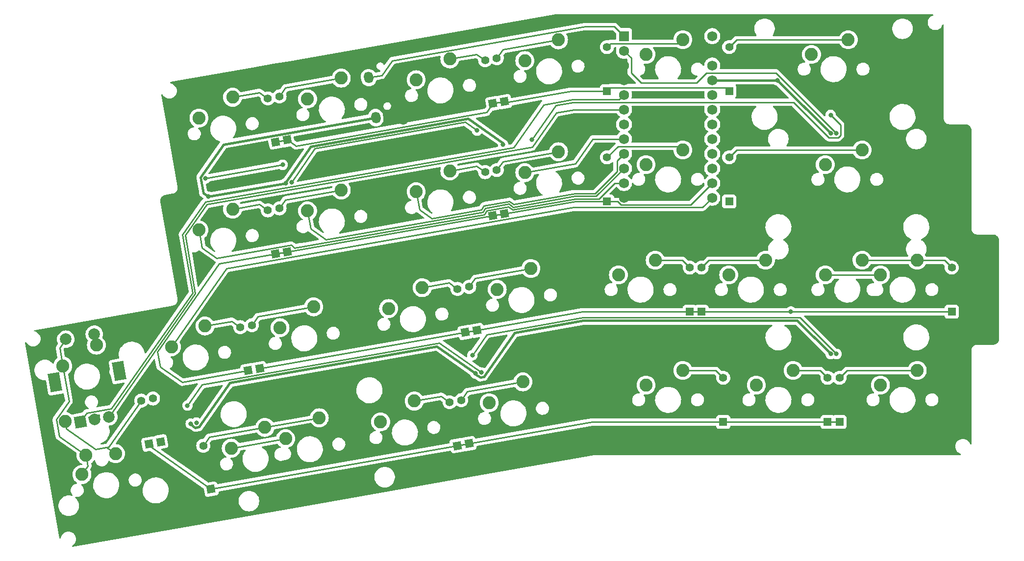
<source format=gbr>
%TF.GenerationSoftware,KiCad,Pcbnew,7.0.6*%
%TF.CreationDate,2024-02-11T12:35:39+01:00*%
%TF.ProjectId,chocobanan_right,63686f63-6f62-4616-9e61-6e5f72696768,rev?*%
%TF.SameCoordinates,Original*%
%TF.FileFunction,Copper,L1,Top*%
%TF.FilePolarity,Positive*%
%FSLAX46Y46*%
G04 Gerber Fmt 4.6, Leading zero omitted, Abs format (unit mm)*
G04 Created by KiCad (PCBNEW 7.0.6) date 2024-02-11 12:35:39*
%MOMM*%
%LPD*%
G01*
G04 APERTURE LIST*
G04 Aperture macros list*
%AMHorizOval*
0 Thick line with rounded ends*
0 $1 width*
0 $2 $3 position (X,Y) of the first rounded end (center of the circle)*
0 $4 $5 position (X,Y) of the second rounded end (center of the circle)*
0 Add line between two ends*
20,1,$1,$2,$3,$4,$5,0*
0 Add two circle primitives to create the rounded ends*
1,1,$1,$2,$3*
1,1,$1,$4,$5*%
%AMRotRect*
0 Rectangle, with rotation*
0 The origin of the aperture is its center*
0 $1 length*
0 $2 width*
0 $3 Rotation angle, in degrees counterclockwise*
0 Add horizontal line*
21,1,$1,$2,0,0,$3*%
G04 Aperture macros list end*
%TA.AperFunction,ComponentPad*%
%ADD10R,1.397000X1.397000*%
%TD*%
%TA.AperFunction,ComponentPad*%
%ADD11C,1.397000*%
%TD*%
%TA.AperFunction,ComponentPad*%
%ADD12RotRect,1.397000X1.397000X100.000000*%
%TD*%
%TA.AperFunction,ComponentPad*%
%ADD13C,2.250000*%
%TD*%
%TA.AperFunction,ComponentPad*%
%ADD14R,1.752600X1.752600*%
%TD*%
%TA.AperFunction,ComponentPad*%
%ADD15C,1.752600*%
%TD*%
%TA.AperFunction,ComponentPad*%
%ADD16RotRect,3.200000X2.000000X100.000000*%
%TD*%
%TA.AperFunction,ComponentPad*%
%ADD17RotRect,2.000000X2.000000X100.000000*%
%TD*%
%TA.AperFunction,ComponentPad*%
%ADD18C,2.000000*%
%TD*%
%TA.AperFunction,ComponentPad*%
%ADD19HorizOval,1.600000X-0.034730X0.196962X0.034730X-0.196962X0*%
%TD*%
%TA.AperFunction,ViaPad*%
%ADD20C,0.800000*%
%TD*%
%TA.AperFunction,Conductor*%
%ADD21C,0.250000*%
%TD*%
%TA.AperFunction,Conductor*%
%ADD22C,0.400000*%
%TD*%
G04 APERTURE END LIST*
D10*
%TO.P,D12,1,K*%
%TO.N,ROW3_L*%
X-19050000Y-60960000D03*
D11*
%TO.P,D12,2,A*%
%TO.N,Net-(D12-A)*%
X-19050000Y-53340000D03*
%TD*%
D12*
%TO.P,D16,1,K*%
%TO.N,ROW3_L*%
X-62989685Y-64714680D03*
D11*
%TO.P,D16,2,A*%
%TO.N,Net-(D16-A)*%
X-64312885Y-57210444D03*
%TD*%
D13*
%TO.P,MX19,1,COL*%
%TO.N,COL4*%
X-76850564Y-41366891D03*
%TO.P,MX19,2,ROW*%
%TO.N,Net-(D19-A)*%
X-71038101Y-37762813D03*
%TD*%
%TO.P,MX1,1,COL*%
%TO.N,COL0*%
X-3810000Y2540000D03*
%TO.P,MX1,2,ROW*%
%TO.N,Net-(D1-A)*%
X2540000Y5080000D03*
%TD*%
D12*
%TO.P,D21,1,K*%
%TO.N,ROW0_L*%
X-96382113Y-12571035D03*
D11*
%TO.P,D21,2,A*%
%TO.N,Net-(D21-A)*%
X-97705313Y-5066799D03*
%TD*%
D13*
%TO.P,MX10,1,COL*%
%TO.N,COL2*%
X-53327477Y-17875259D03*
%TO.P,MX10,2,ROW*%
%TO.N,Net-(D10-A)*%
X-47515014Y-14271181D03*
%TD*%
%TO.P,MX16,1,COL*%
%TO.N,COL3*%
X-59472126Y-57646480D03*
%TO.P,MX16,2,ROW*%
%TO.N,Net-(D16-A)*%
X-53659663Y-54042402D03*
%TD*%
D12*
%TO.P,D27,1,K*%
%TO.N,ROW3_L*%
X-118251202Y-64786838D03*
D11*
%TO.P,D27,2,A*%
%TO.N,Net-(D27-A)*%
X-119574402Y-57282602D03*
%TD*%
D13*
%TO.P,MX24,1,COL*%
%TO.N,COL5*%
X-104028522Y-65502975D03*
%TO.P,MX24,2,ROW*%
%TO.N,Net-(D24-A)*%
X-98216059Y-61898897D03*
%TD*%
%TO.P,MX11,1,COL*%
%TO.N,COL2*%
X-37147500Y-35560000D03*
%TO.P,MX11,2,ROW*%
%TO.N,Net-(D11-A)*%
X-30797500Y-33020000D03*
%TD*%
%TO.P,MX7,1,COL*%
%TO.N,COL1*%
X-18097500Y-35560000D03*
%TO.P,MX7,2,ROW*%
%TO.N,Net-(D7-A)*%
X-11747500Y-33020000D03*
%TD*%
D12*
%TO.P,D17,1,K*%
%TO.N,ROW0_L*%
X-94366211Y-12215577D03*
D11*
%TO.P,D17,2,A*%
%TO.N,Net-(D17-A)*%
X-95689411Y-4711341D03*
%TD*%
D12*
%TO.P,D14,1,K*%
%TO.N,ROW1_L*%
X-58860937Y-25298917D03*
D11*
%TO.P,D14,2,A*%
%TO.N,Net-(D14-A)*%
X-60184137Y-17794681D03*
%TD*%
D13*
%TO.P,MX21,1,COL*%
%TO.N,COL5*%
X-109609240Y-8455375D03*
%TO.P,MX21,2,ROW*%
%TO.N,Net-(D21-A)*%
X-103796777Y-4851297D03*
%TD*%
D12*
%TO.P,D23,1,K*%
%TO.N,ROW2_L*%
X-99128711Y-51743089D03*
D11*
%TO.P,D23,2,A*%
%TO.N,Net-(D23-A)*%
X-100451911Y-44238853D03*
%TD*%
D13*
%TO.P,MX13,1,COL*%
%TO.N,COL3*%
X-72088064Y-1839380D03*
%TO.P,MX13,2,ROW*%
%TO.N,Net-(D13-A)*%
X-66275601Y1764698D03*
%TD*%
D10*
%TO.P,D3,1,K*%
%TO.N,ROW2_L*%
X20408250Y-41910000D03*
D11*
%TO.P,D3,2,A*%
%TO.N,Net-(D3-A)*%
X20408250Y-34290000D03*
%TD*%
D13*
%TO.P,MX15,1,COL*%
%TO.N,COL3*%
X-58089977Y-38058893D03*
%TO.P,MX15,2,ROW*%
%TO.N,Net-(D15-A)*%
X-52277514Y-34454815D03*
%TD*%
D10*
%TO.P,D4,1,K*%
%TO.N,ROW3_L*%
X1023500Y-60960000D03*
D11*
%TO.P,D4,2,A*%
%TO.N,Net-(D4-A)*%
X1023500Y-53340000D03*
%TD*%
D10*
%TO.P,D5,1,K*%
%TO.N,ROW0_L*%
X-39123500Y-3810000D03*
D11*
%TO.P,D5,2,A*%
%TO.N,Net-(D5-A)*%
X-39123500Y3810000D03*
%TD*%
D13*
%TO.P,MX20,1,COL*%
%TO.N,COL4*%
X-78232714Y-60954478D03*
%TO.P,MX20,2,ROW*%
%TO.N,Net-(D20-A)*%
X-72420251Y-57350400D03*
%TD*%
%TO.P,MX24.1,1,COL*%
%TO.N,COL5*%
X-94648228Y-63848976D03*
%TO.P,MX24.1,2,ROW*%
%TO.N,Net-(D24-A)*%
X-88835765Y-60244898D03*
%TD*%
D12*
%TO.P,D10,1,K*%
%TO.N,ROW1_L*%
X-56845036Y-24943459D03*
D11*
%TO.P,D10,2,A*%
%TO.N,Net-(D10-A)*%
X-58168236Y-17439223D03*
%TD*%
D13*
%TO.P,MX25,1,COL*%
%TO.N,COL6*%
X-114371740Y-47982886D03*
%TO.P,MX25,2,ROW*%
%TO.N,Net-(D25-A)*%
X-108559277Y-44378808D03*
%TD*%
%TO.P,MX23,1,COL*%
%TO.N,COL5*%
X-95611152Y-44674889D03*
%TO.P,MX23,2,ROW*%
%TO.N,Net-(D23-A)*%
X-89798689Y-41070811D03*
%TD*%
D14*
%TO.P,U1,1,TX0/D3*%
%TO.N,DATA*%
X-36195000Y5715000D03*
D15*
%TO.P,U1,2,RX1/D2*%
%TO.N,RGB*%
X-36195000Y3175000D03*
%TO.P,U1,3,GND*%
%TO.N,GND*%
X-36195000Y635000D03*
%TO.P,U1,4,GND*%
X-36195000Y-1905000D03*
%TO.P,U1,5,2/D1/SDA*%
%TO.N,ENC_A*%
X-36195000Y-4445000D03*
%TO.P,U1,6,3/D0/SCL*%
%TO.N,ENC_B*%
X-36195000Y-6985000D03*
%TO.P,U1,7,4/D4*%
%TO.N,COL1*%
X-36195000Y-9525000D03*
%TO.P,U1,8,5/C6*%
%TO.N,COL2*%
X-36195000Y-12065000D03*
%TO.P,U1,9,6/D7*%
%TO.N,COL3*%
X-36195000Y-14605000D03*
%TO.P,U1,10,7/E6*%
%TO.N,COL4*%
X-36195000Y-17145000D03*
%TO.P,U1,11,8/B4*%
%TO.N,COL5*%
X-36195000Y-19685000D03*
%TO.P,U1,12,9/B5*%
%TO.N,GND*%
X-36195000Y-22225000D03*
%TO.P,U1,13,B6/10*%
%TO.N,COL6*%
X-20955000Y-22225000D03*
%TO.P,U1,14,B2/16*%
%TO.N,ROW1_L*%
X-20955000Y-19685000D03*
%TO.P,U1,15,B3/14*%
%TO.N,ROW2_L*%
X-20955000Y-17145000D03*
%TO.P,U1,16,B1/15*%
%TO.N,ROW3_L*%
X-20955000Y-14605000D03*
%TO.P,U1,17,F7/A0*%
%TO.N,COL0*%
X-20955000Y-12065000D03*
%TO.P,U1,18,F6/A1*%
%TO.N,ROW0_L*%
X-20955000Y-9525000D03*
%TO.P,U1,19,F5/A2*%
%TO.N,SCL*%
X-20955000Y-6985000D03*
%TO.P,U1,20,F4/A3*%
%TO.N,SDA*%
X-20955000Y-4445000D03*
%TO.P,U1,21,VCC*%
%TO.N,VCC*%
X-20955000Y-1905000D03*
%TO.P,U1,22,RST*%
%TO.N,unconnected-(U1-RST-Pad22)*%
X-20955000Y635000D03*
%TO.P,U1,23,GND*%
%TO.N,GND*%
X-20955000Y3175000D03*
%TO.P,U1,24,RAW*%
%TO.N,unconnected-(U1-RAW-Pad24)*%
X-20955000Y5715000D03*
%TD*%
D13*
%TO.P,MX8,1,COL*%
%TO.N,COL1*%
X-13335000Y-54610000D03*
%TO.P,MX8,2,ROW*%
%TO.N,Net-(D8-A)*%
X-6985000Y-52070000D03*
%TD*%
D10*
%TO.P,D7,1,K*%
%TO.N,ROW2_L*%
X-22789000Y-41910000D03*
D11*
%TO.P,D7,2,A*%
%TO.N,Net-(D7-A)*%
X-22789000Y-34290000D03*
%TD*%
D13*
%TO.P,MX2,1,COL*%
%TO.N,COL0*%
X-1428750Y-16510000D03*
%TO.P,MX2,2,ROW*%
%TO.N,Net-(D2-A)*%
X4921250Y-13970000D03*
%TD*%
D12*
%TO.P,D15,1,K*%
%TO.N,ROW2_L*%
X-61607536Y-45127093D03*
D11*
%TO.P,D15,2,A*%
%TO.N,Net-(D15-A)*%
X-62930736Y-37622857D03*
%TD*%
D12*
%TO.P,D24,1,K*%
%TO.N,ROW3_L*%
X-107546573Y-72571262D03*
D11*
%TO.P,D24,2,A*%
%TO.N,Net-(D24-A)*%
X-108869773Y-65067026D03*
%TD*%
%TO.P,D26,2,A*%
%TO.N,ENC_S_A*%
X-117543374Y-56915916D03*
D12*
%TO.P,D26,1,K*%
%TO.N,ROW2_L*%
X-116220174Y-64420152D03*
%TD*%
D13*
%TO.P,MX3.1,1,COL*%
%TO.N,COL0*%
X-1428750Y-35560000D03*
%TO.P,MX3.1,2,ROW*%
%TO.N,Net-(D3-A)*%
X4921250Y-33020000D03*
%TD*%
%TO.P,MX3,1,COL*%
%TO.N,COL0*%
X8096250Y-35560000D03*
%TO.P,MX3,2,ROW*%
%TO.N,Net-(D3-A)*%
X14446250Y-33020000D03*
%TD*%
D10*
%TO.P,D6,1,K*%
%TO.N,ROW1_L*%
X-39123500Y-22860000D03*
D11*
%TO.P,D6,2,A*%
%TO.N,Net-(D6-A)*%
X-39123500Y-15240000D03*
%TD*%
D13*
%TO.P,MX20.1,1,COL*%
%TO.N,COL6*%
X-129124957Y-66704174D03*
%TO.P,MX20.1,2,ROW*%
%TO.N,Net-(D27-A)*%
X-132729035Y-60891711D03*
%TD*%
D12*
%TO.P,D22,1,K*%
%TO.N,ROW1_L*%
X-96382113Y-31914912D03*
D11*
%TO.P,D22,2,A*%
%TO.N,Net-(D22-A)*%
X-97705313Y-24410676D03*
%TD*%
D13*
%TO.P,MX5,1,COL*%
%TO.N,COL1*%
X-32385000Y2540000D03*
%TO.P,MX5,2,ROW*%
%TO.N,Net-(D5-A)*%
X-26035000Y5080000D03*
%TD*%
%TO.P,MX17,1,COL*%
%TO.N,COL4*%
X-90848652Y-5147377D03*
%TO.P,MX17,2,ROW*%
%TO.N,Net-(D17-A)*%
X-85036189Y-1543299D03*
%TD*%
%TO.P,MX9,1,COL*%
%TO.N,COL2*%
X-53327477Y1468618D03*
%TO.P,MX9,2,ROW*%
%TO.N,Net-(D9-A)*%
X-47515014Y5072696D03*
%TD*%
%TO.P,MX14,1,COL*%
%TO.N,COL3*%
X-72088064Y-21183257D03*
%TO.P,MX14,2,ROW*%
%TO.N,Net-(D14-A)*%
X-66275601Y-17579179D03*
%TD*%
D10*
%TO.P,D11,1,K*%
%TO.N,ROW2_L*%
X-24836000Y-41910000D03*
D11*
%TO.P,D11,2,A*%
%TO.N,Net-(D11-A)*%
X-24836000Y-34290000D03*
%TD*%
D13*
%TO.P,MX22,1,COL*%
%TO.N,COL5*%
X-109609240Y-27799252D03*
%TO.P,MX22,2,ROW*%
%TO.N,Net-(D22-A)*%
X-103796777Y-24195174D03*
%TD*%
D12*
%TO.P,D18,1,K*%
%TO.N,ROW1_L*%
X-94366211Y-31559454D03*
D11*
%TO.P,D18,2,A*%
%TO.N,Net-(D18-A)*%
X-95689411Y-24055218D03*
%TD*%
D12*
%TO.P,D25,1,K*%
%TO.N,ROW1_L*%
X-101144613Y-52098546D03*
D11*
%TO.P,D25,2,A*%
%TO.N,Net-(D25-A)*%
X-102467813Y-44594310D03*
%TD*%
D16*
%TO.P,SW1,*%
%TO.N,*%
X-134454067Y-54103126D03*
X-123424221Y-52158266D03*
D17*
%TO.P,SW1,A,A*%
%TO.N,ENC_A*%
X-130098802Y-60950875D03*
D18*
%TO.P,SW1,B,B*%
%TO.N,ENC_B*%
X-125174763Y-60082634D03*
%TO.P,SW1,C,C*%
%TO.N,GND*%
X-127636783Y-60516754D03*
%TO.P,SW1,S1,S1*%
%TO.N,ENC_S_A*%
X-127692662Y-45802921D03*
%TO.P,SW1,S2,S2*%
%TO.N,COL6*%
X-132616701Y-46671162D03*
%TD*%
D13*
%TO.P,MX26,1,COL*%
%TO.N,COL6*%
X-133132328Y-51290884D03*
%TO.P,MX26,2,ROW*%
%TO.N,ENC_S_A*%
X-127319865Y-47686806D03*
%TD*%
D12*
%TO.P,D9,1,K*%
%TO.N,ROW0_L*%
X-56845036Y-5599582D03*
D11*
%TO.P,D9,2,A*%
%TO.N,Net-(D9-A)*%
X-58168236Y1904654D03*
%TD*%
D10*
%TO.P,D8,1,K*%
%TO.N,ROW3_L*%
X-1023500Y-60960000D03*
D11*
%TO.P,D8,2,A*%
%TO.N,Net-(D8-A)*%
X-1023500Y-53340000D03*
%TD*%
D13*
%TO.P,MX6,1,COL*%
%TO.N,COL1*%
X-32385000Y-16510000D03*
%TO.P,MX6,2,ROW*%
%TO.N,Net-(D6-A)*%
X-26035000Y-13970000D03*
%TD*%
D10*
%TO.P,D2,1,K*%
%TO.N,ROW1_L*%
X-18026500Y-22860000D03*
D11*
%TO.P,D2,2,A*%
%TO.N,Net-(D2-A)*%
X-18026500Y-15240000D03*
%TD*%
D13*
%TO.P,MX27,1,COL*%
%TO.N,COL6*%
X-129824330Y-70051472D03*
%TO.P,MX27,2,ROW*%
%TO.N,Net-(D27-A)*%
X-124011867Y-66447394D03*
%TD*%
D12*
%TO.P,D20,1,K*%
%TO.N,ROW3_L*%
X-65005586Y-65070138D03*
D11*
%TO.P,D20,2,A*%
%TO.N,Net-(D20-A)*%
X-66328786Y-57565902D03*
%TD*%
D12*
%TO.P,D13,1,K*%
%TO.N,ROW0_L*%
X-58860937Y-5955040D03*
D11*
%TO.P,D13,2,A*%
%TO.N,Net-(D13-A)*%
X-60184137Y1549196D03*
%TD*%
D13*
%TO.P,MX18,1,COL*%
%TO.N,COL4*%
X-90848652Y-24491254D03*
%TO.P,MX18,2,ROW*%
%TO.N,Net-(D18-A)*%
X-85036189Y-20887176D03*
%TD*%
D10*
%TO.P,D1,1,K*%
%TO.N,ROW0_L*%
X-18026500Y-3810000D03*
D11*
%TO.P,D1,2,A*%
%TO.N,Net-(D1-A)*%
X-18026500Y3810000D03*
%TD*%
D13*
%TO.P,MX12,1,COL*%
%TO.N,COL2*%
X-32385000Y-54610000D03*
%TO.P,MX12,2,ROW*%
%TO.N,Net-(D12-A)*%
X-26035000Y-52070000D03*
%TD*%
%TO.P,MX4,1,COL*%
%TO.N,COL0*%
X8096250Y-54610000D03*
%TO.P,MX4,2,ROW*%
%TO.N,Net-(D4-A)*%
X14446250Y-52070000D03*
%TD*%
D12*
%TO.P,D19,1,K*%
%TO.N,ROW2_L*%
X-63623437Y-45482551D03*
D11*
%TO.P,D19,2,A*%
%TO.N,Net-(D19-A)*%
X-64946637Y-37978315D03*
%TD*%
D19*
%TO.P,U2,1,SLEEVE*%
%TO.N,GND*%
X-74354595Y-8651449D03*
%TO.P,U2,2,TIP*%
%TO.N,VCC*%
X-79075724Y-8366942D03*
%TO.P,U2,3,RING1*%
%TO.N,GND*%
X-79770316Y-4427711D03*
%TO.P,U2,4,RING2*%
%TO.N,DATA*%
X-80291261Y-1473287D03*
%TD*%
D20*
%TO.N,ROW2_L*%
X-7370000Y-41910000D03*
%TO.N,RGB*%
X500000Y-11125000D03*
%TO.N,Net-(RGB1-DOUT)*%
X-52151116Y-12199762D03*
X-500000Y-7925000D03*
%TO.N,GND*%
X-97689761Y-18604771D03*
X-28575000Y-4445000D03*
X-97000000Y-22470000D03*
X-61130684Y-50846174D03*
X-2750000Y-27305000D03*
X-42330000Y-16810000D03*
X-110326757Y-59520769D03*
X-100840000Y-56440000D03*
X-33960000Y-14770000D03*
X-63799862Y-47729066D03*
X-56860588Y-11405487D03*
X-75621175Y-14713484D03*
X-107290000Y-33430000D03*
X-11906250Y-3810000D03*
X-44390000Y-9210000D03*
X-16200000Y-17380000D03*
%TO.N,VCC*%
X-500000Y-11125000D03*
X-9720000Y-1905000D03*
X-111033728Y-61270109D03*
X-107949831Y-22038581D03*
X-500000Y-49225000D03*
X-61837654Y-52595514D03*
X-57075154Y-13068003D03*
X-94596330Y-19683999D03*
%TO.N,Net-(RGB2-DOUT)*%
X-93611522Y-19510351D03*
X-61570060Y-10611211D03*
%TO.N,Net-(RGB3-DOUT)*%
X-95152004Y-16532614D03*
X-108505997Y-18887283D03*
X-110048920Y-61096461D03*
%TO.N,Net-(RGB4-DOUT)*%
X-111589402Y-58118724D03*
X-60852847Y-52421866D03*
%TO.N,Net-(RGB5-DOUT)*%
X500000Y-49225000D03*
X-62393329Y-49444129D03*
%TD*%
D21*
%TO.N,Net-(D27-A)*%
X-119574402Y-57282602D02*
X-125179067Y-65286896D01*
%TO.N,COL6*%
X-133132328Y-51290884D02*
X-132054947Y-57401015D01*
X-134261301Y-60552016D02*
X-132054947Y-57401015D01*
X-133747911Y-63463595D02*
X-134261301Y-60552016D01*
X-129124957Y-66704174D02*
X-133747911Y-63463595D01*
%TO.N,Net-(D27-A)*%
X-124011867Y-66447394D02*
X-125570627Y-65355938D01*
X-127465641Y-65690080D02*
X-125179067Y-65286896D01*
X-132505939Y-62156953D02*
X-127465641Y-65690080D01*
X-132729035Y-60891711D02*
X-132505939Y-62156953D01*
%TO.N,RGB*%
X500000Y-11099695D02*
X-9964695Y-635000D01*
%TO.N,COL6*%
X-129824330Y-70051472D02*
X-128794157Y-68580233D01*
X-129124957Y-66704174D02*
X-128794157Y-68580233D01*
X-133132328Y-51290884D02*
X-133679319Y-48188738D01*
X-132616701Y-46671162D02*
X-133679319Y-48188738D01*
%TO.N,Net-(D1-A)*%
X-16756500Y5080000D02*
X2540000Y5080000D01*
X-18026500Y3810000D02*
X-16756500Y5080000D01*
%TO.N,Net-(D2-A)*%
X4921250Y-13970000D02*
X-16756500Y-13970000D01*
X-16756500Y-13970000D02*
X-18026500Y-15240000D01*
%TO.N,Net-(D3-A)*%
X19138250Y-33020000D02*
X20408250Y-34290000D01*
X4921250Y-33020000D02*
X14446250Y-33020000D01*
X14446250Y-33020000D02*
X19138250Y-33020000D01*
%TO.N,ROW2_L*%
X-24836000Y-41910000D02*
X-22789000Y-41910000D01*
X-24836000Y-41910000D02*
X-43407731Y-41910000D01*
X-61607536Y-45127093D02*
X-63623437Y-45482551D01*
X-99128711Y-51743089D02*
X-63623437Y-45482551D01*
X-61607536Y-45127093D02*
X-43407731Y-41910000D01*
X-22789000Y-41910000D02*
X20408250Y-41910000D01*
%TO.N,Net-(D4-A)*%
X14446250Y-52070000D02*
X2293500Y-52070000D01*
X2293500Y-52070000D02*
X1023500Y-53340000D01*
%TO.N,Net-(D5-A)*%
X-26670000Y4445000D02*
X-38488500Y4445000D01*
X-38488500Y4445000D02*
X-39123500Y3810000D01*
X-26035000Y5080000D02*
X-26670000Y4445000D01*
%TO.N,Net-(D6-A)*%
X-26035000Y-13970000D02*
X-26670000Y-13335000D01*
X-26670000Y-13335000D02*
X-37218500Y-13335000D01*
X-37218500Y-13335000D02*
X-39123500Y-15240000D01*
%TO.N,Net-(D7-A)*%
X-11747500Y-33020000D02*
X-21519000Y-33020000D01*
X-21519000Y-33020000D02*
X-22789000Y-34290000D01*
%TO.N,Net-(D8-A)*%
X-2293500Y-52070000D02*
X-1023500Y-53340000D01*
X-6985000Y-52070000D02*
X-2293500Y-52070000D01*
%TO.N,Net-(D9-A)*%
X-47515014Y5086023D02*
X-57138063Y3375893D01*
X-58168236Y1904654D02*
X-57138063Y3375893D01*
%TO.N,Net-(D10-A)*%
X-47515014Y-14271181D02*
X-57138063Y-15967984D01*
X-58168236Y-17439223D02*
X-57138063Y-15967984D01*
%TO.N,Net-(D11-A)*%
X-26106000Y-33020000D02*
X-24836000Y-34290000D01*
X-30797500Y-33020000D02*
X-26106000Y-33020000D01*
%TO.N,Net-(D12-A)*%
X-26035000Y-52070000D02*
X-20320000Y-52070000D01*
X-20320000Y-52070000D02*
X-19050000Y-53340000D01*
%TO.N,Net-(D13-A)*%
X-66275601Y1764698D02*
X-61655376Y2579369D01*
X-60184137Y1549196D02*
X-61655376Y2579369D01*
%TO.N,Net-(D14-A)*%
X-60184137Y-17794681D02*
X-61655376Y-16764508D01*
X-66275601Y-17579179D02*
X-61655376Y-16764508D01*
%TO.N,Net-(D15-A)*%
X-52277514Y-34454815D02*
X-61900563Y-36151618D01*
X-62930736Y-37622857D02*
X-61900563Y-36151618D01*
%TO.N,Net-(D16-A)*%
X-64312885Y-57210444D02*
X-63282712Y-55739206D01*
X-53659663Y-54042402D02*
X-63282712Y-55739206D01*
%TO.N,Net-(D17-A)*%
X-95689411Y-4711341D02*
X-94659238Y-3240103D01*
X-85036189Y-1543299D02*
X-94659238Y-3240103D01*
%TO.N,Net-(D18-A)*%
X-85036189Y-20887176D02*
X-94659238Y-22583980D01*
X-95689411Y-24055218D02*
X-94659238Y-22583980D01*
%TO.N,Net-(D19-A)*%
X-64946637Y-37978315D02*
X-66417876Y-36948143D01*
X-71038101Y-37762813D02*
X-66417876Y-36948143D01*
%TO.N,Net-(D20-A)*%
X-66328786Y-57565902D02*
X-67800025Y-56535730D01*
X-72420251Y-57350400D02*
X-67800025Y-56535730D01*
%TO.N,Net-(D21-A)*%
X-103796777Y-4851297D02*
X-99176551Y-4036627D01*
X-97705313Y-5066799D02*
X-99176551Y-4036627D01*
%TO.N,Net-(D22-A)*%
X-103796777Y-24195174D02*
X-99176551Y-23380504D01*
X-97705313Y-24410676D02*
X-99176551Y-23380504D01*
%TO.N,RGB*%
X-34949350Y1929350D02*
X-36195000Y3175000D01*
X-21958898Y-635000D02*
X-23692798Y-2368900D01*
X500000Y-11125000D02*
X500000Y-11099695D01*
X-33215450Y-2368900D02*
X-34949350Y-635000D01*
X-34949350Y-635000D02*
X-34949350Y1929350D01*
X-23692798Y-2368900D02*
X-33215450Y-2368900D01*
X-9964695Y-635000D02*
X-21958898Y-635000D01*
%TO.N,Net-(D23-A)*%
X-100451911Y-44238853D02*
X-99421738Y-42767614D01*
X-89798689Y-41070811D02*
X-99421738Y-42767614D01*
%TO.N,Net-(RGB1-DOUT)*%
X1225000Y-9650000D02*
X-500000Y-7925000D01*
X-52151116Y-12199762D02*
X-47973147Y-6233005D01*
X-6935305Y-5715000D02*
X-800305Y-11850000D01*
X800305Y-11850000D02*
X1225000Y-11425305D01*
X-47973147Y-6233005D02*
X-45035396Y-5715000D01*
X1225000Y-11425305D02*
X1225000Y-9650000D01*
X-45035396Y-5715000D02*
X-6935305Y-5715000D01*
X-800305Y-11850000D02*
X800305Y-11850000D01*
%TO.N,DATA*%
X-80291261Y-1473287D02*
X-78026203Y-1073896D01*
X-42857556Y7366300D02*
X-76237597Y1480498D01*
X-36195000Y5715000D02*
X-37846300Y7366300D01*
X-78026203Y-1073896D02*
X-76237597Y1480498D01*
X-37846300Y7366300D02*
X-42857556Y7366300D01*
D22*
%TO.N,VCC*%
X-6266500Y-43458500D02*
X-500000Y-49225000D01*
X-111033728Y-61270109D02*
X-111010915Y-61399484D01*
X-60387592Y-53152170D02*
X-55061113Y-45545170D01*
X-79075724Y-8366942D02*
X-105361592Y-13001850D01*
X-20955000Y-1905000D02*
X-9720000Y-1905000D01*
X-9720000Y-1905000D02*
X-500000Y-11125000D01*
X-43227018Y-43458500D02*
X-6266500Y-43458500D01*
X-61814842Y-52724889D02*
X-61040265Y-53267254D01*
X-68517890Y-47917963D02*
X-104257186Y-54219765D01*
X-57075154Y-13068003D02*
X-57132696Y-12741667D01*
X-107949831Y-22038581D02*
X-108877175Y-21389248D01*
X-55061113Y-45545170D02*
X-43227018Y-43458500D01*
X-61837654Y-52595514D02*
X-61814842Y-52724889D01*
X-108877175Y-21389248D02*
X-109351385Y-18699865D01*
X-94596330Y-19683999D02*
X-94619142Y-19554624D01*
X-109351385Y-18699865D02*
X-105361592Y-13001850D01*
X-110236338Y-61941849D02*
X-111010915Y-61399484D01*
X-63120326Y-8549083D02*
X-90264327Y-13335303D01*
X-104257186Y-54219765D02*
X-109583665Y-61826765D01*
X-61837654Y-52595514D02*
X-68517890Y-47917963D01*
X-61040265Y-53267254D02*
X-60387592Y-53152170D01*
X-57132696Y-12741667D02*
X-63120326Y-8549083D01*
X-107949831Y-22038581D02*
X-94596330Y-19683999D01*
X-109583665Y-61826765D02*
X-110236338Y-61941849D01*
X-94619142Y-19554624D02*
X-90264327Y-13335303D01*
D21*
%TO.N,ENC_A*%
X-37015000Y-5265000D02*
X-45074766Y-5265000D01*
X-108536257Y-22954325D02*
X-112484977Y-28593682D01*
X-50070145Y-6145820D02*
X-55262063Y-13560647D01*
X-130098802Y-60950875D02*
X-129024015Y-59415920D01*
X-55262063Y-13560647D02*
X-108536257Y-22954325D01*
X-124713907Y-58655932D02*
X-129024015Y-59415920D01*
X-36195000Y-4445000D02*
X-37015000Y-5265000D01*
X-110710535Y-38657044D02*
X-124713907Y-58655932D01*
X-112484977Y-28593682D02*
X-110710535Y-38657044D01*
X-45074766Y-5265000D02*
X-50070145Y-6145820D01*
%TO.N,Net-(RGB2-DOUT)*%
X-61570060Y-10589940D02*
X-63626319Y-9171403D01*
X-61570060Y-10611211D02*
X-61570060Y-10589940D01*
X-63626319Y-9171403D02*
X-89576003Y-13747032D01*
X-93611522Y-19510351D02*
X-89576003Y-13747032D01*
%TO.N,COL2*%
X-36195000Y-12065000D02*
X-41585082Y-12065000D01*
X-53327477Y-17875259D02*
X-44572536Y-16331526D01*
X-44572536Y-16331526D02*
X-41585082Y-12065000D01*
%TO.N,COL3*%
X-44686565Y-21510000D02*
X-55234407Y-23369869D01*
X-55234407Y-23369869D02*
X-55991457Y-22839776D01*
X-37396300Y-15806300D02*
X-37396300Y-17709904D01*
X-36195000Y-14605000D02*
X-37396300Y-15806300D01*
X-69395960Y-25785699D02*
X-71541420Y-24283431D01*
X-41196396Y-21510000D02*
X-44686565Y-21510000D01*
X-37396300Y-17709904D02*
X-41196396Y-21510000D01*
X-60847741Y-24278417D02*
X-69395960Y-25785699D01*
X-72088064Y-21183257D02*
X-71541420Y-24283431D01*
X-55991457Y-22839776D02*
X-60382541Y-23614043D01*
X-60382541Y-23614043D02*
X-60847741Y-24278417D01*
%TO.N,COL4*%
X-90848652Y-24491254D02*
X-90302008Y-27591429D01*
X-90302008Y-27591429D02*
X-87635243Y-29458718D01*
X-55339829Y-23845400D02*
X-44647195Y-21960000D01*
X-87635243Y-29458718D02*
X-60586035Y-24689213D01*
X-56096880Y-23315307D02*
X-55339829Y-23845400D01*
X-60586035Y-24689213D02*
X-60120835Y-24024839D01*
X-44647195Y-21960000D02*
X-41010000Y-21960000D01*
X-60120835Y-24024839D02*
X-56096880Y-23315307D01*
X-41010000Y-21960000D02*
X-36195000Y-17145000D01*
%TO.N,COL5*%
X-60324329Y-25100010D02*
X-93059104Y-30872034D01*
X-40530119Y-22410000D02*
X-44607825Y-22410000D01*
X-36195000Y-19685000D02*
X-37805119Y-19685000D01*
X-56202303Y-23790838D02*
X-59859129Y-24435635D01*
X-59859129Y-24435635D02*
X-60324329Y-25100010D01*
X-106538899Y-32666538D02*
X-109062595Y-30899427D01*
X-93059104Y-30872034D02*
X-93723478Y-30406834D01*
X-37805119Y-19685000D02*
X-40530119Y-22410000D01*
X-93723478Y-30406834D02*
X-106538899Y-32666538D01*
X-109609240Y-27799252D02*
X-109062595Y-30899427D01*
X-44607825Y-22410000D02*
X-55445252Y-24320931D01*
X-104028522Y-65502975D02*
X-94648228Y-63848976D01*
X-55445252Y-24320931D02*
X-56202303Y-23790838D01*
%TO.N,ENC_B*%
X-47905029Y-7530480D02*
X-52050882Y-13451372D01*
X-36195000Y-6985000D02*
X-44811461Y-6985000D01*
X-108274551Y-23365121D02*
X-112009447Y-28699105D01*
X-52050882Y-13451372D02*
X-108274551Y-23365121D01*
X-124110818Y-58579182D02*
X-125172507Y-60095431D01*
X-112009447Y-28699105D02*
X-110235004Y-38762467D01*
X-110235004Y-38762467D02*
X-124110818Y-58579182D01*
X-44811461Y-6985000D02*
X-47905029Y-7530480D01*
%TO.N,COL0*%
X8096250Y-35560000D02*
X-1428750Y-35560000D01*
%TO.N,ROW0_L*%
X-45371299Y-3810000D02*
X-56578591Y-5786148D01*
X-18661500Y-3175000D02*
X-38488500Y-3175000D01*
X-56845036Y-5599582D02*
X-56578591Y-5786148D01*
X-94366211Y-12215577D02*
X-96382113Y-12571035D01*
X-94366211Y-12215577D02*
X-92871804Y-13261972D01*
X-59907333Y-7449447D02*
X-92871804Y-13261972D01*
X-56845036Y-5599582D02*
X-58860937Y-5955040D01*
X-39123500Y-3810000D02*
X-45371299Y-3810000D01*
X-18026500Y-3810000D02*
X-18661500Y-3175000D01*
X-38488500Y-3175000D02*
X-39123500Y-3810000D01*
X-58860937Y-5955040D02*
X-59907333Y-7449447D01*
%TO.N,ROW1_L*%
X-94366211Y-31559454D02*
X-58860937Y-25298917D01*
X-96382113Y-31914912D02*
X-106089470Y-33626581D01*
X-44568455Y-22860000D02*
X-56752360Y-25008351D01*
X-112508573Y-54102319D02*
X-116322480Y-51431792D01*
X-56845036Y-24943459D02*
X-58860937Y-25298917D01*
X-39123500Y-22860000D02*
X-44568455Y-22860000D01*
X-37258895Y-22860000D02*
X-36692595Y-23426300D01*
X-39123500Y-22860000D02*
X-37258895Y-22860000D01*
X-116771947Y-48882739D02*
X-106089470Y-33626581D01*
X-101144613Y-52098546D02*
X-112508573Y-54102319D01*
X-31115000Y-23426300D02*
X-24696300Y-23426300D01*
X-31115000Y-23426300D02*
X-36692595Y-23426300D01*
X-24696300Y-23426300D02*
X-20955000Y-19685000D01*
X-56845036Y-24943459D02*
X-56752360Y-25008351D01*
X-116322480Y-51431792D02*
X-116771947Y-48882739D01*
X-94366211Y-31559454D02*
X-96382113Y-31914912D01*
%TO.N,ROW3_L*%
X1023500Y-60960000D02*
X-1023500Y-60960000D01*
X-1023500Y-60960000D02*
X-41695839Y-60960000D01*
X-41695839Y-60960000D02*
X-107546573Y-72571262D01*
X-107546573Y-72571262D02*
X-118193073Y-65116502D01*
X-118251202Y-64786838D02*
X-118193073Y-65116502D01*
%TO.N,Net-(RGB3-DOUT)*%
X-95152004Y-16532614D02*
X-108505997Y-18887283D01*
%TO.N,Net-(RGB4-DOUT)*%
X-68116351Y-47314062D02*
X-109081702Y-54537359D01*
X-60852847Y-52421866D02*
X-60857241Y-52396946D01*
X-68116351Y-47314062D02*
X-60857241Y-52396946D01*
X-111589402Y-58118724D02*
X-109081702Y-54537359D01*
%TO.N,Net-(RGB5-DOUT)*%
X-43272949Y-42933500D02*
X-59885629Y-45862764D01*
X-5766195Y-42933500D02*
X500000Y-49199695D01*
X-43272949Y-42933500D02*
X-5766195Y-42933500D01*
X-59885629Y-45862764D02*
X-62393329Y-49444129D01*
X500000Y-49199695D02*
X500000Y-49225000D01*
%TO.N,Net-(D25-A)*%
X-108559277Y-44378808D02*
X-103939051Y-43564138D01*
X-102467813Y-44594310D02*
X-103939051Y-43564138D01*
%TO.N,COL6*%
X-22613500Y-23883500D02*
X-20955000Y-22225000D01*
X-114371740Y-47982886D02*
X-104900236Y-34456176D01*
X-44939608Y-23883500D02*
X-22613500Y-23883500D01*
X-44939608Y-23883500D02*
X-104900236Y-34456176D01*
%TO.N,Net-(D24-A)*%
X-98216059Y-61898897D02*
X-107839601Y-63595787D01*
X-108869773Y-65067026D02*
X-107839601Y-63595787D01*
X-88835765Y-60244898D02*
X-98216059Y-61898897D01*
%TD*%
%TA.AperFunction,Conductor*%
%TO.N,GND*%
G36*
X-126737379Y-59676307D02*
G01*
X-126682275Y-59721074D01*
X-126660121Y-59788526D01*
X-126663538Y-59821932D01*
X-126669298Y-59845923D01*
X-126686656Y-60066476D01*
X-126687928Y-60082639D01*
X-126687928Y-60082640D01*
X-126680694Y-60174546D01*
X-126695289Y-60244026D01*
X-126745131Y-60294586D01*
X-126814395Y-60310173D01*
X-126832881Y-60307082D01*
X-126832962Y-60307481D01*
X-126837080Y-60306643D01*
X-126977417Y-60287769D01*
X-127134900Y-60266590D01*
X-127360178Y-60266590D01*
X-127584964Y-60281638D01*
X-127584965Y-60281638D01*
X-127584972Y-60281639D01*
X-127879425Y-60341489D01*
X-127879435Y-60341492D01*
X-128163295Y-60440058D01*
X-128431494Y-60575586D01*
X-128450025Y-60588307D01*
X-128517507Y-60610369D01*
X-128586203Y-60592445D01*
X-128634304Y-60540226D01*
X-128645419Y-60506307D01*
X-128710532Y-60137035D01*
X-128702663Y-60066476D01*
X-128689656Y-60042880D01*
X-128685520Y-60036973D01*
X-128630059Y-59992649D01*
X-128604192Y-59985166D01*
X-126807938Y-59668438D01*
X-126737379Y-59676307D01*
G37*
%TD.AperFunction*%
%TA.AperFunction,Conductor*%
G36*
X-56364884Y-45905544D02*
G01*
X-56309780Y-45950311D01*
X-56287626Y-46017763D01*
X-56305457Y-46086484D01*
X-56310350Y-46094032D01*
X-56396648Y-46217278D01*
X-60167479Y-51602585D01*
X-60184094Y-51626313D01*
X-60239551Y-51670641D01*
X-60310170Y-51677950D01*
X-60361367Y-51655979D01*
X-60396094Y-51630748D01*
X-60396093Y-51630748D01*
X-60570558Y-51553072D01*
X-60757360Y-51513366D01*
X-60948334Y-51513366D01*
X-60948338Y-51513366D01*
X-60954905Y-51514056D01*
X-60955114Y-51512065D01*
X-61016419Y-51507381D01*
X-61044084Y-51492754D01*
X-62347765Y-50579907D01*
X-62392093Y-50524450D01*
X-62399402Y-50453831D01*
X-62367371Y-50390470D01*
X-62306170Y-50354485D01*
X-62301691Y-50353447D01*
X-62297843Y-50352629D01*
X-62297842Y-50352629D01*
X-62111041Y-50312923D01*
X-61936577Y-50235247D01*
X-61843328Y-50167497D01*
X-61782073Y-50122993D01*
X-61654294Y-49981080D01*
X-61654287Y-49981070D01*
X-61566658Y-49829292D01*
X-61558802Y-49815685D01*
X-61526820Y-49717256D01*
X-61499786Y-49634056D01*
X-61479825Y-49444128D01*
X-61493190Y-49316955D01*
X-61480417Y-49247117D01*
X-61471093Y-49231515D01*
X-59547140Y-46483825D01*
X-59491683Y-46439497D01*
X-59465808Y-46432010D01*
X-56435442Y-45897675D01*
X-56364884Y-45905544D01*
G37*
%TD.AperFunction*%
%TA.AperFunction,Conductor*%
G36*
X-61145780Y-46291603D02*
G01*
X-61090676Y-46336370D01*
X-61068522Y-46403822D01*
X-61086353Y-46472543D01*
X-61091244Y-46480088D01*
X-62509380Y-48505395D01*
X-62564836Y-48549722D01*
X-62586395Y-48556369D01*
X-62675612Y-48575333D01*
X-62675616Y-48575334D01*
X-62675617Y-48575335D01*
X-62843143Y-48649922D01*
X-62850081Y-48653011D01*
X-63004584Y-48765264D01*
X-63132363Y-48907177D01*
X-63132367Y-48907183D01*
X-63132369Y-48907185D01*
X-63227856Y-49072573D01*
X-63286871Y-49254201D01*
X-63306833Y-49444129D01*
X-63286871Y-49634057D01*
X-63282213Y-49648394D01*
X-63281985Y-49649093D01*
X-63279954Y-49720061D01*
X-63316614Y-49780861D01*
X-63380325Y-49812189D01*
X-63450859Y-49804099D01*
X-63474087Y-49791248D01*
X-67436675Y-47016613D01*
X-67481003Y-46961156D01*
X-67488312Y-46890537D01*
X-67456281Y-46827176D01*
X-67395080Y-46791191D01*
X-67386304Y-46789318D01*
X-64878942Y-46347203D01*
X-64825586Y-46337795D01*
X-64755026Y-46345664D01*
X-64699923Y-46390432D01*
X-64682670Y-46426862D01*
X-64682361Y-46427926D01*
X-64682361Y-46427932D01*
X-64665432Y-46486444D01*
X-64591318Y-46612492D01*
X-64484695Y-46712554D01*
X-64354200Y-46778524D01*
X-64210404Y-46805058D01*
X-64210400Y-46805057D01*
X-64210399Y-46805058D01*
X-64182779Y-46803192D01*
X-64149631Y-46800953D01*
X-62678056Y-46541475D01*
X-62619544Y-46524546D01*
X-62493496Y-46450432D01*
X-62490686Y-46447437D01*
X-62487148Y-46445357D01*
X-62486457Y-46444805D01*
X-62486377Y-46444904D01*
X-62429488Y-46411453D01*
X-62358547Y-46414267D01*
X-62341965Y-46421212D01*
X-62338299Y-46423066D01*
X-62194503Y-46449600D01*
X-62194499Y-46449599D01*
X-62194498Y-46449600D01*
X-62166878Y-46447734D01*
X-62133730Y-46445495D01*
X-61216338Y-46283734D01*
X-61145780Y-46291603D01*
G37*
%TD.AperFunction*%
%TA.AperFunction,Conductor*%
G36*
X-109526976Y-31345339D02*
G01*
X-109498235Y-31368071D01*
X-109497384Y-31367132D01*
X-109491512Y-31372456D01*
X-109474929Y-31384067D01*
X-109459666Y-31396647D01*
X-109445093Y-31410722D01*
X-109404039Y-31434043D01*
X-109399057Y-31437192D01*
X-106970945Y-33137375D01*
X-106958981Y-33147888D01*
X-106958790Y-33147663D01*
X-106952747Y-33152805D01*
X-106952746Y-33152807D01*
X-106913652Y-33178388D01*
X-106894105Y-33191180D01*
X-106869612Y-33208331D01*
X-106863410Y-33211600D01*
X-106858304Y-33214607D01*
X-106818814Y-33240450D01*
X-106799624Y-33246982D01*
X-106781494Y-33254789D01*
X-106777188Y-33257059D01*
X-106726259Y-33306517D01*
X-106710153Y-33375663D01*
X-106732737Y-33440788D01*
X-109591720Y-37523839D01*
X-109647177Y-37568167D01*
X-109717796Y-37575476D01*
X-109781157Y-37543445D01*
X-109817142Y-37482244D01*
X-109819019Y-37473448D01*
X-110825912Y-31763076D01*
X-110818043Y-31692517D01*
X-110773276Y-31637413D01*
X-110705824Y-31615259D01*
X-110677982Y-31617472D01*
X-110526351Y-31646697D01*
X-110526347Y-31646697D01*
X-110365263Y-31646697D01*
X-110365261Y-31646697D01*
X-110365259Y-31646696D01*
X-110365241Y-31646696D01*
X-110204918Y-31631386D01*
X-110204917Y-31631385D01*
X-110204908Y-31631385D01*
X-109998670Y-31570828D01*
X-109998669Y-31570827D01*
X-109998667Y-31570827D01*
X-109882575Y-31510977D01*
X-109807620Y-31472335D01*
X-109807617Y-31472333D01*
X-109807614Y-31472331D01*
X-109662600Y-31358290D01*
X-109596689Y-31331903D01*
X-109526976Y-31345339D01*
G37*
%TD.AperFunction*%
%TA.AperFunction,Conductor*%
G36*
X-37435332Y-7638502D02*
G01*
X-37397970Y-7675585D01*
X-37291547Y-7838477D01*
X-37137122Y-8006228D01*
X-37136114Y-8007322D01*
X-36955010Y-8148281D01*
X-36955001Y-8148285D01*
X-36953125Y-8149512D01*
X-36952525Y-8150214D01*
X-36950897Y-8151482D01*
X-36951157Y-8151816D01*
X-36907033Y-8203513D01*
X-36897453Y-8273860D01*
X-36927426Y-8338219D01*
X-36953125Y-8360488D01*
X-36955008Y-8361718D01*
X-36955010Y-8361719D01*
X-37083741Y-8461915D01*
X-37136120Y-8502683D01*
X-37291547Y-8671522D01*
X-37406678Y-8847744D01*
X-37417069Y-8863649D01*
X-37508780Y-9072729D01*
X-37509255Y-9073811D01*
X-37509258Y-9073818D01*
X-37560003Y-9274211D01*
X-37565594Y-9296288D01*
X-37584546Y-9525000D01*
X-37565594Y-9753712D01*
X-37509257Y-9976185D01*
X-37417069Y-10186351D01*
X-37341655Y-10301781D01*
X-37291547Y-10378477D01*
X-37144187Y-10538553D01*
X-37136114Y-10547322D01*
X-36955010Y-10688281D01*
X-36955001Y-10688285D01*
X-36953125Y-10689512D01*
X-36952525Y-10690214D01*
X-36950897Y-10691482D01*
X-36951157Y-10691816D01*
X-36907033Y-10743513D01*
X-36897453Y-10813860D01*
X-36927426Y-10878219D01*
X-36953125Y-10900488D01*
X-36955008Y-10901718D01*
X-36955010Y-10901719D01*
X-37102372Y-11016416D01*
X-37136120Y-11042683D01*
X-37291547Y-11211522D01*
X-37397970Y-11374415D01*
X-37451974Y-11420504D01*
X-37503453Y-11431500D01*
X-41569267Y-11431500D01*
X-41572119Y-11431435D01*
X-41578960Y-11431124D01*
X-41636292Y-11428520D01*
X-41687264Y-11439168D01*
X-41692250Y-11440002D01*
X-41743871Y-11446524D01*
X-41743876Y-11446525D01*
X-41743879Y-11446526D01*
X-41751077Y-11449375D01*
X-41757746Y-11452016D01*
X-41778357Y-11458200D01*
X-41792967Y-11461252D01*
X-41792969Y-11461253D01*
X-41839693Y-11484244D01*
X-41844295Y-11486283D01*
X-41867980Y-11495661D01*
X-41892698Y-11505447D01*
X-41904764Y-11514214D01*
X-41923194Y-11525331D01*
X-41936583Y-11531920D01*
X-41976114Y-11565802D01*
X-41980075Y-11568930D01*
X-42022189Y-11599528D01*
X-42031693Y-11611017D01*
X-42046782Y-11626371D01*
X-42058109Y-11636080D01*
X-42058110Y-11636080D01*
X-42087970Y-11678724D01*
X-42091035Y-11682747D01*
X-42124213Y-11722853D01*
X-42124215Y-11722856D01*
X-42130567Y-11736357D01*
X-42141357Y-11754971D01*
X-44768155Y-15506427D01*
X-44911023Y-15710463D01*
X-44966480Y-15754791D01*
X-44992356Y-15762278D01*
X-51869756Y-16974949D01*
X-51940315Y-16967080D01*
X-51995419Y-16922313D01*
X-51999063Y-16916707D01*
X-52001856Y-16912150D01*
X-52001863Y-16912139D01*
X-52168845Y-16716627D01*
X-52364357Y-16549645D01*
X-52364359Y-16549644D01*
X-52583591Y-16415298D01*
X-52821138Y-16316903D01*
X-53071151Y-16256881D01*
X-53327476Y-16236708D01*
X-53327477Y-16236708D01*
X-53583803Y-16256881D01*
X-53662787Y-16275843D01*
X-53833815Y-16316903D01*
X-53945455Y-16363146D01*
X-54071364Y-16415299D01*
X-54290593Y-16549643D01*
X-54290594Y-16549644D01*
X-54290596Y-16549645D01*
X-54486108Y-16716627D01*
X-54653090Y-16912139D01*
X-54653093Y-16912143D01*
X-54787437Y-17131372D01*
X-54885832Y-17368919D01*
X-54945855Y-17618933D01*
X-54966028Y-17875259D01*
X-54945855Y-18131585D01*
X-54885832Y-18381599D01*
X-54787437Y-18619146D01*
X-54653093Y-18838375D01*
X-54486108Y-19033890D01*
X-54290593Y-19200875D01*
X-54216264Y-19246423D01*
X-54168635Y-19299070D01*
X-54157028Y-19369111D01*
X-54185131Y-19434309D01*
X-54244021Y-19473963D01*
X-54270123Y-19479284D01*
X-54351077Y-19487014D01*
X-54351085Y-19487015D01*
X-54351087Y-19487016D01*
X-54351088Y-19487016D01*
X-54351091Y-19487017D01*
X-54557327Y-19547573D01*
X-54748374Y-19646065D01*
X-54754910Y-19651205D01*
X-54917333Y-19778936D01*
X-54917335Y-19778938D01*
X-54917338Y-19778941D01*
X-54968402Y-19837873D01*
X-55058092Y-19941380D01*
X-55165564Y-20127527D01*
X-55235866Y-20330650D01*
X-55266455Y-20543407D01*
X-55256228Y-20758108D01*
X-55205553Y-20966994D01*
X-55116262Y-21162514D01*
X-54991582Y-21337603D01*
X-54836019Y-21485931D01*
X-54655196Y-21602139D01*
X-54455648Y-21682026D01*
X-54244588Y-21722704D01*
X-54244584Y-21722704D01*
X-54083500Y-21722704D01*
X-54083498Y-21722704D01*
X-54083496Y-21722703D01*
X-54083478Y-21722703D01*
X-53923155Y-21707393D01*
X-53923154Y-21707392D01*
X-53923145Y-21707392D01*
X-53716907Y-21646835D01*
X-53716906Y-21646834D01*
X-53716904Y-21646834D01*
X-53525857Y-21548342D01*
X-53356899Y-21415472D01*
X-53356895Y-21415468D01*
X-53356893Y-21415466D01*
X-53267918Y-21312783D01*
X-53216140Y-21253028D01*
X-53212281Y-21246345D01*
X-53108668Y-21066881D01*
X-53108667Y-21066879D01*
X-53038367Y-20863762D01*
X-53036901Y-20853571D01*
X-53017452Y-20718294D01*
X-53007776Y-20650997D01*
X-53018003Y-20436308D01*
X-53018004Y-20436297D01*
X-53068678Y-20227415D01*
X-53157971Y-20031892D01*
X-53282650Y-19856805D01*
X-53282653Y-19856801D01*
X-53414590Y-19731001D01*
X-53450088Y-19669516D01*
X-53446710Y-19598600D01*
X-53405528Y-19540767D01*
X-53339617Y-19514381D01*
X-53327640Y-19513810D01*
X-53327483Y-19513810D01*
X-53327480Y-19513809D01*
X-53327477Y-19513810D01*
X-53071151Y-19493637D01*
X-52821137Y-19433614D01*
X-52583590Y-19335219D01*
X-52364361Y-19200875D01*
X-52360476Y-19197557D01*
X-52168845Y-19033890D01*
X-52001863Y-18838378D01*
X-52001862Y-18838376D01*
X-51997661Y-18831522D01*
X-51867517Y-18619146D01*
X-51769122Y-18381599D01*
X-51769121Y-18381595D01*
X-51769119Y-18381591D01*
X-51753848Y-18317983D01*
X-51718496Y-18256415D01*
X-51655469Y-18223733D01*
X-51653221Y-18223315D01*
X-51070513Y-18120568D01*
X-51007675Y-18109488D01*
X-50937115Y-18117357D01*
X-50882012Y-18162124D01*
X-50859858Y-18229576D01*
X-50877689Y-18298297D01*
X-50889575Y-18314923D01*
X-50945236Y-18380758D01*
X-50945241Y-18380766D01*
X-51106922Y-18634035D01*
X-51233407Y-18906601D01*
X-51233410Y-18906608D01*
X-51233411Y-18906611D01*
X-51322439Y-19193609D01*
X-51372419Y-19489913D01*
X-51382460Y-19790235D01*
X-51352382Y-20089216D01*
X-51282723Y-20381520D01*
X-51174724Y-20661931D01*
X-51030314Y-20925446D01*
X-50852070Y-21167361D01*
X-50643172Y-21383360D01*
X-50407347Y-21569589D01*
X-50302179Y-21631879D01*
X-50253763Y-21683803D01*
X-50241104Y-21753662D01*
X-50268223Y-21819275D01*
X-50326510Y-21859811D01*
X-50344512Y-21864375D01*
X-55034596Y-22691363D01*
X-55105155Y-22683494D01*
X-55128747Y-22670490D01*
X-55559410Y-22368936D01*
X-55571379Y-22358422D01*
X-55571570Y-22358646D01*
X-55577605Y-22353510D01*
X-55577608Y-22353507D01*
X-55577609Y-22353507D01*
X-55615244Y-22328879D01*
X-55636258Y-22315127D01*
X-55660738Y-22297986D01*
X-55660750Y-22297979D01*
X-55666946Y-22294712D01*
X-55672053Y-22291703D01*
X-55711540Y-22265865D01*
X-55711547Y-22265861D01*
X-55730725Y-22259332D01*
X-55748870Y-22251518D01*
X-55766790Y-22242071D01*
X-55766792Y-22242070D01*
X-55766793Y-22242070D01*
X-55782898Y-22238233D01*
X-55812687Y-22231135D01*
X-55818389Y-22229489D01*
X-55863057Y-22214284D01*
X-55863064Y-22214282D01*
X-55883262Y-22212728D01*
X-55902790Y-22209670D01*
X-55922493Y-22204976D01*
X-55922495Y-22204976D01*
X-55922496Y-22204976D01*
X-55936749Y-22205224D01*
X-55969666Y-22205799D01*
X-55975601Y-22205622D01*
X-56022649Y-22202002D01*
X-56042599Y-22205520D01*
X-56062271Y-22207415D01*
X-56079141Y-22207709D01*
X-56082530Y-22207769D01*
X-56106183Y-22214284D01*
X-56128011Y-22220296D01*
X-56133804Y-22221601D01*
X-60409973Y-22975606D01*
X-60425873Y-22976635D01*
X-60425850Y-22976928D01*
X-60433756Y-22977564D01*
X-60502357Y-22991896D01*
X-60531787Y-22997085D01*
X-60531802Y-22997089D01*
X-60535681Y-22998289D01*
X-60538489Y-22999158D01*
X-60544232Y-23000644D01*
X-60590426Y-23010295D01*
X-60590429Y-23010296D01*
X-60598233Y-23014136D01*
X-60608608Y-23019241D01*
X-60626971Y-23026549D01*
X-60646316Y-23032537D01*
X-60646327Y-23032542D01*
X-60686512Y-23057264D01*
X-60691710Y-23060133D01*
X-60734040Y-23080962D01*
X-60749427Y-23094149D01*
X-60765390Y-23105790D01*
X-60782650Y-23116409D01*
X-60782651Y-23116410D01*
X-60782652Y-23116411D01*
X-60815434Y-23150357D01*
X-60819756Y-23154429D01*
X-60855569Y-23185125D01*
X-60867184Y-23201713D01*
X-60879761Y-23216969D01*
X-60893834Y-23231542D01*
X-60893838Y-23231547D01*
X-60904959Y-23251124D01*
X-60916894Y-23272135D01*
X-60917143Y-23272573D01*
X-60920317Y-23277593D01*
X-61186228Y-23657353D01*
X-61241685Y-23701681D01*
X-61267561Y-23709168D01*
X-65946195Y-24534138D01*
X-66016754Y-24526269D01*
X-66071858Y-24481502D01*
X-66094012Y-24414050D01*
X-66076181Y-24345329D01*
X-66074280Y-24342254D01*
X-65922247Y-24104098D01*
X-65795765Y-23831538D01*
X-65795762Y-23831531D01*
X-65706734Y-23544532D01*
X-65656754Y-23248231D01*
X-65656754Y-23248227D01*
X-65651533Y-23092074D01*
X-65646713Y-22947905D01*
X-65646713Y-22947903D01*
X-65646713Y-22947897D01*
X-65646713Y-22947896D01*
X-65676789Y-22648933D01*
X-65746450Y-22356619D01*
X-65850239Y-22087139D01*
X-64021396Y-22087139D01*
X-64011169Y-22301840D01*
X-63960494Y-22510726D01*
X-63871203Y-22706246D01*
X-63746523Y-22881335D01*
X-63590960Y-23029663D01*
X-63410137Y-23145871D01*
X-63210589Y-23225758D01*
X-62999529Y-23266436D01*
X-62999525Y-23266436D01*
X-62838441Y-23266436D01*
X-62838439Y-23266436D01*
X-62838437Y-23266435D01*
X-62838419Y-23266435D01*
X-62678096Y-23251125D01*
X-62678095Y-23251124D01*
X-62678086Y-23251124D01*
X-62471848Y-23190567D01*
X-62471847Y-23190566D01*
X-62471845Y-23190566D01*
X-62280798Y-23092074D01*
X-62274262Y-23086934D01*
X-62111840Y-22959204D01*
X-62111836Y-22959200D01*
X-62111834Y-22959198D01*
X-62027624Y-22862014D01*
X-61971081Y-22796760D01*
X-61970073Y-22795015D01*
X-61863609Y-22610613D01*
X-61863608Y-22610611D01*
X-61793308Y-22407494D01*
X-61792951Y-22405015D01*
X-61771929Y-22258801D01*
X-61762717Y-22194729D01*
X-61772944Y-21980040D01*
X-61772945Y-21980029D01*
X-61823619Y-21771147D01*
X-61912912Y-21575624D01*
X-62037591Y-21400537D01*
X-62037594Y-21400533D01*
X-62193153Y-21252209D01*
X-62325180Y-21167361D01*
X-62373977Y-21136001D01*
X-62376449Y-21135011D01*
X-62573527Y-21056113D01*
X-62784580Y-21015436D01*
X-62784585Y-21015436D01*
X-62945675Y-21015436D01*
X-62945694Y-21015436D01*
X-63106017Y-21030746D01*
X-63106026Y-21030747D01*
X-63106028Y-21030748D01*
X-63106030Y-21030748D01*
X-63106032Y-21030749D01*
X-63312268Y-21091305D01*
X-63503315Y-21189797D01*
X-63503316Y-21189798D01*
X-63672274Y-21322668D01*
X-63672276Y-21322670D01*
X-63672279Y-21322673D01*
X-63725342Y-21383912D01*
X-63813033Y-21485112D01*
X-63920505Y-21671259D01*
X-63990807Y-21874382D01*
X-64021396Y-22087139D01*
X-65850239Y-22087139D01*
X-65854448Y-22076211D01*
X-65998858Y-21812694D01*
X-66177103Y-21570778D01*
X-66386003Y-21354777D01*
X-66386007Y-21354774D01*
X-66621820Y-21168555D01*
X-66621830Y-21168548D01*
X-66880361Y-21015420D01*
X-66880365Y-21015418D01*
X-66880367Y-21015417D01*
X-67157013Y-20898109D01*
X-67157020Y-20898107D01*
X-67446822Y-20818722D01*
X-67446822Y-20818721D01*
X-67446826Y-20818721D01*
X-67744635Y-20778669D01*
X-67969913Y-20778669D01*
X-68194699Y-20793717D01*
X-68194700Y-20793717D01*
X-68194707Y-20793718D01*
X-68489160Y-20853568D01*
X-68489170Y-20853571D01*
X-68773030Y-20952137D01*
X-69041225Y-21087663D01*
X-69288952Y-21257717D01*
X-69288954Y-21257719D01*
X-69288960Y-21257723D01*
X-69446862Y-21400537D01*
X-69511817Y-21459285D01*
X-69511830Y-21459299D01*
X-69705822Y-21688756D01*
X-69705828Y-21688764D01*
X-69867509Y-21942033D01*
X-69867510Y-21942036D01*
X-69867511Y-21942037D01*
X-69876697Y-21961833D01*
X-69993994Y-22214599D01*
X-69993997Y-22214606D01*
X-69993998Y-22214609D01*
X-70083026Y-22501607D01*
X-70133006Y-22797911D01*
X-70143047Y-23098233D01*
X-70112969Y-23397214D01*
X-70043310Y-23689518D01*
X-69935311Y-23969929D01*
X-69790901Y-24233444D01*
X-69612657Y-24475359D01*
X-69403759Y-24691358D01*
X-69332565Y-24747579D01*
X-69312826Y-24763167D01*
X-69271761Y-24821082D01*
X-69268526Y-24892005D01*
X-69304149Y-24953418D01*
X-69367319Y-24985823D01*
X-69437980Y-24978931D01*
X-69463185Y-24965265D01*
X-70920357Y-23944942D01*
X-70964685Y-23889485D01*
X-70972172Y-23863609D01*
X-71187754Y-22640977D01*
X-71179885Y-22570417D01*
X-71135117Y-22515314D01*
X-71129503Y-22511665D01*
X-71124955Y-22508878D01*
X-71124944Y-22508870D01*
X-70929432Y-22341888D01*
X-70762450Y-22146376D01*
X-70762449Y-22146374D01*
X-70748958Y-22124360D01*
X-70628104Y-21927144D01*
X-70617372Y-21901236D01*
X-70529708Y-21689595D01*
X-70481411Y-21488421D01*
X-70469686Y-21439583D01*
X-70449513Y-21183257D01*
X-70458798Y-21065284D01*
X-70469686Y-20926931D01*
X-70529708Y-20676918D01*
X-70628103Y-20439371D01*
X-70762449Y-20220139D01*
X-70762450Y-20220137D01*
X-70929432Y-20024625D01*
X-71124944Y-19857643D01*
X-71124946Y-19857642D01*
X-71344178Y-19723296D01*
X-71581725Y-19624901D01*
X-71831738Y-19564879D01*
X-72088063Y-19544706D01*
X-72088064Y-19544706D01*
X-72344390Y-19564879D01*
X-72423374Y-19583841D01*
X-72594402Y-19624901D01*
X-72815418Y-19716449D01*
X-72831951Y-19723297D01*
X-73051180Y-19857641D01*
X-73051181Y-19857642D01*
X-73051183Y-19857643D01*
X-73246695Y-20024625D01*
X-73413677Y-20220137D01*
X-73413680Y-20220141D01*
X-73548024Y-20439370D01*
X-73646419Y-20676917D01*
X-73706442Y-20926931D01*
X-73726615Y-21183257D01*
X-73706442Y-21439583D01*
X-73646419Y-21689597D01*
X-73548024Y-21927144D01*
X-73413680Y-22146373D01*
X-73246695Y-22341888D01*
X-73051180Y-22508873D01*
X-72976851Y-22554421D01*
X-72929222Y-22607068D01*
X-72917615Y-22677109D01*
X-72945718Y-22742307D01*
X-73004608Y-22781961D01*
X-73030710Y-22787282D01*
X-73111664Y-22795012D01*
X-73111672Y-22795013D01*
X-73111674Y-22795014D01*
X-73111675Y-22795014D01*
X-73111678Y-22795015D01*
X-73317914Y-22855571D01*
X-73508961Y-22954063D01*
X-73515497Y-22959203D01*
X-73677920Y-23086934D01*
X-73677922Y-23086936D01*
X-73677925Y-23086939D01*
X-73712694Y-23127065D01*
X-73818679Y-23249378D01*
X-73926151Y-23435525D01*
X-73996453Y-23638648D01*
X-74027042Y-23851405D01*
X-74016815Y-24066106D01*
X-73966140Y-24274992D01*
X-73876849Y-24470512D01*
X-73752169Y-24645601D01*
X-73596606Y-24793929D01*
X-73415783Y-24910137D01*
X-73216235Y-24990024D01*
X-73005175Y-25030702D01*
X-73005171Y-25030702D01*
X-72844087Y-25030702D01*
X-72844085Y-25030702D01*
X-72844083Y-25030701D01*
X-72844065Y-25030701D01*
X-72683742Y-25015391D01*
X-72683741Y-25015390D01*
X-72683732Y-25015390D01*
X-72477494Y-24954833D01*
X-72477493Y-24954832D01*
X-72477491Y-24954832D01*
X-72286444Y-24856340D01*
X-72246686Y-24825074D01*
X-72141422Y-24742294D01*
X-72075514Y-24715909D01*
X-72005801Y-24729345D01*
X-71977061Y-24752074D01*
X-71976210Y-24751135D01*
X-71970345Y-24756451D01*
X-71970338Y-24756460D01*
X-71953740Y-24768081D01*
X-71938495Y-24780648D01*
X-71923918Y-24794726D01*
X-71891416Y-24813188D01*
X-71882887Y-24818034D01*
X-71877888Y-24821193D01*
X-70740006Y-25617946D01*
X-70695680Y-25673402D01*
X-70688371Y-25744021D01*
X-70720402Y-25807382D01*
X-70781603Y-25843367D01*
X-70790399Y-25845244D01*
X-85278093Y-28399815D01*
X-85348652Y-28391946D01*
X-85403756Y-28347179D01*
X-85425910Y-28279727D01*
X-85408079Y-28211006D01*
X-85371283Y-28171850D01*
X-85270583Y-28102724D01*
X-85261395Y-28096417D01*
X-85261394Y-28096416D01*
X-85261388Y-28096412D01*
X-85038529Y-27894848D01*
X-85038528Y-27894847D01*
X-85038517Y-27894835D01*
X-84844525Y-27665378D01*
X-84844519Y-27665370D01*
X-84682838Y-27412101D01*
X-84556353Y-27139535D01*
X-84556350Y-27139528D01*
X-84467322Y-26852529D01*
X-84417342Y-26556228D01*
X-84417342Y-26556224D01*
X-84412121Y-26400071D01*
X-84407301Y-26255902D01*
X-84407301Y-26255900D01*
X-84407301Y-26255894D01*
X-84407301Y-26255893D01*
X-84437377Y-25956930D01*
X-84507038Y-25664616D01*
X-84610827Y-25395136D01*
X-82781984Y-25395136D01*
X-82771757Y-25609837D01*
X-82721082Y-25818723D01*
X-82631791Y-26014243D01*
X-82507111Y-26189332D01*
X-82351548Y-26337660D01*
X-82170725Y-26453868D01*
X-81971177Y-26533755D01*
X-81760117Y-26574433D01*
X-81760113Y-26574433D01*
X-81599029Y-26574433D01*
X-81599027Y-26574433D01*
X-81599025Y-26574432D01*
X-81599007Y-26574432D01*
X-81438684Y-26559122D01*
X-81438683Y-26559121D01*
X-81438674Y-26559121D01*
X-81232436Y-26498564D01*
X-81232435Y-26498563D01*
X-81232433Y-26498563D01*
X-81041386Y-26400071D01*
X-80988069Y-26358142D01*
X-80872428Y-26267201D01*
X-80872424Y-26267197D01*
X-80872422Y-26267195D01*
X-80752136Y-26128377D01*
X-80731669Y-26104757D01*
X-80730661Y-26103012D01*
X-80624197Y-25918610D01*
X-80624196Y-25918608D01*
X-80553896Y-25715491D01*
X-80547844Y-25673402D01*
X-80528615Y-25539657D01*
X-80523305Y-25502726D01*
X-80533532Y-25288037D01*
X-80533533Y-25288026D01*
X-80584207Y-25079144D01*
X-80673500Y-24883621D01*
X-80798179Y-24708534D01*
X-80798182Y-24708530D01*
X-80953741Y-24560206D01*
X-81093307Y-24470513D01*
X-81134565Y-24443998D01*
X-81136927Y-24443052D01*
X-81334115Y-24364110D01*
X-81545168Y-24323433D01*
X-81545173Y-24323433D01*
X-81706263Y-24323433D01*
X-81706282Y-24323433D01*
X-81866605Y-24338743D01*
X-81866614Y-24338744D01*
X-81866616Y-24338745D01*
X-81866618Y-24338745D01*
X-81866620Y-24338746D01*
X-82072856Y-24399302D01*
X-82263903Y-24497794D01*
X-82288325Y-24517000D01*
X-82432862Y-24630665D01*
X-82432864Y-24630667D01*
X-82432867Y-24630670D01*
X-82478679Y-24683540D01*
X-82573621Y-24793109D01*
X-82681093Y-24979256D01*
X-82751395Y-25182379D01*
X-82781984Y-25395136D01*
X-84610827Y-25395136D01*
X-84615036Y-25384208D01*
X-84759446Y-25120691D01*
X-84937691Y-24878775D01*
X-85146591Y-24662774D01*
X-85146595Y-24662771D01*
X-85382408Y-24476552D01*
X-85382418Y-24476545D01*
X-85640949Y-24323417D01*
X-85640953Y-24323415D01*
X-85640955Y-24323414D01*
X-85917601Y-24206106D01*
X-86080191Y-24161568D01*
X-86207410Y-24126719D01*
X-86207410Y-24126718D01*
X-86207414Y-24126718D01*
X-86505223Y-24086666D01*
X-86730501Y-24086666D01*
X-86955287Y-24101714D01*
X-86955288Y-24101714D01*
X-86955295Y-24101715D01*
X-87249748Y-24161565D01*
X-87249758Y-24161568D01*
X-87533618Y-24260134D01*
X-87801813Y-24395660D01*
X-88049540Y-24565714D01*
X-88049542Y-24565716D01*
X-88049548Y-24565720D01*
X-88207450Y-24708534D01*
X-88272405Y-24767282D01*
X-88272418Y-24767296D01*
X-88466410Y-24996753D01*
X-88466416Y-24996761D01*
X-88628097Y-25250030D01*
X-88754582Y-25522596D01*
X-88754585Y-25522603D01*
X-88754586Y-25522606D01*
X-88843614Y-25809604D01*
X-88893594Y-26105908D01*
X-88903635Y-26406230D01*
X-88873557Y-26705211D01*
X-88803898Y-26997515D01*
X-88695899Y-27277926D01*
X-88551489Y-27541441D01*
X-88373245Y-27783356D01*
X-88164347Y-27999355D01*
X-88073396Y-28071178D01*
X-88032332Y-28129092D01*
X-88029097Y-28200015D01*
X-88064719Y-28261428D01*
X-88127889Y-28293833D01*
X-88198551Y-28286942D01*
X-88223756Y-28273275D01*
X-89680944Y-27252940D01*
X-89725272Y-27197483D01*
X-89732759Y-27171607D01*
X-89948343Y-25948974D01*
X-89940474Y-25878415D01*
X-89895707Y-25823311D01*
X-89890092Y-25819662D01*
X-89888557Y-25818721D01*
X-89885536Y-25816870D01*
X-89885533Y-25816867D01*
X-89885527Y-25816863D01*
X-89690020Y-25649885D01*
X-89523038Y-25454373D01*
X-89523037Y-25454371D01*
X-89520653Y-25450482D01*
X-89388692Y-25235141D01*
X-89388247Y-25234068D01*
X-89290296Y-24997592D01*
X-89247540Y-24819500D01*
X-89230274Y-24747580D01*
X-89210101Y-24491254D01*
X-89230274Y-24234928D01*
X-89237193Y-24206107D01*
X-89290296Y-23984915D01*
X-89388691Y-23747368D01*
X-89523037Y-23528136D01*
X-89523038Y-23528134D01*
X-89690020Y-23332622D01*
X-89885532Y-23165640D01*
X-89885534Y-23165639D01*
X-90104766Y-23031293D01*
X-90342313Y-22932898D01*
X-90592326Y-22872876D01*
X-90848652Y-22852703D01*
X-91104978Y-22872876D01*
X-91161101Y-22886350D01*
X-91354990Y-22932898D01*
X-91588601Y-23029663D01*
X-91592539Y-23031294D01*
X-91811768Y-23165638D01*
X-91811769Y-23165639D01*
X-91811771Y-23165640D01*
X-92007283Y-23332622D01*
X-92174265Y-23528134D01*
X-92174268Y-23528138D01*
X-92308612Y-23747367D01*
X-92407007Y-23984914D01*
X-92467030Y-24234928D01*
X-92487203Y-24491254D01*
X-92467030Y-24747580D01*
X-92407007Y-24997594D01*
X-92308612Y-25235141D01*
X-92174268Y-25454370D01*
X-92007283Y-25649885D01*
X-91811768Y-25816870D01*
X-91737439Y-25862418D01*
X-91689810Y-25915065D01*
X-91678203Y-25985106D01*
X-91706306Y-26050304D01*
X-91765196Y-26089958D01*
X-91791298Y-26095279D01*
X-91872252Y-26103009D01*
X-91872260Y-26103010D01*
X-91872262Y-26103011D01*
X-91872263Y-26103011D01*
X-91872266Y-26103012D01*
X-92078502Y-26163568D01*
X-92269549Y-26262060D01*
X-92276085Y-26267200D01*
X-92438508Y-26394931D01*
X-92438510Y-26394933D01*
X-92438513Y-26394936D01*
X-92442962Y-26400071D01*
X-92579267Y-26557375D01*
X-92686739Y-26743522D01*
X-92757041Y-26946645D01*
X-92787630Y-27159402D01*
X-92777403Y-27374103D01*
X-92726728Y-27582989D01*
X-92637437Y-27778509D01*
X-92512757Y-27953598D01*
X-92357194Y-28101926D01*
X-92176371Y-28218134D01*
X-91976823Y-28298021D01*
X-91765763Y-28338699D01*
X-91765759Y-28338699D01*
X-91604675Y-28338699D01*
X-91604673Y-28338699D01*
X-91604671Y-28338698D01*
X-91604653Y-28338698D01*
X-91444330Y-28323388D01*
X-91444329Y-28323387D01*
X-91444320Y-28323387D01*
X-91238082Y-28262830D01*
X-91238081Y-28262829D01*
X-91238079Y-28262829D01*
X-91047032Y-28164337D01*
X-90966630Y-28101108D01*
X-90902011Y-28050291D01*
X-90836101Y-28023906D01*
X-90766387Y-28037342D01*
X-90737649Y-28060073D01*
X-90736797Y-28059134D01*
X-90730925Y-28064458D01*
X-90714342Y-28076069D01*
X-90699079Y-28088649D01*
X-90684506Y-28102724D01*
X-90643452Y-28126045D01*
X-90638470Y-28129194D01*
X-88979288Y-29290966D01*
X-88934962Y-29346422D01*
X-88927653Y-29417041D01*
X-88959684Y-29480402D01*
X-89020885Y-29516387D01*
X-89029681Y-29518264D01*
X-91353497Y-29928016D01*
X-92740917Y-30172656D01*
X-92859294Y-30193529D01*
X-92929853Y-30185660D01*
X-92953445Y-30172656D01*
X-93291437Y-29935990D01*
X-93303408Y-29925475D01*
X-93303599Y-29925699D01*
X-93309635Y-29920561D01*
X-93368265Y-29882195D01*
X-93392758Y-29865044D01*
X-93392769Y-29865037D01*
X-93398975Y-29861765D01*
X-93404083Y-29858755D01*
X-93443559Y-29832924D01*
X-93443563Y-29832922D01*
X-93462750Y-29826389D01*
X-93480891Y-29818576D01*
X-93498816Y-29809126D01*
X-93544708Y-29798193D01*
X-93550412Y-29796547D01*
X-93595084Y-29781340D01*
X-93615288Y-29779785D01*
X-93634807Y-29776728D01*
X-93654513Y-29772034D01*
X-93654516Y-29772034D01*
X-93654517Y-29772034D01*
X-93673408Y-29772363D01*
X-93701687Y-29772857D01*
X-93707622Y-29772680D01*
X-93754670Y-29769060D01*
X-93774620Y-29772578D01*
X-93794292Y-29774473D01*
X-93814552Y-29774827D01*
X-93832551Y-29779785D01*
X-93860037Y-29787356D01*
X-93865826Y-29788660D01*
X-103831468Y-31545872D01*
X-103902027Y-31538003D01*
X-103957131Y-31493236D01*
X-103979285Y-31425784D01*
X-103961454Y-31357063D01*
X-103937867Y-31328338D01*
X-103799118Y-31202847D01*
X-103799105Y-31202833D01*
X-103605113Y-30973376D01*
X-103605107Y-30973368D01*
X-103443426Y-30720099D01*
X-103316941Y-30447533D01*
X-103316938Y-30447526D01*
X-103227910Y-30160527D01*
X-103177930Y-29864226D01*
X-103177930Y-29864222D01*
X-103175404Y-29788660D01*
X-103167889Y-29563900D01*
X-103167889Y-29563898D01*
X-103167889Y-29563892D01*
X-103167889Y-29563891D01*
X-103197965Y-29264928D01*
X-103203809Y-29240407D01*
X-103243167Y-29075250D01*
X-103267626Y-28972614D01*
X-103371415Y-28703134D01*
X-101542572Y-28703134D01*
X-101532345Y-28917835D01*
X-101481670Y-29126721D01*
X-101392379Y-29322241D01*
X-101267699Y-29497330D01*
X-101112136Y-29645658D01*
X-100931313Y-29761866D01*
X-100731765Y-29841753D01*
X-100520705Y-29882431D01*
X-100520701Y-29882431D01*
X-100359617Y-29882431D01*
X-100359615Y-29882431D01*
X-100359613Y-29882430D01*
X-100359595Y-29882430D01*
X-100199272Y-29867120D01*
X-100199271Y-29867119D01*
X-100199262Y-29867119D01*
X-99993024Y-29806562D01*
X-99993023Y-29806561D01*
X-99993021Y-29806561D01*
X-99801974Y-29708069D01*
X-99786722Y-29696075D01*
X-99633016Y-29575199D01*
X-99633012Y-29575195D01*
X-99633010Y-29575193D01*
X-99536056Y-29463301D01*
X-99492257Y-29412755D01*
X-99491249Y-29411010D01*
X-99384785Y-29226608D01*
X-99384784Y-29226606D01*
X-99314484Y-29023489D01*
X-99307708Y-28976366D01*
X-99292241Y-28868783D01*
X-99283893Y-28810724D01*
X-99294120Y-28596035D01*
X-99294121Y-28596024D01*
X-99344795Y-28387142D01*
X-99434088Y-28191619D01*
X-99558767Y-28016532D01*
X-99558770Y-28016528D01*
X-99714329Y-27868204D01*
X-99846356Y-27783356D01*
X-99895153Y-27751996D01*
X-99965405Y-27723871D01*
X-100094703Y-27672108D01*
X-100305756Y-27631431D01*
X-100305761Y-27631431D01*
X-100466851Y-27631431D01*
X-100466870Y-27631431D01*
X-100627193Y-27646741D01*
X-100627202Y-27646742D01*
X-100627204Y-27646743D01*
X-100627206Y-27646743D01*
X-100627208Y-27646744D01*
X-100833444Y-27707300D01*
X-101024491Y-27805792D01*
X-101024492Y-27805793D01*
X-101193450Y-27938663D01*
X-101193452Y-27938665D01*
X-101193455Y-27938668D01*
X-101246116Y-27999443D01*
X-101334209Y-28101107D01*
X-101441681Y-28287254D01*
X-101511983Y-28490377D01*
X-101542572Y-28703134D01*
X-103371415Y-28703134D01*
X-103375624Y-28692206D01*
X-103520034Y-28428689D01*
X-103698279Y-28186773D01*
X-103907179Y-27970772D01*
X-103907183Y-27970769D01*
X-104142996Y-27784550D01*
X-104143006Y-27784543D01*
X-104401537Y-27631415D01*
X-104401541Y-27631413D01*
X-104401543Y-27631412D01*
X-104678189Y-27514104D01*
X-104840779Y-27469566D01*
X-104967998Y-27434717D01*
X-104967998Y-27434716D01*
X-104968002Y-27434716D01*
X-105265811Y-27394664D01*
X-105491089Y-27394664D01*
X-105715875Y-27409712D01*
X-105715876Y-27409712D01*
X-105715883Y-27409713D01*
X-106010336Y-27469563D01*
X-106010346Y-27469566D01*
X-106294206Y-27568132D01*
X-106562401Y-27703658D01*
X-106810128Y-27873712D01*
X-106810130Y-27873714D01*
X-106810136Y-27873718D01*
X-106984551Y-28031467D01*
X-107032993Y-28075280D01*
X-107033006Y-28075294D01*
X-107190371Y-28261428D01*
X-107217767Y-28293833D01*
X-107226998Y-28304751D01*
X-107227004Y-28304759D01*
X-107388685Y-28558028D01*
X-107388686Y-28558031D01*
X-107388687Y-28558032D01*
X-107396329Y-28574500D01*
X-107515170Y-28830594D01*
X-107515173Y-28830601D01*
X-107515174Y-28830604D01*
X-107604202Y-29117602D01*
X-107654182Y-29413906D01*
X-107664223Y-29714228D01*
X-107634145Y-30013209D01*
X-107564486Y-30305513D01*
X-107456487Y-30585924D01*
X-107312077Y-30849439D01*
X-107133833Y-31091354D01*
X-106924935Y-31307353D01*
X-106833989Y-31379172D01*
X-106792925Y-31437086D01*
X-106789690Y-31508009D01*
X-106825312Y-31569422D01*
X-106888482Y-31601827D01*
X-106959143Y-31594936D01*
X-106984349Y-31581269D01*
X-108441532Y-30560938D01*
X-108485860Y-30505481D01*
X-108493347Y-30479605D01*
X-108708930Y-29256972D01*
X-108701061Y-29186412D01*
X-108656294Y-29131309D01*
X-108650679Y-29127660D01*
X-108646131Y-29124873D01*
X-108646120Y-29124865D01*
X-108450608Y-28957883D01*
X-108283626Y-28762371D01*
X-108283625Y-28762369D01*
X-108281768Y-28759340D01*
X-108149280Y-28543139D01*
X-108137302Y-28514223D01*
X-108050884Y-28305590D01*
X-108000665Y-28096412D01*
X-107990862Y-28055578D01*
X-107970689Y-27799252D01*
X-107990862Y-27542926D01*
X-107993927Y-27530158D01*
X-108050884Y-27292913D01*
X-108149279Y-27055366D01*
X-108283625Y-26836134D01*
X-108283626Y-26836132D01*
X-108450608Y-26640620D01*
X-108646120Y-26473638D01*
X-108646122Y-26473637D01*
X-108865354Y-26339291D01*
X-109102902Y-26240896D01*
X-109275605Y-26199434D01*
X-109337175Y-26164082D01*
X-109369857Y-26101055D01*
X-109363276Y-26030364D01*
X-109349404Y-26004644D01*
X-107936062Y-23986182D01*
X-107880605Y-23941854D01*
X-107854730Y-23934367D01*
X-105494078Y-23518121D01*
X-105423520Y-23525990D01*
X-105368416Y-23570757D01*
X-105346262Y-23638209D01*
X-105354586Y-23683813D01*
X-105353604Y-23684133D01*
X-105355127Y-23688822D01*
X-105355132Y-23688834D01*
X-105415155Y-23938848D01*
X-105435328Y-24195174D01*
X-105415155Y-24451500D01*
X-105355132Y-24701514D01*
X-105256737Y-24939061D01*
X-105122393Y-25158290D01*
X-104955408Y-25353805D01*
X-104759893Y-25520790D01*
X-104540664Y-25655134D01*
X-104303117Y-25753529D01*
X-104053103Y-25813552D01*
X-103796777Y-25833725D01*
X-103540451Y-25813552D01*
X-103290437Y-25753529D01*
X-103052890Y-25655134D01*
X-102833661Y-25520790D01*
X-102812515Y-25502730D01*
X-102638145Y-25353805D01*
X-102471163Y-25158293D01*
X-102471162Y-25158291D01*
X-102457196Y-25135502D01*
X-102336817Y-24939061D01*
X-102238422Y-24701514D01*
X-102238421Y-24701510D01*
X-102238419Y-24701506D01*
X-102223148Y-24637898D01*
X-102187796Y-24576330D01*
X-102124769Y-24543648D01*
X-102122510Y-24543228D01*
X-101888547Y-24501974D01*
X-99376356Y-24059007D01*
X-99305800Y-24066876D01*
X-99282214Y-24079876D01*
X-98970328Y-24298262D01*
X-98926001Y-24353718D01*
X-98918187Y-24405174D01*
X-98916924Y-24405174D01*
X-98916924Y-24410670D01*
X-98916923Y-24410673D01*
X-98916924Y-24410676D01*
X-98898517Y-24621070D01*
X-98843855Y-24825071D01*
X-98754599Y-25016482D01*
X-98633461Y-25189485D01*
X-98484122Y-25338824D01*
X-98311119Y-25459962D01*
X-98119708Y-25549218D01*
X-97915707Y-25603880D01*
X-97705313Y-25622287D01*
X-97494919Y-25603880D01*
X-97290918Y-25549218D01*
X-97099507Y-25459962D01*
X-96926504Y-25338824D01*
X-96777165Y-25189485D01*
X-96770551Y-25180040D01*
X-96652871Y-25011975D01*
X-96651536Y-25012909D01*
X-96605558Y-24969066D01*
X-96535845Y-24955627D01*
X-96473098Y-24980743D01*
X-96472726Y-24980211D01*
X-96470452Y-24981803D01*
X-96469933Y-24982011D01*
X-96468548Y-24983136D01*
X-96468221Y-24983364D01*
X-96468220Y-24983366D01*
X-96295217Y-25104504D01*
X-96103806Y-25193760D01*
X-95899805Y-25248422D01*
X-95689411Y-25266829D01*
X-95479017Y-25248422D01*
X-95275016Y-25193760D01*
X-95083605Y-25104504D01*
X-94910602Y-24983366D01*
X-94761263Y-24834027D01*
X-94754990Y-24825069D01*
X-94640125Y-24661024D01*
X-94550870Y-24469616D01*
X-94550868Y-24469611D01*
X-94521732Y-24360874D01*
X-94496207Y-24265612D01*
X-94477800Y-24055218D01*
X-94496207Y-23844824D01*
X-94522320Y-23747368D01*
X-94550868Y-23640824D01*
X-94552751Y-23635653D01*
X-94551231Y-23635100D01*
X-94560771Y-23572233D01*
X-94539131Y-23516922D01*
X-94320750Y-23205042D01*
X-94265293Y-23160714D01*
X-94239418Y-23153227D01*
X-86493907Y-21787484D01*
X-86423350Y-21795353D01*
X-86368246Y-21840120D01*
X-86364617Y-21845701D01*
X-86361805Y-21850292D01*
X-86361798Y-21850299D01*
X-86361797Y-21850302D01*
X-86237120Y-21996280D01*
X-86194820Y-22045807D01*
X-85999305Y-22212792D01*
X-85780076Y-22347136D01*
X-85542529Y-22445531D01*
X-85292515Y-22505554D01*
X-85036189Y-22525727D01*
X-84779863Y-22505554D01*
X-84529849Y-22445531D01*
X-84292302Y-22347136D01*
X-84073073Y-22212792D01*
X-84072108Y-22211968D01*
X-83877557Y-22045807D01*
X-83710575Y-21850295D01*
X-83710574Y-21850293D01*
X-83695455Y-21825622D01*
X-83576229Y-21631063D01*
X-83570731Y-21617791D01*
X-83477833Y-21393514D01*
X-83428926Y-21189798D01*
X-83417811Y-21143502D01*
X-83397638Y-20887176D01*
X-83417811Y-20630850D01*
X-83439987Y-20538481D01*
X-83477833Y-20380837D01*
X-83576228Y-20143290D01*
X-83710574Y-19924058D01*
X-83710575Y-19924057D01*
X-83750715Y-19877058D01*
X-83779746Y-19812268D01*
X-83769139Y-19742068D01*
X-83722263Y-19688746D01*
X-83676785Y-19671144D01*
X-67972902Y-16902126D01*
X-67902344Y-16909995D01*
X-67847240Y-16954762D01*
X-67825086Y-17022214D01*
X-67833410Y-17067818D01*
X-67832428Y-17068138D01*
X-67833951Y-17072827D01*
X-67833956Y-17072839D01*
X-67893979Y-17322853D01*
X-67914152Y-17579179D01*
X-67893979Y-17835505D01*
X-67833956Y-18085519D01*
X-67735561Y-18323066D01*
X-67601217Y-18542295D01*
X-67434232Y-18737810D01*
X-67238717Y-18904795D01*
X-67019488Y-19039139D01*
X-66781941Y-19137534D01*
X-66531927Y-19197557D01*
X-66275601Y-19217730D01*
X-66019275Y-19197557D01*
X-65769261Y-19137534D01*
X-65531714Y-19039139D01*
X-65312485Y-18904795D01*
X-65298535Y-18892881D01*
X-65116969Y-18737810D01*
X-64949987Y-18542298D01*
X-64949986Y-18542296D01*
X-64941553Y-18528536D01*
X-64815641Y-18323066D01*
X-64813991Y-18319084D01*
X-64780264Y-18237658D01*
X-64717246Y-18085519D01*
X-64717245Y-18085515D01*
X-64717243Y-18085511D01*
X-64701972Y-18021903D01*
X-64666620Y-17960335D01*
X-64603593Y-17927653D01*
X-64601334Y-17927233D01*
X-64577815Y-17923086D01*
X-61855180Y-17443011D01*
X-61784625Y-17450880D01*
X-61761040Y-17463880D01*
X-61449152Y-17682267D01*
X-61404825Y-17737723D01*
X-61397011Y-17789179D01*
X-61395748Y-17789179D01*
X-61395748Y-17794675D01*
X-61395747Y-17794678D01*
X-61395748Y-17794681D01*
X-61377341Y-18005075D01*
X-61322679Y-18209076D01*
X-61233423Y-18400487D01*
X-61112285Y-18573490D01*
X-60962946Y-18722829D01*
X-60789943Y-18843967D01*
X-60598532Y-18933223D01*
X-60394531Y-18987885D01*
X-60184137Y-19006292D01*
X-59973743Y-18987885D01*
X-59769742Y-18933223D01*
X-59578331Y-18843967D01*
X-59405328Y-18722829D01*
X-59255989Y-18573490D01*
X-59219738Y-18521719D01*
X-59131695Y-18395980D01*
X-59130362Y-18396913D01*
X-59084367Y-18353064D01*
X-59014652Y-18339635D01*
X-58951926Y-18364752D01*
X-58951551Y-18364216D01*
X-58949257Y-18365822D01*
X-58948743Y-18366028D01*
X-58947370Y-18367143D01*
X-58947046Y-18367369D01*
X-58947045Y-18367371D01*
X-58774042Y-18488509D01*
X-58582631Y-18577765D01*
X-58378630Y-18632427D01*
X-58168236Y-18650834D01*
X-57957842Y-18632427D01*
X-57753841Y-18577765D01*
X-57562430Y-18488509D01*
X-57389427Y-18367371D01*
X-57240088Y-18218032D01*
X-57233815Y-18209074D01*
X-57118950Y-18045029D01*
X-57029695Y-17853621D01*
X-57029693Y-17853616D01*
X-56994628Y-17722750D01*
X-56975032Y-17649617D01*
X-56956625Y-17439223D01*
X-56975032Y-17228829D01*
X-57001145Y-17131373D01*
X-57029695Y-17024822D01*
X-57031574Y-17019662D01*
X-57030059Y-17019110D01*
X-57039594Y-16956224D01*
X-57017956Y-16900927D01*
X-56799574Y-16589045D01*
X-56744117Y-16544717D01*
X-56718242Y-16537230D01*
X-48972732Y-15171489D01*
X-48902175Y-15179358D01*
X-48847071Y-15224125D01*
X-48843442Y-15229706D01*
X-48840630Y-15234297D01*
X-48840623Y-15234304D01*
X-48840622Y-15234307D01*
X-48739160Y-15353104D01*
X-48673645Y-15429812D01*
X-48478130Y-15596797D01*
X-48258901Y-15731141D01*
X-48021354Y-15829536D01*
X-47771340Y-15889559D01*
X-47515014Y-15909732D01*
X-47258688Y-15889559D01*
X-47008674Y-15829536D01*
X-46771127Y-15731141D01*
X-46551898Y-15596797D01*
X-46551894Y-15596794D01*
X-46356382Y-15429812D01*
X-46189400Y-15234300D01*
X-46189399Y-15234298D01*
X-46172284Y-15206370D01*
X-46055054Y-15015068D01*
X-46011378Y-14909626D01*
X-45956658Y-14777519D01*
X-45896636Y-14527506D01*
X-45891416Y-14461185D01*
X-45876463Y-14271181D01*
X-45885700Y-14153818D01*
X-45896636Y-14014855D01*
X-45956658Y-13764842D01*
X-46055053Y-13527295D01*
X-46189399Y-13308063D01*
X-46189400Y-13308061D01*
X-46356382Y-13112549D01*
X-46551894Y-12945567D01*
X-46551896Y-12945566D01*
X-46771128Y-12811220D01*
X-47008675Y-12712825D01*
X-47258688Y-12652803D01*
X-47515014Y-12632630D01*
X-47771340Y-12652803D01*
X-47848431Y-12671311D01*
X-48021352Y-12712825D01*
X-48172537Y-12775448D01*
X-48258901Y-12811221D01*
X-48478130Y-12945565D01*
X-48478131Y-12945566D01*
X-48478133Y-12945567D01*
X-48673645Y-13112549D01*
X-48812999Y-13275713D01*
X-48840630Y-13308065D01*
X-48974974Y-13527294D01*
X-49073369Y-13764841D01*
X-49088640Y-13828452D01*
X-49123992Y-13890022D01*
X-49187018Y-13922705D01*
X-49189279Y-13923125D01*
X-57165499Y-15329548D01*
X-57181394Y-15330576D01*
X-57181371Y-15330870D01*
X-57189277Y-15331506D01*
X-57257848Y-15345832D01*
X-57287324Y-15351029D01*
X-57294026Y-15353104D01*
X-57299769Y-15354589D01*
X-57345947Y-15364237D01*
X-57345951Y-15364238D01*
X-57364133Y-15373184D01*
X-57382491Y-15380489D01*
X-57401841Y-15386480D01*
X-57401844Y-15386481D01*
X-57401845Y-15386481D01*
X-57401848Y-15386483D01*
X-57442029Y-15411201D01*
X-57447226Y-15414070D01*
X-57479215Y-15429812D01*
X-57489565Y-15434905D01*
X-57503154Y-15446552D01*
X-57504942Y-15448085D01*
X-57520918Y-15459735D01*
X-57538170Y-15470348D01*
X-57538173Y-15470351D01*
X-57570949Y-15504292D01*
X-57575258Y-15508353D01*
X-57611093Y-15539067D01*
X-57616565Y-15546882D01*
X-57622709Y-15555657D01*
X-57635287Y-15570916D01*
X-57649358Y-15585486D01*
X-57671301Y-15624114D01*
X-57672663Y-15626511D01*
X-57675837Y-15631531D01*
X-58055822Y-16174206D01*
X-58111279Y-16218534D01*
X-58162734Y-16226354D01*
X-58162735Y-16227612D01*
X-58168230Y-16227612D01*
X-58168232Y-16227612D01*
X-58168236Y-16227612D01*
X-58378630Y-16246019D01*
X-58487952Y-16275311D01*
X-58582629Y-16300680D01*
X-58582634Y-16300682D01*
X-58774044Y-16389938D01*
X-58947040Y-16511070D01*
X-58947050Y-16511079D01*
X-59096379Y-16660408D01*
X-59096388Y-16660418D01*
X-59220678Y-16837924D01*
X-59222012Y-16836989D01*
X-59267994Y-16880834D01*
X-59337708Y-16894271D01*
X-59400447Y-16869153D01*
X-59400822Y-16869688D01*
X-59403103Y-16868090D01*
X-59403619Y-16867884D01*
X-59404995Y-16866765D01*
X-59578330Y-16745395D01*
X-59769738Y-16656140D01*
X-59769743Y-16656138D01*
X-59919319Y-16616060D01*
X-59973743Y-16601477D01*
X-60115842Y-16589045D01*
X-60184136Y-16583070D01*
X-60184137Y-16583070D01*
X-60394531Y-16601477D01*
X-60486921Y-16626233D01*
X-60598530Y-16656138D01*
X-60603702Y-16658021D01*
X-60604257Y-16656495D01*
X-60667091Y-16666045D01*
X-60722431Y-16644401D01*
X-61223327Y-16293669D01*
X-61235303Y-16283150D01*
X-61235493Y-16283374D01*
X-61241529Y-16278236D01*
X-61300186Y-16239851D01*
X-61324649Y-16222724D01*
X-61324672Y-16222709D01*
X-61330860Y-16219447D01*
X-61335969Y-16216437D01*
X-61375456Y-16190598D01*
X-61375460Y-16190596D01*
X-61394650Y-16184062D01*
X-61412791Y-16176249D01*
X-61430711Y-16166802D01*
X-61469980Y-16157447D01*
X-61476605Y-16155868D01*
X-61482305Y-16154223D01*
X-61526984Y-16139014D01*
X-61547182Y-16137459D01*
X-61566697Y-16134403D01*
X-61586411Y-16129708D01*
X-61586414Y-16129708D01*
X-61586415Y-16129708D01*
X-61603680Y-16130009D01*
X-61633585Y-16130531D01*
X-61639520Y-16130354D01*
X-61686568Y-16126734D01*
X-61706518Y-16130252D01*
X-61726190Y-16132147D01*
X-61743060Y-16132441D01*
X-61746449Y-16132501D01*
X-61771928Y-16139519D01*
X-61791930Y-16145028D01*
X-61797723Y-16146333D01*
X-64817880Y-16678869D01*
X-64888439Y-16671000D01*
X-64943543Y-16626233D01*
X-64947187Y-16620627D01*
X-64949980Y-16616070D01*
X-64949987Y-16616060D01*
X-64990127Y-16569061D01*
X-65019158Y-16504271D01*
X-65008551Y-16434071D01*
X-64961675Y-16380749D01*
X-64916196Y-16363146D01*
X-52023448Y-14089807D01*
X-52007554Y-14088781D01*
X-52007578Y-14088487D01*
X-51999678Y-14087850D01*
X-51999672Y-14087851D01*
X-51931065Y-14073518D01*
X-51901625Y-14068327D01*
X-51894924Y-14066252D01*
X-51889182Y-14064768D01*
X-51842995Y-14055119D01*
X-51824812Y-14046171D01*
X-51806452Y-14038865D01*
X-51787100Y-14032875D01*
X-51779808Y-14028389D01*
X-51746908Y-14008149D01*
X-51741712Y-14005280D01*
X-51699380Y-13984451D01*
X-51683996Y-13971265D01*
X-51668030Y-13959623D01*
X-51650773Y-13949006D01*
X-51625780Y-13923125D01*
X-51617997Y-13915066D01*
X-51613676Y-13910994D01*
X-51582373Y-13884164D01*
X-51577852Y-13880289D01*
X-51577749Y-13880143D01*
X-51566233Y-13863695D01*
X-51553649Y-13848431D01*
X-51539589Y-13833873D01*
X-51539587Y-13833870D01*
X-51516273Y-13792831D01*
X-51513109Y-13787827D01*
X-47566540Y-8151541D01*
X-47511083Y-8107213D01*
X-47485208Y-8099726D01*
X-44766890Y-7620413D01*
X-44745011Y-7618500D01*
X-37503453Y-7618500D01*
X-37435332Y-7638502D01*
G37*
%TD.AperFunction*%
%TA.AperFunction,Conductor*%
G36*
X-86662933Y-20217993D02*
G01*
X-86607829Y-20262760D01*
X-86585675Y-20330212D01*
X-86593996Y-20375810D01*
X-86593015Y-20376130D01*
X-86594543Y-20380833D01*
X-86594544Y-20380836D01*
X-86609816Y-20444449D01*
X-86645166Y-20506017D01*
X-86708193Y-20538700D01*
X-86710454Y-20539120D01*
X-94686670Y-21945543D01*
X-94702569Y-21946572D01*
X-94702546Y-21946865D01*
X-94710449Y-21947501D01*
X-94756182Y-21957055D01*
X-94779050Y-21961833D01*
X-94788865Y-21963563D01*
X-94808497Y-21967025D01*
X-94808498Y-21967025D01*
X-94815193Y-21969097D01*
X-94820930Y-21970580D01*
X-94867118Y-21980230D01*
X-94867122Y-21980232D01*
X-94867123Y-21980232D01*
X-94867125Y-21980233D01*
X-94872728Y-21982990D01*
X-94885307Y-21989179D01*
X-94903669Y-21996486D01*
X-94923015Y-22002475D01*
X-94923019Y-22002477D01*
X-94963204Y-22027198D01*
X-94968400Y-22030066D01*
X-94984599Y-22038037D01*
X-95010739Y-22050900D01*
X-95026121Y-22064084D01*
X-95042092Y-22075730D01*
X-95059347Y-22086346D01*
X-95077304Y-22104941D01*
X-95092125Y-22120288D01*
X-95096447Y-22124360D01*
X-95132266Y-22155061D01*
X-95132267Y-22155062D01*
X-95143881Y-22171649D01*
X-95156460Y-22186909D01*
X-95164979Y-22195731D01*
X-95170533Y-22201482D01*
X-95184745Y-22226500D01*
X-95193839Y-22242509D01*
X-95197013Y-22247529D01*
X-95576997Y-22790201D01*
X-95632454Y-22834529D01*
X-95683909Y-22842349D01*
X-95683910Y-22843607D01*
X-95689405Y-22843607D01*
X-95689407Y-22843607D01*
X-95689411Y-22843607D01*
X-95899805Y-22862014D01*
X-96009126Y-22891306D01*
X-96103804Y-22916675D01*
X-96103809Y-22916677D01*
X-96295219Y-23005933D01*
X-96468215Y-23127065D01*
X-96468225Y-23127074D01*
X-96617554Y-23276403D01*
X-96617563Y-23276413D01*
X-96741853Y-23453919D01*
X-96743187Y-23452984D01*
X-96789169Y-23496829D01*
X-96858883Y-23510266D01*
X-96921623Y-23485148D01*
X-96921998Y-23485683D01*
X-96924281Y-23484084D01*
X-96924794Y-23483879D01*
X-96926164Y-23482765D01*
X-97099506Y-23361390D01*
X-97290914Y-23272135D01*
X-97290919Y-23272133D01*
X-97440495Y-23232055D01*
X-97494919Y-23217472D01*
X-97636995Y-23205042D01*
X-97705312Y-23199065D01*
X-97705313Y-23199065D01*
X-97915707Y-23217472D01*
X-98025028Y-23246764D01*
X-98119706Y-23272133D01*
X-98124878Y-23274016D01*
X-98125432Y-23272493D01*
X-98188283Y-23282038D01*
X-98243608Y-23260396D01*
X-98744508Y-22909661D01*
X-98756476Y-22899149D01*
X-98756666Y-22899373D01*
X-98762702Y-22894235D01*
X-98821343Y-22855861D01*
X-98845841Y-22838708D01*
X-98852045Y-22835436D01*
X-98857149Y-22832429D01*
X-98896636Y-22806591D01*
X-98915825Y-22800058D01*
X-98933966Y-22792245D01*
X-98951886Y-22782798D01*
X-98980610Y-22775955D01*
X-98997780Y-22771864D01*
X-99003480Y-22770219D01*
X-99048159Y-22755010D01*
X-99068357Y-22753455D01*
X-99087872Y-22750399D01*
X-99107586Y-22745704D01*
X-99107589Y-22745704D01*
X-99107590Y-22745704D01*
X-99124855Y-22746005D01*
X-99154760Y-22746527D01*
X-99160695Y-22746350D01*
X-99207743Y-22742730D01*
X-99227693Y-22746248D01*
X-99247365Y-22748143D01*
X-99267625Y-22748497D01*
X-99282865Y-22752695D01*
X-99313110Y-22761026D01*
X-99318899Y-22762330D01*
X-102339056Y-23294864D01*
X-102409616Y-23286995D01*
X-102464719Y-23242227D01*
X-102468363Y-23236622D01*
X-102471156Y-23232065D01*
X-102471163Y-23232055D01*
X-102511303Y-23185056D01*
X-102540334Y-23120266D01*
X-102529727Y-23050066D01*
X-102482851Y-22996744D01*
X-102437372Y-22979141D01*
X-86733490Y-20210124D01*
X-86662933Y-20217993D01*
G37*
%TD.AperFunction*%
%TA.AperFunction,Conductor*%
G36*
X-22312707Y-6368502D02*
G01*
X-22266214Y-6422158D01*
X-22256110Y-6492432D01*
X-22265440Y-6525112D01*
X-22269255Y-6533811D01*
X-22269258Y-6533818D01*
X-22296458Y-6641229D01*
X-22325594Y-6756288D01*
X-22344546Y-6985000D01*
X-22325594Y-7213712D01*
X-22269257Y-7436185D01*
X-22177069Y-7646351D01*
X-22079522Y-7795658D01*
X-22051547Y-7838477D01*
X-21897122Y-8006228D01*
X-21896114Y-8007322D01*
X-21715010Y-8148281D01*
X-21715001Y-8148285D01*
X-21713125Y-8149512D01*
X-21712525Y-8150214D01*
X-21710897Y-8151482D01*
X-21711157Y-8151816D01*
X-21667033Y-8203513D01*
X-21657453Y-8273860D01*
X-21687426Y-8338219D01*
X-21713125Y-8360488D01*
X-21715008Y-8361718D01*
X-21715010Y-8361719D01*
X-21843741Y-8461915D01*
X-21896120Y-8502683D01*
X-22051547Y-8671522D01*
X-22166678Y-8847744D01*
X-22177069Y-8863649D01*
X-22268780Y-9072729D01*
X-22269255Y-9073811D01*
X-22269258Y-9073818D01*
X-22320003Y-9274211D01*
X-22325594Y-9296288D01*
X-22344546Y-9525000D01*
X-22325594Y-9753712D01*
X-22269257Y-9976185D01*
X-22177069Y-10186351D01*
X-22101655Y-10301781D01*
X-22051547Y-10378477D01*
X-21904187Y-10538553D01*
X-21896114Y-10547322D01*
X-21715010Y-10688281D01*
X-21715001Y-10688285D01*
X-21713125Y-10689512D01*
X-21712525Y-10690214D01*
X-21710897Y-10691482D01*
X-21711157Y-10691816D01*
X-21667033Y-10743513D01*
X-21657453Y-10813860D01*
X-21687426Y-10878219D01*
X-21713125Y-10900488D01*
X-21715008Y-10901718D01*
X-21715010Y-10901719D01*
X-21862372Y-11016416D01*
X-21896120Y-11042683D01*
X-22051547Y-11211522D01*
X-22117193Y-11312002D01*
X-22177069Y-11403649D01*
X-22268029Y-11611017D01*
X-22269255Y-11613811D01*
X-22269258Y-11613818D01*
X-22312241Y-11783559D01*
X-22325594Y-11836288D01*
X-22344546Y-12065000D01*
X-22325594Y-12293712D01*
X-22269257Y-12516185D01*
X-22177069Y-12726351D01*
X-22069132Y-12891561D01*
X-22051547Y-12918477D01*
X-21906403Y-13076146D01*
X-21896114Y-13087322D01*
X-21715010Y-13228281D01*
X-21715001Y-13228285D01*
X-21713125Y-13229512D01*
X-21712525Y-13230214D01*
X-21710897Y-13231482D01*
X-21711157Y-13231816D01*
X-21667033Y-13283513D01*
X-21657453Y-13353860D01*
X-21687426Y-13418219D01*
X-21713125Y-13440488D01*
X-21715008Y-13441718D01*
X-21715010Y-13441719D01*
X-21886156Y-13574928D01*
X-21896120Y-13582683D01*
X-22051547Y-13751522D01*
X-22156998Y-13912928D01*
X-22177069Y-13943649D01*
X-22225964Y-14055119D01*
X-22269255Y-14153811D01*
X-22269258Y-14153818D01*
X-22298978Y-14271181D01*
X-22325594Y-14376288D01*
X-22344546Y-14605000D01*
X-22325594Y-14833712D01*
X-22269257Y-15056185D01*
X-22177069Y-15266351D01*
X-22104414Y-15377558D01*
X-22051547Y-15458477D01*
X-21899068Y-15624114D01*
X-21896114Y-15627322D01*
X-21715010Y-15768281D01*
X-21715001Y-15768285D01*
X-21713125Y-15769512D01*
X-21712525Y-15770214D01*
X-21710897Y-15771482D01*
X-21711157Y-15771816D01*
X-21667033Y-15823513D01*
X-21657453Y-15893860D01*
X-21687426Y-15958219D01*
X-21713125Y-15980488D01*
X-21715010Y-15981719D01*
X-21896120Y-16122683D01*
X-22051547Y-16291522D01*
X-22115844Y-16389937D01*
X-22177069Y-16483649D01*
X-22265884Y-16686127D01*
X-22269255Y-16693811D01*
X-22269258Y-16693818D01*
X-22316531Y-16880499D01*
X-22325594Y-16916288D01*
X-22344546Y-17145000D01*
X-22325594Y-17373712D01*
X-22269257Y-17596185D01*
X-22177069Y-17806351D01*
X-22093516Y-17934239D01*
X-22051547Y-17998477D01*
X-21900900Y-18162124D01*
X-21896114Y-18167322D01*
X-21715010Y-18308281D01*
X-21715001Y-18308285D01*
X-21713125Y-18309512D01*
X-21712525Y-18310214D01*
X-21710897Y-18311482D01*
X-21711157Y-18311816D01*
X-21667033Y-18363513D01*
X-21657453Y-18433860D01*
X-21687426Y-18498219D01*
X-21713125Y-18520488D01*
X-21715008Y-18521718D01*
X-21715010Y-18521719D01*
X-21882371Y-18651982D01*
X-21896120Y-18662683D01*
X-22051547Y-18831522D01*
X-22143577Y-18972385D01*
X-22197580Y-19018474D01*
X-22267928Y-19028049D01*
X-22332286Y-18998072D01*
X-22370219Y-18938059D01*
X-22374917Y-18909466D01*
X-22375887Y-18889104D01*
X-22375888Y-18889093D01*
X-22426562Y-18680211D01*
X-22515855Y-18484688D01*
X-22640534Y-18309601D01*
X-22640537Y-18309597D01*
X-22796096Y-18161273D01*
X-22940680Y-18068355D01*
X-22976920Y-18045065D01*
X-22977009Y-18045029D01*
X-23176470Y-17965177D01*
X-23387523Y-17924500D01*
X-23387528Y-17924500D01*
X-23548618Y-17924500D01*
X-23548637Y-17924500D01*
X-23708960Y-17939810D01*
X-23708969Y-17939811D01*
X-23708971Y-17939812D01*
X-23708973Y-17939812D01*
X-23708975Y-17939813D01*
X-23915211Y-18000369D01*
X-24106258Y-18098861D01*
X-24119771Y-18109488D01*
X-24275217Y-18231732D01*
X-24275219Y-18231734D01*
X-24275222Y-18231737D01*
X-24314815Y-18277430D01*
X-24415976Y-18394176D01*
X-24523448Y-18580323D01*
X-24593750Y-18783446D01*
X-24624339Y-18996203D01*
X-24614112Y-19210904D01*
X-24563437Y-19419790D01*
X-24474146Y-19615310D01*
X-24349466Y-19790399D01*
X-24193903Y-19938727D01*
X-24013080Y-20054935D01*
X-23813532Y-20134822D01*
X-23602472Y-20175500D01*
X-23602468Y-20175500D01*
X-23441384Y-20175500D01*
X-23441382Y-20175500D01*
X-23441380Y-20175499D01*
X-23441362Y-20175499D01*
X-23281039Y-20160189D01*
X-23281038Y-20160188D01*
X-23281029Y-20160188D01*
X-23074791Y-20099631D01*
X-23074790Y-20099630D01*
X-23074788Y-20099630D01*
X-22883741Y-20001138D01*
X-22829444Y-19958438D01*
X-22714783Y-19868268D01*
X-22714779Y-19868264D01*
X-22714777Y-19868262D01*
X-22617568Y-19756076D01*
X-22574024Y-19705824D01*
X-22574022Y-19705821D01*
X-22574020Y-19705818D01*
X-22573259Y-19704500D01*
X-22572705Y-19703972D01*
X-22570542Y-19700934D01*
X-22569956Y-19701351D01*
X-22521876Y-19655507D01*
X-22452163Y-19642072D01*
X-22386252Y-19668459D01*
X-22345070Y-19726292D01*
X-22338572Y-19757089D01*
X-22325594Y-19913712D01*
X-22318587Y-19941381D01*
X-22293466Y-20040584D01*
X-22296133Y-20111530D01*
X-22326515Y-20160610D01*
X-24921800Y-22755895D01*
X-24984112Y-22789921D01*
X-25010895Y-22792800D01*
X-36378000Y-22792800D01*
X-36446121Y-22772798D01*
X-36467096Y-22755895D01*
X-36516744Y-22706247D01*
X-36751654Y-22471334D01*
X-36761615Y-22458901D01*
X-36761842Y-22459089D01*
X-36766894Y-22452982D01*
X-36817974Y-22405015D01*
X-36839122Y-22383866D01*
X-36844672Y-22379560D01*
X-36849174Y-22375714D01*
X-36883569Y-22343417D01*
X-36883578Y-22343411D01*
X-36901330Y-22333651D01*
X-36917845Y-22322803D01*
X-36933853Y-22310386D01*
X-36977159Y-22291645D01*
X-36982489Y-22289034D01*
X-37023834Y-22266305D01*
X-37023839Y-22266303D01*
X-37043454Y-22261267D01*
X-37062157Y-22254864D01*
X-37080747Y-22246819D01*
X-37127351Y-22239437D01*
X-37133163Y-22238233D01*
X-37178864Y-22226500D01*
X-37178865Y-22226500D01*
X-37199119Y-22226500D01*
X-37218829Y-22224949D01*
X-37238837Y-22221780D01*
X-37238838Y-22221780D01*
X-37285812Y-22226220D01*
X-37291745Y-22226500D01*
X-37791103Y-22226500D01*
X-37859224Y-22206498D01*
X-37905717Y-22152842D01*
X-37916381Y-22113967D01*
X-37923009Y-22052303D01*
X-37923011Y-22052295D01*
X-37974110Y-21915297D01*
X-37974112Y-21915292D01*
X-38061738Y-21798238D01*
X-38178792Y-21710612D01*
X-38178797Y-21710610D01*
X-38315795Y-21659511D01*
X-38315803Y-21659509D01*
X-38376350Y-21653000D01*
X-38376362Y-21653000D01*
X-38573025Y-21653000D01*
X-38641146Y-21632998D01*
X-38687639Y-21579342D01*
X-38697743Y-21509068D01*
X-38668249Y-21444488D01*
X-38662120Y-21437905D01*
X-38209621Y-20985407D01*
X-37587438Y-20363224D01*
X-37525126Y-20329198D01*
X-37454310Y-20334263D01*
X-37397475Y-20376810D01*
X-37392890Y-20383358D01*
X-37291547Y-20538477D01*
X-37229524Y-20605852D01*
X-37138486Y-20704746D01*
X-37136114Y-20707322D01*
X-36955010Y-20848281D01*
X-36753174Y-20957509D01*
X-36536113Y-21032026D01*
X-36309748Y-21069800D01*
X-36309744Y-21069800D01*
X-36080256Y-21069800D01*
X-36080252Y-21069800D01*
X-35853887Y-21032026D01*
X-35718084Y-20985405D01*
X-35636828Y-20957510D01*
X-35636827Y-20957509D01*
X-35636826Y-20957509D01*
X-35434990Y-20848281D01*
X-35253886Y-20707322D01*
X-35253884Y-20707320D01*
X-35253879Y-20707316D01*
X-35098452Y-20538477D01*
X-34972930Y-20346350D01*
X-34880744Y-20136188D01*
X-34880741Y-20136181D01*
X-34824407Y-19913719D01*
X-34821825Y-19882569D01*
X-34810864Y-19750294D01*
X-34785305Y-19684059D01*
X-34727993Y-19642156D01*
X-34657125Y-19637890D01*
X-34595200Y-19672616D01*
X-34582662Y-19687608D01*
X-34509466Y-19790399D01*
X-34353903Y-19938727D01*
X-34173080Y-20054935D01*
X-33973532Y-20134822D01*
X-33762472Y-20175500D01*
X-33762468Y-20175500D01*
X-33601384Y-20175500D01*
X-33601382Y-20175500D01*
X-33601380Y-20175499D01*
X-33601362Y-20175499D01*
X-33441039Y-20160189D01*
X-33441038Y-20160188D01*
X-33441029Y-20160188D01*
X-33234791Y-20099631D01*
X-33234790Y-20099630D01*
X-33234788Y-20099630D01*
X-33043741Y-20001138D01*
X-32989444Y-19958438D01*
X-32874783Y-19868268D01*
X-32874779Y-19868264D01*
X-32874777Y-19868262D01*
X-32777568Y-19756076D01*
X-32734024Y-19705824D01*
X-32734020Y-19705818D01*
X-32626552Y-19519677D01*
X-32626551Y-19519675D01*
X-32556251Y-19316558D01*
X-32555781Y-19313293D01*
X-32538573Y-19193607D01*
X-32528733Y-19125164D01*
X-30823167Y-19125164D01*
X-30793089Y-19424145D01*
X-30723430Y-19716449D01*
X-30615431Y-19996860D01*
X-30471021Y-20260375D01*
X-30292777Y-20502290D01*
X-30083879Y-20718289D01*
X-29848054Y-20904518D01*
X-29589513Y-21057652D01*
X-29312867Y-21174960D01*
X-29023054Y-21254348D01*
X-28725245Y-21294400D01*
X-28725241Y-21294400D01*
X-28499971Y-21294400D01*
X-28499967Y-21294400D01*
X-28275181Y-21279352D01*
X-27980713Y-21219499D01*
X-27696849Y-21120931D01*
X-27428657Y-20985407D01*
X-27341836Y-20925808D01*
X-27180927Y-20815351D01*
X-27180926Y-20815350D01*
X-27180920Y-20815346D01*
X-26958061Y-20613782D01*
X-26958060Y-20613781D01*
X-26958049Y-20613769D01*
X-26764057Y-20384312D01*
X-26764051Y-20384304D01*
X-26602370Y-20131035D01*
X-26475885Y-19858469D01*
X-26475882Y-19858462D01*
X-26386854Y-19571463D01*
X-26336874Y-19275162D01*
X-26336874Y-19275158D01*
X-26334390Y-19200872D01*
X-26326833Y-18974836D01*
X-26326833Y-18974834D01*
X-26326833Y-18974828D01*
X-26326833Y-18974827D01*
X-26356909Y-18675864D01*
X-26372824Y-18609083D01*
X-26393643Y-18521718D01*
X-26426570Y-18383550D01*
X-26534568Y-18103142D01*
X-26678978Y-17839625D01*
X-26857223Y-17597709D01*
X-27066123Y-17381708D01*
X-27066127Y-17381705D01*
X-27301940Y-17195486D01*
X-27301950Y-17195479D01*
X-27560481Y-17042351D01*
X-27560485Y-17042349D01*
X-27560487Y-17042348D01*
X-27837133Y-16925040D01*
X-27869112Y-16916280D01*
X-28126942Y-16845653D01*
X-28126942Y-16845652D01*
X-28126946Y-16845652D01*
X-28424755Y-16805600D01*
X-28650033Y-16805600D01*
X-28874819Y-16820648D01*
X-28874820Y-16820648D01*
X-28874827Y-16820649D01*
X-29169280Y-16880499D01*
X-29169290Y-16880502D01*
X-29453150Y-16979068D01*
X-29721345Y-17114594D01*
X-29969072Y-17284648D01*
X-29969074Y-17284650D01*
X-29969080Y-17284654D01*
X-30134148Y-17433949D01*
X-30191937Y-17486216D01*
X-30191950Y-17486230D01*
X-30385942Y-17715687D01*
X-30385948Y-17715695D01*
X-30547629Y-17968964D01*
X-30547630Y-17968967D01*
X-30547631Y-17968968D01*
X-30564386Y-18005075D01*
X-30674114Y-18241530D01*
X-30674117Y-18241537D01*
X-30674118Y-18241540D01*
X-30763146Y-18528538D01*
X-30813126Y-18824842D01*
X-30823167Y-19125164D01*
X-32528733Y-19125164D01*
X-32525660Y-19103793D01*
X-32535887Y-18889104D01*
X-32535888Y-18889093D01*
X-32586562Y-18680211D01*
X-32675855Y-18484687D01*
X-32793781Y-18319084D01*
X-32817001Y-18251992D01*
X-32800263Y-18182997D01*
X-32748880Y-18134004D01*
X-32679166Y-18120568D01*
X-32661742Y-18123476D01*
X-32641326Y-18128378D01*
X-32385000Y-18148551D01*
X-32128674Y-18128378D01*
X-31878660Y-18068355D01*
X-31641113Y-17969960D01*
X-31421884Y-17835616D01*
X-31421754Y-17835505D01*
X-31226368Y-17668631D01*
X-31059386Y-17473119D01*
X-31059385Y-17473117D01*
X-31043685Y-17447498D01*
X-30925040Y-17253887D01*
X-30914660Y-17228829D01*
X-30826644Y-17016338D01*
X-30766622Y-16766325D01*
X-30764853Y-16743854D01*
X-30746449Y-16510000D01*
X-30766622Y-16253674D01*
X-30774052Y-16222724D01*
X-30826644Y-16003661D01*
X-30925039Y-15766114D01*
X-31059385Y-15546882D01*
X-31059386Y-15546880D01*
X-31226368Y-15351368D01*
X-31421880Y-15184386D01*
X-31421882Y-15184385D01*
X-31641114Y-15050039D01*
X-31878661Y-14951644D01*
X-32128674Y-14891622D01*
X-32384999Y-14871449D01*
X-32385000Y-14871449D01*
X-32641326Y-14891622D01*
X-32716314Y-14909625D01*
X-32891338Y-14951644D01*
X-33080472Y-15029986D01*
X-33128887Y-15050040D01*
X-33348116Y-15184384D01*
X-33348117Y-15184385D01*
X-33348119Y-15184386D01*
X-33543631Y-15351368D01*
X-33694791Y-15528355D01*
X-33710616Y-15546884D01*
X-33844960Y-15766113D01*
X-33943355Y-16003660D01*
X-34003378Y-16253674D01*
X-34023551Y-16510000D01*
X-34003378Y-16766326D01*
X-33943355Y-17016340D01*
X-33844960Y-17253887D01*
X-33710616Y-17473116D01*
X-33543631Y-17668631D01*
X-33503754Y-17702689D01*
X-33464945Y-17762140D01*
X-33464439Y-17833134D01*
X-33502395Y-17893133D01*
X-33566763Y-17923086D01*
X-33585585Y-17924500D01*
X-33708637Y-17924500D01*
X-33868960Y-17939810D01*
X-33868969Y-17939811D01*
X-33868971Y-17939812D01*
X-33868973Y-17939812D01*
X-33868975Y-17939813D01*
X-34075211Y-18000369D01*
X-34266258Y-18098861D01*
X-34279771Y-18109488D01*
X-34435217Y-18231732D01*
X-34435219Y-18231734D01*
X-34435222Y-18231737D01*
X-34474815Y-18277430D01*
X-34575976Y-18394176D01*
X-34683448Y-18580323D01*
X-34753750Y-18783446D01*
X-34774060Y-18924713D01*
X-34803552Y-18989291D01*
X-34863278Y-19027675D01*
X-34934275Y-19027675D01*
X-34994001Y-18989292D01*
X-35004260Y-18975695D01*
X-35098454Y-18831520D01*
X-35253879Y-18662683D01*
X-35434991Y-18521718D01*
X-35436882Y-18520483D01*
X-35437482Y-18519779D01*
X-35439103Y-18518518D01*
X-35438843Y-18518184D01*
X-35482970Y-18466479D01*
X-35492545Y-18396131D01*
X-35462567Y-18331774D01*
X-35436882Y-18309517D01*
X-35434995Y-18308284D01*
X-35434990Y-18308281D01*
X-35253886Y-18167322D01*
X-35253884Y-18167320D01*
X-35253879Y-18167316D01*
X-35098452Y-17998477D01*
X-34972930Y-17806350D01*
X-34880744Y-17596188D01*
X-34880741Y-17596181D01*
X-34824407Y-17373719D01*
X-34820264Y-17323732D01*
X-34805454Y-17145000D01*
X-34824406Y-16916288D01*
X-34824406Y-16916286D01*
X-34824407Y-16916280D01*
X-34880741Y-16693818D01*
X-34880744Y-16693811D01*
X-34972930Y-16483649D01*
X-35098452Y-16291522D01*
X-35253879Y-16122683D01*
X-35434991Y-15981718D01*
X-35436882Y-15980483D01*
X-35437482Y-15979779D01*
X-35439103Y-15978518D01*
X-35438843Y-15978184D01*
X-35482970Y-15926479D01*
X-35492545Y-15856131D01*
X-35462567Y-15791774D01*
X-35436882Y-15769517D01*
X-35434995Y-15768284D01*
X-35434990Y-15768281D01*
X-35253886Y-15627322D01*
X-35253884Y-15627320D01*
X-35253879Y-15627316D01*
X-35098452Y-15458477D01*
X-34972930Y-15266350D01*
X-34880744Y-15056188D01*
X-34880741Y-15056181D01*
X-34824407Y-14833719D01*
X-34823734Y-14825606D01*
X-34805454Y-14605000D01*
X-34824406Y-14376288D01*
X-34824406Y-14376286D01*
X-34824407Y-14376280D01*
X-34880741Y-14153818D01*
X-34880744Y-14153811D01*
X-34884560Y-14145112D01*
X-34893606Y-14074694D01*
X-34863144Y-14010564D01*
X-34802847Y-13973083D01*
X-34769172Y-13968500D01*
X-27790142Y-13968500D01*
X-27722021Y-13988502D01*
X-27675528Y-14042158D01*
X-27664531Y-14084609D01*
X-27653378Y-14226326D01*
X-27593355Y-14476340D01*
X-27494960Y-14713887D01*
X-27360616Y-14933116D01*
X-27193631Y-15128631D01*
X-26998116Y-15295616D01*
X-26778887Y-15429960D01*
X-26541340Y-15528355D01*
X-26291326Y-15588378D01*
X-26035000Y-15608551D01*
X-25778674Y-15588378D01*
X-25528660Y-15528355D01*
X-25291113Y-15429960D01*
X-25071884Y-15295616D01*
X-25071880Y-15295613D01*
X-24876368Y-15128631D01*
X-24709386Y-14933119D01*
X-24709385Y-14933117D01*
X-24694989Y-14909626D01*
X-24575040Y-14713887D01*
X-24561534Y-14681282D01*
X-24476644Y-14476338D01*
X-24427391Y-14271181D01*
X-24416622Y-14226326D01*
X-24396449Y-13970000D01*
X-24416622Y-13713674D01*
X-24416621Y-13713674D01*
X-24476644Y-13463661D01*
X-24575039Y-13226114D01*
X-24709385Y-13006882D01*
X-24709386Y-13006880D01*
X-24876368Y-12811368D01*
X-25071880Y-12644386D01*
X-25071882Y-12644385D01*
X-25291114Y-12510039D01*
X-25528661Y-12411644D01*
X-25778674Y-12351622D01*
X-26035000Y-12331449D01*
X-26291326Y-12351622D01*
X-26370310Y-12370584D01*
X-26541338Y-12411644D01*
X-26726206Y-12488219D01*
X-26778887Y-12510040D01*
X-26998116Y-12644384D01*
X-26998117Y-12644385D01*
X-26998119Y-12644386D01*
X-27029644Y-12671311D01*
X-27094434Y-12700342D01*
X-27111474Y-12701500D01*
X-34769172Y-12701500D01*
X-34837293Y-12681498D01*
X-34883786Y-12627842D01*
X-34893890Y-12557568D01*
X-34884560Y-12524888D01*
X-34880744Y-12516188D01*
X-34880741Y-12516181D01*
X-34824407Y-12293719D01*
X-34823305Y-12280428D01*
X-34805454Y-12065000D01*
X-34824406Y-11836288D01*
X-34824406Y-11836286D01*
X-34824407Y-11836280D01*
X-34880741Y-11613818D01*
X-34880744Y-11613811D01*
X-34972930Y-11403649D01*
X-35098452Y-11211522D01*
X-35253879Y-11042683D01*
X-35434991Y-10901718D01*
X-35436882Y-10900483D01*
X-35437482Y-10899779D01*
X-35439103Y-10898518D01*
X-35438843Y-10898184D01*
X-35482970Y-10846479D01*
X-35492545Y-10776131D01*
X-35462567Y-10711774D01*
X-35436882Y-10689517D01*
X-35434995Y-10688284D01*
X-35434990Y-10688281D01*
X-35253886Y-10547322D01*
X-35253884Y-10547320D01*
X-35253879Y-10547316D01*
X-35098452Y-10378477D01*
X-34972930Y-10186350D01*
X-34880744Y-9976188D01*
X-34880741Y-9976181D01*
X-34824407Y-9753719D01*
X-34822347Y-9728870D01*
X-34805454Y-9525000D01*
X-34824406Y-9296288D01*
X-34824406Y-9296286D01*
X-34824407Y-9296280D01*
X-34880741Y-9073818D01*
X-34880744Y-9073811D01*
X-34972930Y-8863649D01*
X-35098452Y-8671522D01*
X-35253879Y-8502683D01*
X-35434991Y-8361718D01*
X-35436882Y-8360483D01*
X-35437482Y-8359779D01*
X-35439103Y-8358518D01*
X-35438843Y-8358184D01*
X-35482970Y-8306479D01*
X-35492545Y-8236131D01*
X-35462567Y-8171774D01*
X-35436882Y-8149517D01*
X-35434995Y-8148284D01*
X-35434990Y-8148281D01*
X-35253886Y-8007322D01*
X-35253884Y-8007320D01*
X-35253879Y-8007316D01*
X-35098452Y-7838477D01*
X-34972930Y-7646350D01*
X-34880744Y-7436188D01*
X-34880741Y-7436181D01*
X-34824407Y-7213719D01*
X-34824388Y-7213500D01*
X-34805454Y-6985000D01*
X-34824406Y-6756288D01*
X-34824406Y-6756286D01*
X-34824407Y-6756280D01*
X-34880741Y-6533818D01*
X-34880744Y-6533811D01*
X-34884560Y-6525112D01*
X-34893606Y-6454694D01*
X-34863144Y-6390564D01*
X-34802847Y-6353083D01*
X-34769172Y-6348500D01*
X-22380828Y-6348500D01*
X-22312707Y-6368502D01*
G37*
%TD.AperFunction*%
%TA.AperFunction,Conductor*%
G36*
X-37713973Y-12718502D02*
G01*
X-37667480Y-12772158D01*
X-37657376Y-12842432D01*
X-37686870Y-12907012D01*
X-37692999Y-12913595D01*
X-38793125Y-14013721D01*
X-38855437Y-14047747D01*
X-38907464Y-14046512D01*
X-38907683Y-14047752D01*
X-38913099Y-14046797D01*
X-38913103Y-14046796D01*
X-38913106Y-14046796D01*
X-39123500Y-14028389D01*
X-39333894Y-14046796D01*
X-39443216Y-14076088D01*
X-39537893Y-14101457D01*
X-39537898Y-14101459D01*
X-39729308Y-14190715D01*
X-39902304Y-14311847D01*
X-39902314Y-14311856D01*
X-40051643Y-14461185D01*
X-40051652Y-14461195D01*
X-40172784Y-14634191D01*
X-40172785Y-14634194D01*
X-40172786Y-14634195D01*
X-40262042Y-14825605D01*
X-40316704Y-15029606D01*
X-40335111Y-15240000D01*
X-40316704Y-15450394D01*
X-40262042Y-15654395D01*
X-40172786Y-15845806D01*
X-40051648Y-16018809D01*
X-39902309Y-16168148D01*
X-39729306Y-16289286D01*
X-39537895Y-16378542D01*
X-39333894Y-16433204D01*
X-39123500Y-16451611D01*
X-38913106Y-16433204D01*
X-38709105Y-16378542D01*
X-38517694Y-16289286D01*
X-38344691Y-16168148D01*
X-38244895Y-16068352D01*
X-38182583Y-16034326D01*
X-38111768Y-16039391D01*
X-38054932Y-16081938D01*
X-38030121Y-16148458D01*
X-38029800Y-16157447D01*
X-38029800Y-17395308D01*
X-38049802Y-17463429D01*
X-38066705Y-17484403D01*
X-41421896Y-20839595D01*
X-41484208Y-20873621D01*
X-41510991Y-20876500D01*
X-44659801Y-20876500D01*
X-44664636Y-20876314D01*
X-44717757Y-20872227D01*
X-44779830Y-20883171D01*
X-44782860Y-20883630D01*
X-44799751Y-20885763D01*
X-44845361Y-20891525D01*
X-44848035Y-20892584D01*
X-44872539Y-20899518D01*
X-45117795Y-20942764D01*
X-47260909Y-21320652D01*
X-47331469Y-21312783D01*
X-47386572Y-21268016D01*
X-47408726Y-21200564D01*
X-47390895Y-21131843D01*
X-47379009Y-21115217D01*
X-47323350Y-21049383D01*
X-47323344Y-21049375D01*
X-47161663Y-20796106D01*
X-47035178Y-20523540D01*
X-47035175Y-20523533D01*
X-46946147Y-20236534D01*
X-46896167Y-19940233D01*
X-46896167Y-19940229D01*
X-46890946Y-19784076D01*
X-46886126Y-19639907D01*
X-46886126Y-19639905D01*
X-46886126Y-19639899D01*
X-46886126Y-19639898D01*
X-46916202Y-19340935D01*
X-46985863Y-19048621D01*
X-47089652Y-18779141D01*
X-45260809Y-18779141D01*
X-45250582Y-18993842D01*
X-45199907Y-19202728D01*
X-45110616Y-19398248D01*
X-44985936Y-19573337D01*
X-44830373Y-19721665D01*
X-44649550Y-19837873D01*
X-44450002Y-19917760D01*
X-44238942Y-19958438D01*
X-44238938Y-19958438D01*
X-44077854Y-19958438D01*
X-44077852Y-19958438D01*
X-44077850Y-19958437D01*
X-44077832Y-19958437D01*
X-43917509Y-19943127D01*
X-43917508Y-19943126D01*
X-43917499Y-19943126D01*
X-43711261Y-19882569D01*
X-43711260Y-19882568D01*
X-43711258Y-19882568D01*
X-43520211Y-19784076D01*
X-43485903Y-19757096D01*
X-43351253Y-19651206D01*
X-43351249Y-19651202D01*
X-43351247Y-19651200D01*
X-43255557Y-19540767D01*
X-43210494Y-19488762D01*
X-43209486Y-19487017D01*
X-43103022Y-19302615D01*
X-43103021Y-19302613D01*
X-43032721Y-19099496D01*
X-43031724Y-19092567D01*
X-43014798Y-18974836D01*
X-43002130Y-18886731D01*
X-43012357Y-18672042D01*
X-43012358Y-18672031D01*
X-43063032Y-18463149D01*
X-43152325Y-18267626D01*
X-43277004Y-18092539D01*
X-43277007Y-18092535D01*
X-43432566Y-17944211D01*
X-43573532Y-17853618D01*
X-43613390Y-17828003D01*
X-43667476Y-17806350D01*
X-43812940Y-17748115D01*
X-44023993Y-17707438D01*
X-44023998Y-17707438D01*
X-44185088Y-17707438D01*
X-44185107Y-17707438D01*
X-44345430Y-17722748D01*
X-44345439Y-17722749D01*
X-44345441Y-17722750D01*
X-44345443Y-17722750D01*
X-44345445Y-17722751D01*
X-44551681Y-17783307D01*
X-44742728Y-17881799D01*
X-44742729Y-17881800D01*
X-44911687Y-18014670D01*
X-44911689Y-18014672D01*
X-44911692Y-18014675D01*
X-44959988Y-18070412D01*
X-45052446Y-18177114D01*
X-45159918Y-18363261D01*
X-45230220Y-18566384D01*
X-45260809Y-18779141D01*
X-47089652Y-18779141D01*
X-47093861Y-18768213D01*
X-47238271Y-18504696D01*
X-47416516Y-18262780D01*
X-47625416Y-18046779D01*
X-47625420Y-18046776D01*
X-47861233Y-17860557D01*
X-47861247Y-17860547D01*
X-47966407Y-17798261D01*
X-48014825Y-17746336D01*
X-48027483Y-17676477D01*
X-48000364Y-17610864D01*
X-47942076Y-17570329D01*
X-47924082Y-17565766D01*
X-44545103Y-16969961D01*
X-44529208Y-16968935D01*
X-44529232Y-16968641D01*
X-44521332Y-16968004D01*
X-44521326Y-16968005D01*
X-44452714Y-16953671D01*
X-44423280Y-16948481D01*
X-44416576Y-16946405D01*
X-44410846Y-16944923D01*
X-44364649Y-16935273D01*
X-44346464Y-16926324D01*
X-44328098Y-16919016D01*
X-44308755Y-16913029D01*
X-44282719Y-16897012D01*
X-44268573Y-16888309D01*
X-44263375Y-16885439D01*
X-44221034Y-16864605D01*
X-44215564Y-16859917D01*
X-44205650Y-16851420D01*
X-44189679Y-16839774D01*
X-44172427Y-16829160D01*
X-44139645Y-16795213D01*
X-44135333Y-16791149D01*
X-44099507Y-16760443D01*
X-44087890Y-16743853D01*
X-44075315Y-16728599D01*
X-44061242Y-16714026D01*
X-44061242Y-16714025D01*
X-44037931Y-16672993D01*
X-44034758Y-16667973D01*
X-41292924Y-12752229D01*
X-41237467Y-12707901D01*
X-41189711Y-12698500D01*
X-37782094Y-12698500D01*
X-37713973Y-12718502D01*
G37*
%TD.AperFunction*%
%TA.AperFunction,Conductor*%
G36*
X-97698363Y-12390355D02*
G01*
X-97643259Y-12435122D01*
X-97622956Y-12484691D01*
X-97441037Y-13516416D01*
X-97424108Y-13574928D01*
X-97349994Y-13700976D01*
X-97243371Y-13801038D01*
X-97112876Y-13867008D01*
X-96969080Y-13893542D01*
X-96969076Y-13893541D01*
X-96969075Y-13893542D01*
X-96941455Y-13891676D01*
X-96908307Y-13889437D01*
X-95436732Y-13629959D01*
X-95378220Y-13613030D01*
X-95252172Y-13538916D01*
X-95249363Y-13535923D01*
X-95245821Y-13533840D01*
X-95245129Y-13533287D01*
X-95245049Y-13533386D01*
X-95188163Y-13499937D01*
X-95117222Y-13502751D01*
X-95100640Y-13509696D01*
X-95096974Y-13511550D01*
X-94953178Y-13538084D01*
X-94953174Y-13538083D01*
X-94953173Y-13538084D01*
X-94925553Y-13536218D01*
X-94892405Y-13533979D01*
X-93901642Y-13359280D01*
X-93831087Y-13367149D01*
X-93807501Y-13380149D01*
X-93303850Y-13732809D01*
X-93291886Y-13743322D01*
X-93291695Y-13743097D01*
X-93285652Y-13748239D01*
X-93285651Y-13748241D01*
X-93246557Y-13773822D01*
X-93227010Y-13786614D01*
X-93222420Y-13789827D01*
X-93202517Y-13803765D01*
X-93196315Y-13807034D01*
X-93191209Y-13810041D01*
X-93151719Y-13835884D01*
X-93132529Y-13842416D01*
X-93114387Y-13850229D01*
X-93096467Y-13859678D01*
X-93050560Y-13870613D01*
X-93044886Y-13872251D01*
X-93000199Y-13887465D01*
X-92979989Y-13889020D01*
X-92960471Y-13892077D01*
X-92940765Y-13896772D01*
X-92893570Y-13895947D01*
X-92887666Y-13896123D01*
X-92844328Y-13899458D01*
X-92840613Y-13899745D01*
X-92840612Y-13899744D01*
X-92840612Y-13899745D01*
X-92820665Y-13896227D01*
X-92800983Y-13894332D01*
X-92783424Y-13894025D01*
X-92780730Y-13893979D01*
X-92745100Y-13884164D01*
X-92735240Y-13881448D01*
X-92729456Y-13880144D01*
X-91638654Y-13687807D01*
X-91568095Y-13695676D01*
X-91512992Y-13740444D01*
X-91490838Y-13807895D01*
X-91508669Y-13876616D01*
X-91513561Y-13884163D01*
X-94982538Y-18838376D01*
X-94985994Y-18843311D01*
X-95037957Y-18886146D01*
X-95053075Y-18892877D01*
X-95053078Y-18892879D01*
X-95053082Y-18892881D01*
X-95162509Y-18972385D01*
X-95197864Y-18998072D01*
X-95207583Y-19005133D01*
X-95246740Y-19048622D01*
X-95250494Y-19052791D01*
X-95310940Y-19090031D01*
X-95322251Y-19092567D01*
X-107469379Y-21234433D01*
X-107539938Y-21226564D01*
X-107542506Y-21225454D01*
X-107667538Y-21169788D01*
X-107854344Y-21130081D01*
X-107972344Y-21130081D01*
X-108040465Y-21110079D01*
X-108044616Y-21107293D01*
X-108187646Y-21007140D01*
X-108231974Y-20951683D01*
X-108239460Y-20925808D01*
X-108416567Y-19921390D01*
X-108408698Y-19850831D01*
X-108363931Y-19795727D01*
X-108318679Y-19776263D01*
X-108223709Y-19756077D01*
X-108049245Y-19678401D01*
X-107930695Y-19592269D01*
X-107894741Y-19566147D01*
X-107770315Y-19427958D01*
X-107709869Y-19390718D01*
X-107698559Y-19388182D01*
X-95735973Y-17278856D01*
X-95665416Y-17286725D01*
X-95640035Y-17301005D01*
X-95608756Y-17323732D01*
X-95434292Y-17401408D01*
X-95247491Y-17441114D01*
X-95056517Y-17441114D01*
X-94869716Y-17401408D01*
X-94695252Y-17323732D01*
X-94540751Y-17211480D01*
X-94540748Y-17211478D01*
X-94412969Y-17069565D01*
X-94412962Y-17069555D01*
X-94317480Y-16904175D01*
X-94317477Y-16904170D01*
X-94272688Y-16766325D01*
X-94258461Y-16722541D01*
X-94238500Y-16532613D01*
X-94258461Y-16342686D01*
X-94307879Y-16190598D01*
X-94317477Y-16161058D01*
X-94317480Y-16161052D01*
X-94412962Y-15995672D01*
X-94412969Y-15995662D01*
X-94540748Y-15853749D01*
X-94695251Y-15741496D01*
X-94869715Y-15663820D01*
X-95056517Y-15624114D01*
X-95247491Y-15624114D01*
X-95434292Y-15663820D01*
X-95608756Y-15741496D01*
X-95763259Y-15853749D01*
X-95887684Y-15991937D01*
X-95948130Y-16029177D01*
X-95959440Y-16031713D01*
X-107819990Y-18123048D01*
X-107890549Y-18115179D01*
X-107945653Y-18070412D01*
X-107967807Y-18002960D01*
X-107949976Y-17934239D01*
X-107945083Y-17926691D01*
X-104979485Y-13691378D01*
X-104924028Y-13647050D01*
X-104898153Y-13639563D01*
X-97768919Y-12382486D01*
X-97698363Y-12390355D01*
G37*
%TD.AperFunction*%
%TA.AperFunction,Conductor*%
G36*
X-63752518Y-9857238D02*
G01*
X-63729652Y-9869737D01*
X-62517874Y-10705697D01*
X-62473163Y-10760841D01*
X-62464116Y-10796248D01*
X-62463602Y-10801139D01*
X-62404587Y-10982767D01*
X-62309100Y-11148155D01*
X-62309095Y-11148160D01*
X-62309094Y-11148162D01*
X-62207470Y-11261027D01*
X-62181313Y-11290077D01*
X-62026812Y-11402329D01*
X-61852348Y-11480005D01*
X-61665547Y-11519711D01*
X-61474573Y-11519711D01*
X-61287772Y-11480005D01*
X-61113308Y-11402329D01*
X-60979835Y-11305355D01*
X-60958804Y-11290075D01*
X-60833177Y-11150552D01*
X-60772731Y-11113312D01*
X-60701747Y-11114664D01*
X-60667274Y-11131646D01*
X-58048261Y-12965499D01*
X-58042387Y-12969612D01*
X-57998059Y-13025069D01*
X-57990868Y-13061595D01*
X-57989348Y-13061436D01*
X-57988657Y-13068001D01*
X-57988658Y-13068003D01*
X-57977466Y-13174485D01*
X-57968696Y-13257929D01*
X-57967820Y-13262051D01*
X-57968006Y-13264495D01*
X-57968006Y-13264499D01*
X-57973215Y-13332842D01*
X-58016027Y-13389479D01*
X-58069184Y-13412345D01*
X-92564126Y-19494733D01*
X-92634685Y-19486864D01*
X-92689789Y-19442097D01*
X-92711321Y-19383766D01*
X-92711388Y-19383126D01*
X-92698587Y-19313293D01*
X-92689286Y-19297736D01*
X-89237514Y-14368093D01*
X-89182057Y-14323765D01*
X-89156182Y-14316278D01*
X-63823074Y-9849369D01*
X-63752518Y-9857238D01*
G37*
%TD.AperFunction*%
%TA.AperFunction,Conductor*%
G36*
X-50376115Y-5356067D02*
G01*
X-50321011Y-5400834D01*
X-50298857Y-5468286D01*
X-50316688Y-5537007D01*
X-50358775Y-5579604D01*
X-50374111Y-5589038D01*
X-50379307Y-5591906D01*
X-50385964Y-5595182D01*
X-50421646Y-5612740D01*
X-50437028Y-5625924D01*
X-50452999Y-5637570D01*
X-50470254Y-5648186D01*
X-50475593Y-5653715D01*
X-50503032Y-5682128D01*
X-50507354Y-5686200D01*
X-50543172Y-5716900D01*
X-50543174Y-5716902D01*
X-50554795Y-5733499D01*
X-50567370Y-5748752D01*
X-50581438Y-5763319D01*
X-50581439Y-5763321D01*
X-50581440Y-5763322D01*
X-50592182Y-5782232D01*
X-50604746Y-5804349D01*
X-50607920Y-5809369D01*
X-55600550Y-12939584D01*
X-55656007Y-12983912D01*
X-55681883Y-12991399D01*
X-56027758Y-13052386D01*
X-56098318Y-13044517D01*
X-56153421Y-12999750D01*
X-56174948Y-12941472D01*
X-56181611Y-12878075D01*
X-56235305Y-12712826D01*
X-56240627Y-12696447D01*
X-56240630Y-12696441D01*
X-56336112Y-12531061D01*
X-56336116Y-12531056D01*
X-56463902Y-12389135D01*
X-56463904Y-12389134D01*
X-56538789Y-12334726D01*
X-56564425Y-12309838D01*
X-56567935Y-12305295D01*
X-56575102Y-12298031D01*
X-56589573Y-12280428D01*
X-56595311Y-12271995D01*
X-56595318Y-12271987D01*
X-56641974Y-12230090D01*
X-56644726Y-12227465D01*
X-56688780Y-12182817D01*
X-56742242Y-12150005D01*
X-56745422Y-12147918D01*
X-61758705Y-8637579D01*
X-61803033Y-8582122D01*
X-61810342Y-8511503D01*
X-61778311Y-8448142D01*
X-61717110Y-8412157D01*
X-61708336Y-8410284D01*
X-59879899Y-8087882D01*
X-59864005Y-8086856D01*
X-59864029Y-8086562D01*
X-59856129Y-8085925D01*
X-59856123Y-8085926D01*
X-59787516Y-8071593D01*
X-59758076Y-8066402D01*
X-59751375Y-8064327D01*
X-59745638Y-8062844D01*
X-59699446Y-8053194D01*
X-59681264Y-8044247D01*
X-59662898Y-8036939D01*
X-59658806Y-8035672D01*
X-59643552Y-8030950D01*
X-59603354Y-8006219D01*
X-59598179Y-8003363D01*
X-59555832Y-7982526D01*
X-59555830Y-7982524D01*
X-59555829Y-7982524D01*
X-59540452Y-7969344D01*
X-59524475Y-7957694D01*
X-59507230Y-7947085D01*
X-59507227Y-7947083D01*
X-59507224Y-7947081D01*
X-59474444Y-7913136D01*
X-59470132Y-7909073D01*
X-59434304Y-7878365D01*
X-59422682Y-7861768D01*
X-59410107Y-7846514D01*
X-59396039Y-7831946D01*
X-59372731Y-7790919D01*
X-59369558Y-7785900D01*
X-58987649Y-7240476D01*
X-58932192Y-7196148D01*
X-58906317Y-7188661D01*
X-57915556Y-7013964D01*
X-57857044Y-6997035D01*
X-57730996Y-6922921D01*
X-57728186Y-6919926D01*
X-57724648Y-6917846D01*
X-57723957Y-6917294D01*
X-57723877Y-6917393D01*
X-57666988Y-6883942D01*
X-57596047Y-6886756D01*
X-57579465Y-6893701D01*
X-57575799Y-6895555D01*
X-57432003Y-6922089D01*
X-57431999Y-6922088D01*
X-57431998Y-6922089D01*
X-57404378Y-6920223D01*
X-57371230Y-6917984D01*
X-55899655Y-6658506D01*
X-55841143Y-6641577D01*
X-55715095Y-6567463D01*
X-55615033Y-6460840D01*
X-55549063Y-6330345D01*
X-55549062Y-6330344D01*
X-55549060Y-6330339D01*
X-55546181Y-6321802D01*
X-55544733Y-6322290D01*
X-55517179Y-6267784D01*
X-55455977Y-6231799D01*
X-55447206Y-6229927D01*
X-50446672Y-5348198D01*
X-50376115Y-5356067D01*
G37*
%TD.AperFunction*%
%TA.AperFunction,Conductor*%
G36*
X-22312707Y-3828502D02*
G01*
X-22266214Y-3882158D01*
X-22256110Y-3952432D01*
X-22265440Y-3985112D01*
X-22269255Y-3993811D01*
X-22269258Y-3993818D01*
X-22298689Y-4110042D01*
X-22325594Y-4216288D01*
X-22344546Y-4445000D01*
X-22325594Y-4673712D01*
X-22269257Y-4896185D01*
X-22267058Y-4901197D01*
X-22265440Y-4904888D01*
X-22256394Y-4975306D01*
X-22286856Y-5039436D01*
X-22347153Y-5076917D01*
X-22380828Y-5081500D01*
X-34769172Y-5081500D01*
X-34837293Y-5061498D01*
X-34883786Y-5007842D01*
X-34893890Y-4937568D01*
X-34884560Y-4904888D01*
X-34880744Y-4896188D01*
X-34880741Y-4896181D01*
X-34824407Y-4673719D01*
X-34823921Y-4667865D01*
X-34805454Y-4445000D01*
X-34824406Y-4216288D01*
X-34824406Y-4216286D01*
X-34824407Y-4216280D01*
X-34880741Y-3993818D01*
X-34880744Y-3993811D01*
X-34884560Y-3985112D01*
X-34893606Y-3914694D01*
X-34863144Y-3850564D01*
X-34802847Y-3813083D01*
X-34769172Y-3808500D01*
X-22380828Y-3808500D01*
X-22312707Y-3828502D01*
G37*
%TD.AperFunction*%
%TA.AperFunction,Conductor*%
G36*
X-10263284Y-2633502D02*
G01*
X-10257344Y-2637563D01*
X-10176752Y-2696118D01*
X-10002288Y-2773794D01*
X-9849429Y-2806285D01*
X-9786958Y-2840012D01*
X-8771782Y-3855188D01*
X-7760565Y-4866405D01*
X-7726539Y-4928717D01*
X-7731604Y-4999533D01*
X-7774151Y-5056368D01*
X-7840671Y-5081179D01*
X-7849660Y-5081500D01*
X-16870287Y-5081500D01*
X-16938408Y-5061498D01*
X-16984901Y-5007842D01*
X-16995005Y-4937568D01*
X-16968727Y-4880031D01*
X-16970139Y-4878975D01*
X-16877112Y-4754707D01*
X-16877110Y-4754702D01*
X-16826011Y-4617704D01*
X-16826009Y-4617696D01*
X-16819500Y-4557149D01*
X-16819500Y-3062850D01*
X-16826009Y-3002303D01*
X-16826011Y-3002295D01*
X-16877110Y-2865297D01*
X-16877112Y-2865292D01*
X-16914755Y-2815009D01*
X-16939566Y-2748489D01*
X-16924475Y-2679115D01*
X-16874273Y-2628913D01*
X-16813887Y-2613500D01*
X-10331405Y-2613500D01*
X-10263284Y-2633502D01*
G37*
%TD.AperFunction*%
%TA.AperFunction,Conductor*%
G36*
X17101269Y9520581D02*
G01*
X17169383Y9500559D01*
X17215860Y9446889D01*
X17225943Y9376612D01*
X17196431Y9312040D01*
X17136693Y9273674D01*
X17133884Y9272886D01*
X17121504Y9269569D01*
X16915266Y9173398D01*
X16915262Y9173396D01*
X16728865Y9042881D01*
X16728855Y9042872D01*
X16567957Y8881974D01*
X16567948Y8881964D01*
X16437433Y8695567D01*
X16341262Y8489328D01*
X16341260Y8489323D01*
X16282365Y8269525D01*
X16262532Y8042829D01*
X16282365Y7816134D01*
X16341260Y7596336D01*
X16341262Y7596331D01*
X16437433Y7390092D01*
X16567948Y7203695D01*
X16567957Y7203685D01*
X16728855Y7042787D01*
X16728865Y7042778D01*
X16915262Y6912263D01*
X16915261Y6912263D01*
X17121501Y6816092D01*
X17121506Y6816090D01*
X17341304Y6757195D01*
X17477234Y6745303D01*
X17511216Y6742330D01*
X17511217Y6742330D01*
X17624783Y6742330D01*
X17624784Y6742330D01*
X17667261Y6746046D01*
X17794695Y6757195D01*
X18014493Y6816090D01*
X18014494Y6816090D01*
X18014496Y6816091D01*
X18060416Y6837504D01*
X18220737Y6912263D01*
X18407134Y7042778D01*
X18407144Y7042787D01*
X18568042Y7203685D01*
X18568051Y7203695D01*
X18698566Y7390092D01*
X18793206Y7593047D01*
X18794739Y7596334D01*
X18801793Y7622661D01*
X18838745Y7683283D01*
X18902606Y7714305D01*
X18973100Y7705876D01*
X19027847Y7660673D01*
X19049464Y7593047D01*
X19049500Y7590049D01*
X19049500Y-8456080D01*
X19044791Y-8472114D01*
X19049196Y-8516835D01*
X19049500Y-8523013D01*
X19049500Y-8612532D01*
X19060315Y-8673871D01*
X19058938Y-8686215D01*
X19066325Y-8710566D01*
X19068082Y-8717921D01*
X19079898Y-8784936D01*
X19079900Y-8784942D01*
X19107552Y-8860916D01*
X19108419Y-8874572D01*
X19117060Y-8890737D01*
X19124339Y-8907037D01*
X19139774Y-8949443D01*
X19139775Y-8949445D01*
X19187697Y-9032448D01*
X19191331Y-9047426D01*
X19201691Y-9060050D01*
X19213409Y-9076982D01*
X19227309Y-9101056D01*
X19230468Y-9105569D01*
X19230074Y-9105844D01*
X19239468Y-9119742D01*
X19241587Y-9123707D01*
X19260809Y-9140980D01*
X19265441Y-9146500D01*
X19297794Y-9185058D01*
X19304648Y-9200720D01*
X19315784Y-9209859D01*
X19332372Y-9226267D01*
X19339836Y-9235162D01*
X19339837Y-9235163D01*
X19348730Y-9242625D01*
X19365138Y-9259213D01*
X19369643Y-9264702D01*
X19389941Y-9277205D01*
X19434016Y-9314188D01*
X19444329Y-9329689D01*
X19455253Y-9335528D01*
X19469153Y-9344929D01*
X19469431Y-9344532D01*
X19473940Y-9347688D01*
X19473945Y-9347692D01*
X19491711Y-9357949D01*
X19498018Y-9361591D01*
X19514950Y-9373309D01*
X19522433Y-9379450D01*
X19542548Y-9387300D01*
X19625555Y-9435225D01*
X19625558Y-9435226D01*
X19667966Y-9450662D01*
X19684267Y-9457941D01*
X19695170Y-9463769D01*
X19714083Y-9467447D01*
X19790062Y-9495101D01*
X19857084Y-9506919D01*
X19864440Y-9508676D01*
X19883545Y-9514471D01*
X19901125Y-9514683D01*
X19962468Y-9525500D01*
X20049901Y-9525500D01*
X20051989Y-9525500D01*
X20058168Y-9525804D01*
X20095454Y-9529476D01*
X20118919Y-9525500D01*
X22809742Y-9525500D01*
X22815236Y-9525740D01*
X22833371Y-9527326D01*
X22858019Y-9529482D01*
X22984101Y-9541901D01*
X23004347Y-9545584D01*
X23070853Y-9563404D01*
X23144700Y-9585806D01*
X23163921Y-9591637D01*
X23180594Y-9598016D01*
X23214886Y-9614006D01*
X23247866Y-9629385D01*
X23250918Y-9630911D01*
X23334780Y-9675736D01*
X23341218Y-9679692D01*
X23407299Y-9725963D01*
X23411132Y-9728870D01*
X23483274Y-9788076D01*
X23487847Y-9792220D01*
X23545277Y-9849650D01*
X23549422Y-9854224D01*
X23608628Y-9926366D01*
X23611535Y-9930199D01*
X23657806Y-9996280D01*
X23661765Y-10002723D01*
X23706584Y-10086574D01*
X23708121Y-10089648D01*
X23739482Y-10156904D01*
X23745861Y-10173576D01*
X23774101Y-10266669D01*
X23791912Y-10333145D01*
X23795598Y-10353404D01*
X23808022Y-10479553D01*
X23811305Y-10517056D01*
X23811693Y-10521496D01*
X23811760Y-10522254D01*
X23812000Y-10527749D01*
X23812000Y-27506080D01*
X23807291Y-27522114D01*
X23811696Y-27566835D01*
X23812000Y-27573013D01*
X23812000Y-27662532D01*
X23822815Y-27723871D01*
X23821438Y-27736215D01*
X23828825Y-27760566D01*
X23830582Y-27767921D01*
X23842398Y-27834936D01*
X23842400Y-27834942D01*
X23870052Y-27910916D01*
X23870919Y-27924572D01*
X23879560Y-27940737D01*
X23886839Y-27957037D01*
X23892085Y-27971449D01*
X23902275Y-27999445D01*
X23950197Y-28082448D01*
X23953831Y-28097426D01*
X23964191Y-28110050D01*
X23975909Y-28126982D01*
X23989809Y-28151056D01*
X23992968Y-28155569D01*
X23992574Y-28155844D01*
X24001968Y-28169742D01*
X24004087Y-28173707D01*
X24023309Y-28190980D01*
X24050026Y-28222820D01*
X24060294Y-28235058D01*
X24067148Y-28250720D01*
X24078284Y-28259859D01*
X24094872Y-28276267D01*
X24102336Y-28285162D01*
X24111230Y-28292625D01*
X24127638Y-28309213D01*
X24132143Y-28314702D01*
X24152441Y-28327205D01*
X24196516Y-28364188D01*
X24206829Y-28379689D01*
X24217753Y-28385528D01*
X24231653Y-28394929D01*
X24231931Y-28394532D01*
X24236440Y-28397688D01*
X24236445Y-28397692D01*
X24254211Y-28407949D01*
X24260518Y-28411591D01*
X24277450Y-28423309D01*
X24284933Y-28429450D01*
X24305048Y-28437300D01*
X24388055Y-28485225D01*
X24388058Y-28485226D01*
X24430466Y-28500662D01*
X24446767Y-28507941D01*
X24457670Y-28513769D01*
X24476583Y-28517447D01*
X24552562Y-28545101D01*
X24619584Y-28556919D01*
X24626940Y-28558676D01*
X24646045Y-28564471D01*
X24663625Y-28564683D01*
X24724968Y-28575500D01*
X24812401Y-28575500D01*
X24814489Y-28575500D01*
X24820668Y-28575804D01*
X24857954Y-28579476D01*
X24881419Y-28575500D01*
X27572242Y-28575500D01*
X27577736Y-28575740D01*
X27595871Y-28577326D01*
X27620519Y-28579482D01*
X27746601Y-28591901D01*
X27766847Y-28595584D01*
X27833353Y-28613404D01*
X27871151Y-28624871D01*
X27926421Y-28641637D01*
X27943094Y-28648016D01*
X27975383Y-28663072D01*
X28010366Y-28679385D01*
X28013418Y-28680911D01*
X28097280Y-28725736D01*
X28103718Y-28729692D01*
X28169799Y-28775963D01*
X28173632Y-28778870D01*
X28245774Y-28838076D01*
X28250347Y-28842220D01*
X28307777Y-28899650D01*
X28311922Y-28904224D01*
X28371128Y-28976366D01*
X28374035Y-28980199D01*
X28420306Y-29046280D01*
X28424265Y-29052723D01*
X28469084Y-29136574D01*
X28470621Y-29139648D01*
X28501982Y-29206904D01*
X28508361Y-29223576D01*
X28536601Y-29316669D01*
X28554412Y-29383145D01*
X28558098Y-29403404D01*
X28570522Y-29529553D01*
X28574260Y-29572254D01*
X28574500Y-29577749D01*
X28574500Y-46622248D01*
X28574260Y-46627744D01*
X28570522Y-46670446D01*
X28558098Y-46796594D01*
X28554412Y-46816853D01*
X28536601Y-46883330D01*
X28508361Y-46976422D01*
X28501982Y-46993094D01*
X28470621Y-47060350D01*
X28469084Y-47063424D01*
X28424265Y-47147275D01*
X28420306Y-47153718D01*
X28374035Y-47219799D01*
X28371128Y-47223632D01*
X28311922Y-47295774D01*
X28307768Y-47300358D01*
X28250358Y-47357768D01*
X28245774Y-47361922D01*
X28173632Y-47421128D01*
X28169799Y-47424035D01*
X28103718Y-47470306D01*
X28097275Y-47474265D01*
X28013424Y-47519084D01*
X28010350Y-47520621D01*
X27943094Y-47551982D01*
X27926422Y-47558361D01*
X27833330Y-47586601D01*
X27766853Y-47604412D01*
X27746594Y-47608098D01*
X27620447Y-47620522D01*
X27581272Y-47623951D01*
X27577741Y-47624260D01*
X27572250Y-47624500D01*
X24881418Y-47624500D01*
X24865383Y-47619791D01*
X24820664Y-47624196D01*
X24814486Y-47624500D01*
X24724968Y-47624500D01*
X24663628Y-47635315D01*
X24651282Y-47633937D01*
X24626929Y-47641325D01*
X24619575Y-47643082D01*
X24552562Y-47654898D01*
X24476581Y-47682553D01*
X24462927Y-47683420D01*
X24446764Y-47692060D01*
X24430463Y-47699339D01*
X24388058Y-47714773D01*
X24388050Y-47714777D01*
X24305051Y-47762697D01*
X24290070Y-47766331D01*
X24277443Y-47776694D01*
X24260516Y-47788410D01*
X24236438Y-47802312D01*
X24231931Y-47805468D01*
X24231656Y-47805076D01*
X24217758Y-47814468D01*
X24213793Y-47816587D01*
X24196516Y-47835812D01*
X24152440Y-47872795D01*
X24136774Y-47879650D01*
X24127632Y-47890791D01*
X24111230Y-47907374D01*
X24102336Y-47914836D01*
X24094874Y-47923730D01*
X24078291Y-47940132D01*
X24072801Y-47944637D01*
X24060295Y-47964940D01*
X24023312Y-48009016D01*
X24007809Y-48019330D01*
X24001968Y-48030258D01*
X23992576Y-48044156D01*
X23992968Y-48044431D01*
X23989812Y-48048938D01*
X23975910Y-48073016D01*
X23964194Y-48089943D01*
X23958049Y-48097430D01*
X23950197Y-48117551D01*
X23902277Y-48200550D01*
X23902273Y-48200558D01*
X23886839Y-48242963D01*
X23879560Y-48259264D01*
X23873733Y-48270165D01*
X23870053Y-48289081D01*
X23842398Y-48365062D01*
X23830582Y-48432075D01*
X23828825Y-48439429D01*
X23823028Y-48458537D01*
X23822815Y-48476128D01*
X23812000Y-48537467D01*
X23812000Y-48626975D01*
X23811696Y-48633154D01*
X23808022Y-48670453D01*
X23812000Y-48693924D01*
X23812000Y-64740049D01*
X23791998Y-64808170D01*
X23738342Y-64854663D01*
X23668068Y-64864767D01*
X23603488Y-64835273D01*
X23565104Y-64775547D01*
X23564293Y-64772661D01*
X23561234Y-64761245D01*
X23557239Y-64746334D01*
X23461068Y-64540096D01*
X23461067Y-64540095D01*
X23461066Y-64540092D01*
X23330551Y-64353695D01*
X23330542Y-64353685D01*
X23169644Y-64192787D01*
X23169634Y-64192778D01*
X22983237Y-64062263D01*
X22983238Y-64062263D01*
X22776998Y-63966092D01*
X22776993Y-63966090D01*
X22557195Y-63907195D01*
X22429761Y-63896046D01*
X22387284Y-63892330D01*
X22273716Y-63892330D01*
X22239734Y-63895302D01*
X22103804Y-63907195D01*
X21884006Y-63966090D01*
X21884001Y-63966092D01*
X21677762Y-64062263D01*
X21491365Y-64192778D01*
X21491355Y-64192787D01*
X21330457Y-64353685D01*
X21330448Y-64353695D01*
X21199933Y-64540092D01*
X21103762Y-64746331D01*
X21103760Y-64746336D01*
X21044865Y-64966134D01*
X21025032Y-65192830D01*
X21044865Y-65419525D01*
X21103760Y-65639323D01*
X21103762Y-65639328D01*
X21199933Y-65845567D01*
X21330448Y-66031964D01*
X21330457Y-66031974D01*
X21491355Y-66192872D01*
X21491365Y-66192881D01*
X21677762Y-66323396D01*
X21677761Y-66323396D01*
X21750531Y-66357329D01*
X21884004Y-66419569D01*
X21910965Y-66426793D01*
X21971588Y-66463745D01*
X22002609Y-66527605D01*
X21994181Y-66598100D01*
X21948978Y-66652847D01*
X21881353Y-66674464D01*
X21878354Y-66674500D01*
X-41027645Y-66674500D01*
X-41037432Y-66671626D01*
X-41103247Y-66674500D01*
X-41110670Y-66674500D01*
X-41128776Y-66669183D01*
X-41187010Y-66676851D01*
X-41191569Y-66677283D01*
X-41196718Y-66677583D01*
X-41201930Y-66677887D01*
X-41201939Y-66677888D01*
X-41201941Y-66677888D01*
X-41212251Y-66679093D01*
X-41216818Y-66679459D01*
X-41267228Y-66681660D01*
X-41292393Y-66690399D01*
X-41295828Y-66691005D01*
X-41299739Y-66691694D01*
X-41361220Y-66699790D01*
X-41374157Y-66704817D01*
X-62064470Y-70353329D01*
X-92120985Y-75653468D01*
X-131404436Y-82563798D01*
X-131474992Y-82555900D01*
X-131530077Y-82511111D01*
X-131552203Y-82443650D01*
X-131534345Y-82374936D01*
X-131498535Y-82336490D01*
X-131316167Y-82208796D01*
X-131316157Y-82208787D01*
X-131155259Y-82047889D01*
X-131155250Y-82047879D01*
X-131024735Y-81861482D01*
X-130928564Y-81655243D01*
X-130928562Y-81655238D01*
X-130869667Y-81435440D01*
X-130849834Y-81208745D01*
X-130869667Y-80982049D01*
X-130928562Y-80762251D01*
X-130928564Y-80762246D01*
X-131024735Y-80556007D01*
X-131155250Y-80369610D01*
X-131155259Y-80369600D01*
X-131316157Y-80208702D01*
X-131316167Y-80208693D01*
X-131502564Y-80078178D01*
X-131502563Y-80078178D01*
X-131708803Y-79982007D01*
X-131708808Y-79982005D01*
X-131928606Y-79923110D01*
X-132064536Y-79911218D01*
X-132098518Y-79908245D01*
X-132212086Y-79908245D01*
X-132254562Y-79911961D01*
X-132381997Y-79923110D01*
X-132601795Y-79982005D01*
X-132601800Y-79982007D01*
X-132808039Y-80078178D01*
X-132994436Y-80208693D01*
X-132994446Y-80208702D01*
X-133155344Y-80369600D01*
X-133155353Y-80369610D01*
X-133285868Y-80556007D01*
X-133285869Y-80556010D01*
X-133285870Y-80556011D01*
X-133382041Y-80762249D01*
X-133440937Y-80982053D01*
X-133443312Y-81009200D01*
X-133469173Y-81075317D01*
X-133526676Y-81116958D01*
X-133597563Y-81120900D01*
X-133659328Y-81085891D01*
X-133692362Y-81023048D01*
X-133692918Y-81020099D01*
X-138786754Y-52131535D01*
X-138006026Y-52131535D01*
X-137966387Y-52394526D01*
X-137887993Y-52648671D01*
X-137772597Y-52888293D01*
X-137772591Y-52888300D01*
X-137772591Y-52888302D01*
X-137760843Y-52905533D01*
X-137622776Y-53108040D01*
X-137441877Y-53303003D01*
X-137233941Y-53468827D01*
X-137149763Y-53517427D01*
X-137003616Y-53601805D01*
X-137003614Y-53601805D01*
X-137003612Y-53601807D01*
X-136756036Y-53698974D01*
X-136496743Y-53758156D01*
X-136339510Y-53769938D01*
X-136297930Y-53773055D01*
X-136297927Y-53773055D01*
X-136165128Y-53773055D01*
X-136165125Y-53773055D01*
X-136159328Y-53772620D01*
X-136089905Y-53787469D01*
X-136039527Y-53837495D01*
X-136025818Y-53876383D01*
X-135653367Y-55988666D01*
X-135636438Y-56047178D01*
X-135562324Y-56173226D01*
X-135455700Y-56273288D01*
X-135325205Y-56339258D01*
X-135181410Y-56365792D01*
X-135181406Y-56365791D01*
X-135181405Y-56365792D01*
X-135153785Y-56363926D01*
X-135120637Y-56361687D01*
X-133073083Y-56000648D01*
X-133002527Y-56008517D01*
X-132947423Y-56053284D01*
X-132927120Y-56102852D01*
X-132733450Y-57201207D01*
X-132741319Y-57271763D01*
X-132754322Y-57295353D01*
X-134705999Y-60082640D01*
X-134732136Y-60119967D01*
X-134742656Y-60131940D01*
X-134742432Y-60132132D01*
X-134747568Y-60138167D01*
X-134747570Y-60138169D01*
X-134785952Y-60196823D01*
X-134799649Y-60216384D01*
X-134803092Y-60221301D01*
X-134806356Y-60227492D01*
X-134809372Y-60232612D01*
X-134835213Y-60272101D01*
X-134841745Y-60291290D01*
X-134849559Y-60309435D01*
X-134859007Y-60327353D01*
X-134869940Y-60373248D01*
X-134871587Y-60378954D01*
X-134886794Y-60423621D01*
X-134888348Y-60443828D01*
X-134891406Y-60463349D01*
X-134896101Y-60483055D01*
X-134895276Y-60530248D01*
X-134895452Y-60536154D01*
X-134899074Y-60583208D01*
X-134895556Y-60603155D01*
X-134893661Y-60622835D01*
X-134893308Y-60643089D01*
X-134886080Y-60669330D01*
X-134880778Y-60688575D01*
X-134879475Y-60694354D01*
X-134386380Y-63490833D01*
X-134385366Y-63506600D01*
X-134385047Y-63506575D01*
X-134384415Y-63514471D01*
X-134384416Y-63514477D01*
X-134384415Y-63514481D01*
X-134370086Y-63583245D01*
X-134366646Y-63602759D01*
X-134364866Y-63612852D01*
X-134362848Y-63619370D01*
X-134361355Y-63625147D01*
X-134351765Y-63671171D01*
X-134342738Y-63689538D01*
X-134335464Y-63707830D01*
X-134329414Y-63727377D01*
X-134314428Y-63751736D01*
X-134304785Y-63767410D01*
X-134301908Y-63772622D01*
X-134281171Y-63814822D01*
X-134267865Y-63830361D01*
X-134256265Y-63846277D01*
X-134245545Y-63863704D01*
X-134227416Y-63881210D01*
X-134211735Y-63896353D01*
X-134207643Y-63900696D01*
X-134177072Y-63936403D01*
X-134160322Y-63948143D01*
X-134145127Y-63960676D01*
X-134130409Y-63974890D01*
X-134089526Y-63998113D01*
X-134084500Y-64001291D01*
X-130792074Y-66309204D01*
X-130747775Y-66364683D01*
X-130740503Y-66435306D01*
X-130741876Y-66441771D01*
X-130743335Y-66447848D01*
X-130763508Y-66704174D01*
X-130743335Y-66960500D01*
X-130683312Y-67210514D01*
X-130584917Y-67448061D01*
X-130450573Y-67667290D01*
X-130283588Y-67862805D01*
X-130088073Y-68029790D01*
X-129868844Y-68164134D01*
X-129841886Y-68175300D01*
X-129786607Y-68219847D01*
X-129764186Y-68287210D01*
X-129781744Y-68356002D01*
X-129833706Y-68404380D01*
X-129880217Y-68417319D01*
X-130080656Y-68433094D01*
X-130100649Y-68437894D01*
X-130330668Y-68493116D01*
X-130500452Y-68563443D01*
X-130568217Y-68591512D01*
X-130787446Y-68725856D01*
X-130787447Y-68725857D01*
X-130787449Y-68725858D01*
X-130982961Y-68892840D01*
X-131149943Y-69088352D01*
X-131149946Y-69088356D01*
X-131284290Y-69307585D01*
X-131382685Y-69545132D01*
X-131442708Y-69795146D01*
X-131462881Y-70051472D01*
X-131442708Y-70307798D01*
X-131382685Y-70557812D01*
X-131284290Y-70795359D01*
X-131149946Y-71014588D01*
X-130982961Y-71210103D01*
X-130787446Y-71377088D01*
X-130713117Y-71422636D01*
X-130665488Y-71475283D01*
X-130653881Y-71545324D01*
X-130681984Y-71610522D01*
X-130740874Y-71650176D01*
X-130766976Y-71655497D01*
X-130847930Y-71663227D01*
X-130847938Y-71663228D01*
X-130847940Y-71663229D01*
X-130847941Y-71663229D01*
X-130847944Y-71663230D01*
X-131054180Y-71723786D01*
X-131245227Y-71822278D01*
X-131251763Y-71827418D01*
X-131414186Y-71955149D01*
X-131414188Y-71955151D01*
X-131414191Y-71955154D01*
X-131448225Y-71994432D01*
X-131554945Y-72117593D01*
X-131662417Y-72303740D01*
X-131732719Y-72506863D01*
X-131763308Y-72719620D01*
X-131753081Y-72934321D01*
X-131702406Y-73143207D01*
X-131613115Y-73338727D01*
X-131488435Y-73513816D01*
X-131469330Y-73532031D01*
X-131433833Y-73593512D01*
X-131437208Y-73664428D01*
X-131478388Y-73722262D01*
X-131544299Y-73748651D01*
X-131584317Y-73746063D01*
X-131831307Y-73689690D01*
X-131831307Y-73689689D01*
X-131831312Y-73689689D01*
X-131977547Y-73678730D01*
X-132030125Y-73674790D01*
X-132030128Y-73674790D01*
X-132162930Y-73674790D01*
X-132162933Y-73674790D01*
X-132361748Y-73689689D01*
X-132621035Y-73748870D01*
X-132621039Y-73748871D01*
X-132754536Y-73801265D01*
X-132868611Y-73846036D01*
X-132868619Y-73846039D01*
X-133098940Y-73979015D01*
X-133098943Y-73979017D01*
X-133098944Y-73979018D01*
X-133306880Y-74144842D01*
X-133487779Y-74339805D01*
X-133487783Y-74339811D01*
X-133637594Y-74559542D01*
X-133637598Y-74559549D01*
X-133637600Y-74559552D01*
X-133752996Y-74799174D01*
X-133806426Y-74972389D01*
X-133824550Y-75031146D01*
X-133831390Y-75053319D01*
X-133871029Y-75316310D01*
X-133871029Y-75582270D01*
X-133831390Y-75845261D01*
X-133752996Y-76099406D01*
X-133637600Y-76339028D01*
X-133487779Y-76558775D01*
X-133306880Y-76753738D01*
X-133098944Y-76919562D01*
X-132983779Y-76986052D01*
X-132868619Y-77052540D01*
X-132868617Y-77052540D01*
X-132868615Y-77052542D01*
X-132621039Y-77149709D01*
X-132361746Y-77208891D01*
X-132204513Y-77220673D01*
X-132162933Y-77223790D01*
X-132162930Y-77223790D01*
X-132030125Y-77223790D01*
X-131985427Y-77220440D01*
X-131831312Y-77208891D01*
X-131572019Y-77149709D01*
X-131324443Y-77052542D01*
X-131324442Y-77052541D01*
X-131324438Y-77052540D01*
X-131094117Y-76919564D01*
X-130886177Y-76753737D01*
X-130872112Y-76738579D01*
X-130705279Y-76558775D01*
X-130705274Y-76558768D01*
X-130555463Y-76339037D01*
X-130555459Y-76339030D01*
X-130440063Y-76099409D01*
X-130361669Y-75845267D01*
X-130361668Y-75845259D01*
X-130322028Y-75582265D01*
X-130322028Y-75316314D01*
X-130361668Y-75053320D01*
X-130361669Y-75053312D01*
X-130440063Y-74799170D01*
X-130555459Y-74559549D01*
X-130555463Y-74559542D01*
X-130705274Y-74339811D01*
X-130705278Y-74339806D01*
X-130886178Y-74144841D01*
X-130938846Y-74102840D01*
X-130979633Y-74044729D01*
X-130982528Y-73973791D01*
X-130946612Y-73912549D01*
X-130883287Y-73880447D01*
X-130836443Y-73880606D01*
X-130741441Y-73898917D01*
X-130741437Y-73898917D01*
X-130580353Y-73898917D01*
X-130580351Y-73898917D01*
X-130580349Y-73898916D01*
X-130580331Y-73898916D01*
X-130420008Y-73883606D01*
X-130420007Y-73883605D01*
X-130419998Y-73883605D01*
X-130213760Y-73823048D01*
X-130213759Y-73823047D01*
X-130213757Y-73823047D01*
X-130022710Y-73724555D01*
X-129978376Y-73689690D01*
X-129853752Y-73591685D01*
X-129853748Y-73591681D01*
X-129853746Y-73591679D01*
X-129747740Y-73469341D01*
X-129712993Y-73429241D01*
X-129605521Y-73243094D01*
X-129582655Y-73177027D01*
X-129535220Y-73039975D01*
X-129534061Y-73031918D01*
X-129504630Y-72827214D01*
X-129504629Y-72827210D01*
X-129514856Y-72612521D01*
X-129514857Y-72612510D01*
X-129565531Y-72403628D01*
X-129654824Y-72208105D01*
X-129779503Y-72033018D01*
X-129779506Y-72033014D01*
X-129849319Y-71966448D01*
X-127879313Y-71966448D01*
X-127849235Y-72265429D01*
X-127779576Y-72557733D01*
X-127671577Y-72838144D01*
X-127527167Y-73101659D01*
X-127348923Y-73343574D01*
X-127140025Y-73559573D01*
X-126904200Y-73745802D01*
X-126645659Y-73898936D01*
X-126369013Y-74016244D01*
X-126079200Y-74095632D01*
X-125781391Y-74135684D01*
X-125781387Y-74135684D01*
X-125556117Y-74135684D01*
X-125556113Y-74135684D01*
X-125331327Y-74120636D01*
X-125036859Y-74060783D01*
X-124752995Y-73962215D01*
X-124484803Y-73826691D01*
X-124479496Y-73823048D01*
X-124237073Y-73656635D01*
X-124237072Y-73656634D01*
X-124237066Y-73656630D01*
X-124014207Y-73455066D01*
X-124014206Y-73455065D01*
X-124014195Y-73455053D01*
X-123820203Y-73225596D01*
X-123820197Y-73225588D01*
X-123658516Y-72972319D01*
X-123614773Y-72878056D01*
X-119336225Y-72878056D01*
X-119306147Y-73177037D01*
X-119236488Y-73469341D01*
X-119128489Y-73749752D01*
X-118984079Y-74013267D01*
X-118805835Y-74255182D01*
X-118596937Y-74471181D01*
X-118361112Y-74657410D01*
X-118102571Y-74810544D01*
X-117825925Y-74927852D01*
X-117536112Y-75007240D01*
X-117238303Y-75047292D01*
X-117238299Y-75047292D01*
X-117013029Y-75047292D01*
X-117013025Y-75047292D01*
X-116788239Y-75032244D01*
X-116493771Y-74972391D01*
X-116209907Y-74873823D01*
X-116000786Y-74768149D01*
X-102741979Y-74768149D01*
X-102702340Y-75031140D01*
X-102623946Y-75285285D01*
X-102508550Y-75524907D01*
X-102358729Y-75744654D01*
X-102177830Y-75939617D01*
X-101969894Y-76105441D01*
X-101854729Y-76171931D01*
X-101739569Y-76238419D01*
X-101739567Y-76238419D01*
X-101739565Y-76238421D01*
X-101491989Y-76335588D01*
X-101232696Y-76394770D01*
X-101075463Y-76406552D01*
X-101033883Y-76409669D01*
X-101033880Y-76409669D01*
X-100901075Y-76409669D01*
X-100856377Y-76406319D01*
X-100702262Y-76394770D01*
X-100442969Y-76335588D01*
X-100195393Y-76238421D01*
X-100195392Y-76238420D01*
X-100195388Y-76238419D01*
X-99965067Y-76105443D01*
X-99957500Y-76099409D01*
X-99757128Y-75939617D01*
X-99576229Y-75744654D01*
X-99465517Y-75582270D01*
X-99426413Y-75524916D01*
X-99426409Y-75524909D01*
X-99311013Y-75285288D01*
X-99232619Y-75031146D01*
X-99232618Y-75031138D01*
X-99229016Y-75007240D01*
X-99192979Y-74768149D01*
X-99192979Y-74502189D01*
X-99232618Y-74239198D01*
X-99232618Y-74239197D01*
X-99232619Y-74239191D01*
X-99311013Y-73985049D01*
X-99426409Y-73745428D01*
X-99426413Y-73745421D01*
X-99576224Y-73525690D01*
X-99576228Y-73525685D01*
X-99757127Y-73330721D01*
X-99965068Y-73164894D01*
X-99965067Y-73164894D01*
X-100195388Y-73031918D01*
X-100195396Y-73031915D01*
X-100442972Y-72934749D01*
X-100702259Y-72875568D01*
X-100901075Y-72860669D01*
X-100901078Y-72860669D01*
X-101033880Y-72860669D01*
X-101033883Y-72860669D01*
X-101232698Y-72875568D01*
X-101491985Y-72934749D01*
X-101491989Y-72934750D01*
X-101599713Y-72977029D01*
X-101739561Y-73031915D01*
X-101739569Y-73031918D01*
X-101969890Y-73164894D01*
X-101969893Y-73164896D01*
X-101969894Y-73164897D01*
X-102177830Y-73330721D01*
X-102358729Y-73525684D01*
X-102367905Y-73539143D01*
X-102508544Y-73745421D01*
X-102508548Y-73745428D01*
X-102508550Y-73745431D01*
X-102623946Y-73985053D01*
X-102702340Y-74239198D01*
X-102741979Y-74502189D01*
X-102741979Y-74768149D01*
X-116000786Y-74768149D01*
X-115941715Y-74738299D01*
X-115941712Y-74738297D01*
X-115693985Y-74568243D01*
X-115693984Y-74568242D01*
X-115693978Y-74568238D01*
X-115471119Y-74366674D01*
X-115471118Y-74366673D01*
X-115471107Y-74366661D01*
X-115277115Y-74137204D01*
X-115277109Y-74137196D01*
X-115115428Y-73883927D01*
X-114988943Y-73611361D01*
X-114988940Y-73611354D01*
X-114899912Y-73324355D01*
X-114849932Y-73028054D01*
X-114849932Y-73028050D01*
X-114839891Y-72727720D01*
X-114839891Y-72727719D01*
X-114869967Y-72428756D01*
X-114939628Y-72136442D01*
X-115047626Y-71856034D01*
X-115192036Y-71592517D01*
X-115370281Y-71350601D01*
X-115579181Y-71134600D01*
X-115579185Y-71134597D01*
X-115814998Y-70948378D01*
X-115815008Y-70948371D01*
X-116073539Y-70795243D01*
X-116073543Y-70795241D01*
X-116073545Y-70795240D01*
X-116350191Y-70677932D01*
X-116512781Y-70633394D01*
X-116640000Y-70598545D01*
X-116640000Y-70598544D01*
X-116640004Y-70598544D01*
X-116937813Y-70558492D01*
X-117163091Y-70558492D01*
X-117387877Y-70573540D01*
X-117387878Y-70573540D01*
X-117387885Y-70573541D01*
X-117682338Y-70633391D01*
X-117682348Y-70633394D01*
X-117966208Y-70731960D01*
X-118234403Y-70867486D01*
X-118482130Y-71037540D01*
X-118482132Y-71037542D01*
X-118482138Y-71037546D01*
X-118672925Y-71210103D01*
X-118704995Y-71239108D01*
X-118705008Y-71239122D01*
X-118899000Y-71468579D01*
X-118899006Y-71468587D01*
X-119060687Y-71721856D01*
X-119060688Y-71721859D01*
X-119060689Y-71721860D01*
X-119073540Y-71749553D01*
X-119187172Y-71994422D01*
X-119187175Y-71994429D01*
X-119187176Y-71994432D01*
X-119276204Y-72281430D01*
X-119326184Y-72577734D01*
X-119336225Y-72878056D01*
X-123614773Y-72878056D01*
X-123532031Y-72699753D01*
X-123532028Y-72699746D01*
X-123443000Y-72412747D01*
X-123393020Y-72116446D01*
X-123393020Y-72116442D01*
X-123387799Y-71960289D01*
X-123382979Y-71816120D01*
X-123382979Y-71816118D01*
X-123382979Y-71816112D01*
X-123382979Y-71816111D01*
X-123413055Y-71517148D01*
X-123424628Y-71468587D01*
X-123470692Y-71275289D01*
X-123482716Y-71224834D01*
X-123586505Y-70955354D01*
X-121757662Y-70955354D01*
X-121747435Y-71170055D01*
X-121696760Y-71378941D01*
X-121607469Y-71574461D01*
X-121482789Y-71749550D01*
X-121327226Y-71897878D01*
X-121146403Y-72014086D01*
X-120946855Y-72093973D01*
X-120735795Y-72134651D01*
X-120735791Y-72134651D01*
X-120574707Y-72134651D01*
X-120574705Y-72134651D01*
X-120574703Y-72134650D01*
X-120574685Y-72134650D01*
X-120414362Y-72119340D01*
X-120414361Y-72119339D01*
X-120414352Y-72119339D01*
X-120208114Y-72058782D01*
X-120208113Y-72058781D01*
X-120208111Y-72058781D01*
X-120017064Y-71960289D01*
X-119949574Y-71907214D01*
X-119848106Y-71827419D01*
X-119848102Y-71827415D01*
X-119848100Y-71827413D01*
X-119752410Y-71716980D01*
X-119707347Y-71664975D01*
X-119706426Y-71663381D01*
X-119599875Y-71478828D01*
X-119599874Y-71478826D01*
X-119529574Y-71275709D01*
X-119529513Y-71275289D01*
X-119509285Y-71134597D01*
X-119498983Y-71062944D01*
X-119509210Y-70848255D01*
X-119509211Y-70848244D01*
X-119559885Y-70639362D01*
X-119649178Y-70443839D01*
X-119773857Y-70268752D01*
X-119773860Y-70268748D01*
X-119929419Y-70120424D01*
X-120110245Y-70004215D01*
X-120309793Y-69924328D01*
X-120520846Y-69883651D01*
X-120520851Y-69883651D01*
X-120681941Y-69883651D01*
X-120681960Y-69883651D01*
X-120842283Y-69898961D01*
X-120842292Y-69898962D01*
X-120842294Y-69898963D01*
X-120842296Y-69898963D01*
X-120842298Y-69898964D01*
X-121048534Y-69959520D01*
X-121239581Y-70058012D01*
X-121239582Y-70058013D01*
X-121408540Y-70190883D01*
X-121408542Y-70190885D01*
X-121408545Y-70190888D01*
X-121469789Y-70261568D01*
X-121549299Y-70353327D01*
X-121656771Y-70539474D01*
X-121727073Y-70742597D01*
X-121757662Y-70955354D01*
X-123586505Y-70955354D01*
X-123590714Y-70944426D01*
X-123735124Y-70680909D01*
X-123913369Y-70438993D01*
X-124122269Y-70222992D01*
X-124122273Y-70222989D01*
X-124358086Y-70036770D01*
X-124358096Y-70036763D01*
X-124616627Y-69883635D01*
X-124616631Y-69883633D01*
X-124616633Y-69883632D01*
X-124893279Y-69766324D01*
X-125055869Y-69721786D01*
X-125183088Y-69686937D01*
X-125183088Y-69686936D01*
X-125183092Y-69686936D01*
X-125480901Y-69646884D01*
X-125706179Y-69646884D01*
X-125930965Y-69661932D01*
X-125930966Y-69661932D01*
X-125930973Y-69661933D01*
X-126225426Y-69721783D01*
X-126225436Y-69721786D01*
X-126509296Y-69820352D01*
X-126777491Y-69955878D01*
X-127025218Y-70125932D01*
X-127025220Y-70125934D01*
X-127025226Y-70125938D01*
X-127183128Y-70268752D01*
X-127248083Y-70327500D01*
X-127248096Y-70327514D01*
X-127442088Y-70556971D01*
X-127442094Y-70556979D01*
X-127603775Y-70810248D01*
X-127730260Y-71082814D01*
X-127730263Y-71082821D01*
X-127730264Y-71082824D01*
X-127819292Y-71369822D01*
X-127869272Y-71666126D01*
X-127879313Y-71966448D01*
X-129849319Y-71966448D01*
X-129911443Y-71907214D01*
X-129946941Y-71845729D01*
X-129943563Y-71774813D01*
X-129902381Y-71716980D01*
X-129836470Y-71690594D01*
X-129824493Y-71690023D01*
X-129824336Y-71690023D01*
X-129824333Y-71690022D01*
X-129824330Y-71690023D01*
X-129568004Y-71669850D01*
X-129317990Y-71609827D01*
X-129080443Y-71511432D01*
X-128861214Y-71377088D01*
X-128861210Y-71377085D01*
X-128665698Y-71210103D01*
X-128498716Y-71014591D01*
X-128498715Y-71014589D01*
X-128462415Y-70955354D01*
X-128364370Y-70795359D01*
X-128315730Y-70677933D01*
X-128265974Y-70557810D01*
X-128216883Y-70353327D01*
X-128205952Y-70307798D01*
X-128185779Y-70051472D01*
X-128205952Y-69795146D01*
X-128212871Y-69766325D01*
X-128265974Y-69545133D01*
X-128352970Y-69335108D01*
X-128364370Y-69307585D01*
X-128364371Y-69307582D01*
X-128364376Y-69307573D01*
X-128398552Y-69251803D01*
X-128417090Y-69183269D01*
X-128395633Y-69115592D01*
X-128394332Y-69113698D01*
X-128323314Y-69012274D01*
X-128312796Y-69000301D01*
X-128313021Y-69000111D01*
X-128307886Y-68994078D01*
X-128269519Y-68935446D01*
X-128252367Y-68910951D01*
X-128252364Y-68910947D01*
X-128249088Y-68904735D01*
X-128246078Y-68899627D01*
X-128220247Y-68860150D01*
X-128220242Y-68860140D01*
X-128213717Y-68840972D01*
X-128205896Y-68822811D01*
X-128196450Y-68804896D01*
X-128185515Y-68758998D01*
X-128183869Y-68753292D01*
X-128168664Y-68708628D01*
X-128168663Y-68708626D01*
X-128167109Y-68688428D01*
X-128164051Y-68668899D01*
X-128159357Y-68649195D01*
X-128160180Y-68602025D01*
X-128160003Y-68596091D01*
X-128156384Y-68549043D01*
X-128159903Y-68529083D01*
X-128161797Y-68509412D01*
X-128162151Y-68489159D01*
X-128162151Y-68489155D01*
X-128174676Y-68443687D01*
X-128175981Y-68437894D01*
X-128224647Y-68161893D01*
X-128216777Y-68091334D01*
X-128172010Y-68036231D01*
X-128166396Y-68032582D01*
X-128161848Y-68029795D01*
X-128161837Y-68029787D01*
X-127966325Y-67862805D01*
X-127799343Y-67667293D01*
X-127799342Y-67667291D01*
X-127794635Y-67659610D01*
X-127756264Y-67596995D01*
X-127703618Y-67549366D01*
X-127633577Y-67537759D01*
X-127568379Y-67565862D01*
X-127528725Y-67624752D01*
X-127522976Y-67656838D01*
X-127522124Y-67674717D01*
X-127471449Y-67883603D01*
X-127382158Y-68079123D01*
X-127257478Y-68254212D01*
X-127101915Y-68402540D01*
X-126921092Y-68518748D01*
X-126721544Y-68598635D01*
X-126510484Y-68639313D01*
X-126510480Y-68639313D01*
X-126349396Y-68639313D01*
X-126349394Y-68639313D01*
X-126349392Y-68639312D01*
X-126349374Y-68639312D01*
X-126189051Y-68624002D01*
X-126189050Y-68624001D01*
X-126189041Y-68624001D01*
X-125982803Y-68563444D01*
X-125982802Y-68563443D01*
X-125982800Y-68563443D01*
X-125791753Y-68464951D01*
X-125764714Y-68443687D01*
X-125622795Y-68332081D01*
X-125622791Y-68332077D01*
X-125622789Y-68332075D01*
X-125549295Y-68247257D01*
X-125482036Y-68169637D01*
X-125471423Y-68151256D01*
X-125374564Y-67983490D01*
X-125374563Y-67983488D01*
X-125304262Y-67780367D01*
X-125304262Y-67780366D01*
X-125299869Y-67749816D01*
X-125270375Y-67685236D01*
X-125210648Y-67646853D01*
X-125139652Y-67646855D01*
X-125093324Y-67671937D01*
X-124974983Y-67773010D01*
X-124755754Y-67907354D01*
X-124518207Y-68005749D01*
X-124268193Y-68065772D01*
X-124011867Y-68085945D01*
X-123755541Y-68065772D01*
X-123505527Y-68005749D01*
X-123267980Y-67907354D01*
X-123048751Y-67773010D01*
X-123033189Y-67759719D01*
X-122853235Y-67606025D01*
X-122686253Y-67410513D01*
X-122686252Y-67410511D01*
X-122653510Y-67357082D01*
X-122551907Y-67191281D01*
X-122529104Y-67136231D01*
X-122453511Y-66953732D01*
X-122400237Y-66731827D01*
X-122393489Y-66703720D01*
X-122373316Y-66447394D01*
X-122393489Y-66191068D01*
X-122411436Y-66116312D01*
X-122453511Y-65941055D01*
X-122551906Y-65703508D01*
X-122686252Y-65484276D01*
X-122686253Y-65484274D01*
X-122853235Y-65288762D01*
X-123048747Y-65121780D01*
X-123048749Y-65121779D01*
X-123267981Y-64987433D01*
X-123505528Y-64889038D01*
X-123755541Y-64829016D01*
X-123848108Y-64821730D01*
X-123914450Y-64796445D01*
X-123956589Y-64739307D01*
X-123961148Y-64668457D01*
X-123941435Y-64623848D01*
X-123926602Y-64602665D01*
X-123644566Y-64199875D01*
X-119573709Y-64199875D01*
X-119572562Y-64216849D01*
X-119569604Y-64260644D01*
X-119310126Y-65732219D01*
X-119293197Y-65790731D01*
X-119219083Y-65916779D01*
X-119112460Y-66016841D01*
X-118981965Y-66082811D01*
X-118838169Y-66109345D01*
X-118838165Y-66109344D01*
X-118838164Y-66109345D01*
X-118810544Y-66107479D01*
X-118777396Y-66105240D01*
X-118116296Y-65988670D01*
X-118045740Y-65996539D01*
X-118022154Y-66009539D01*
X-108832007Y-72444550D01*
X-108787681Y-72500006D01*
X-108780194Y-72525878D01*
X-108605497Y-73516643D01*
X-108588568Y-73575155D01*
X-108514454Y-73701203D01*
X-108407831Y-73801265D01*
X-108277336Y-73867235D01*
X-108133540Y-73893769D01*
X-108133536Y-73893768D01*
X-108133535Y-73893769D01*
X-108105915Y-73891903D01*
X-108072767Y-73889664D01*
X-106601192Y-73630186D01*
X-106542680Y-73613257D01*
X-106416632Y-73539143D01*
X-106316570Y-73432520D01*
X-106250600Y-73302025D01*
X-106250599Y-73302022D01*
X-106224066Y-73158232D01*
X-106224066Y-73158231D01*
X-106228246Y-73096346D01*
X-106212880Y-73027032D01*
X-106162479Y-72977029D01*
X-106124413Y-72963769D01*
X-92906826Y-70633152D01*
X-79291244Y-70633152D01*
X-79251605Y-70896143D01*
X-79173211Y-71150288D01*
X-79057815Y-71389910D01*
X-78907994Y-71609657D01*
X-78727095Y-71804620D01*
X-78519159Y-71970444D01*
X-78410784Y-72033014D01*
X-78288834Y-72103422D01*
X-78288832Y-72103422D01*
X-78288830Y-72103424D01*
X-78041254Y-72200591D01*
X-77781961Y-72259773D01*
X-77624728Y-72271555D01*
X-77583148Y-72274672D01*
X-77583145Y-72274672D01*
X-77450340Y-72274672D01*
X-77405642Y-72271322D01*
X-77251527Y-72259773D01*
X-76992234Y-72200591D01*
X-76744658Y-72103424D01*
X-76744657Y-72103423D01*
X-76744653Y-72103422D01*
X-76514332Y-71970446D01*
X-76509328Y-71966456D01*
X-76306393Y-71804620D01*
X-76125494Y-71609657D01*
X-76101498Y-71574462D01*
X-75975678Y-71389919D01*
X-75975674Y-71389912D01*
X-75860278Y-71150291D01*
X-75781884Y-70896149D01*
X-75781883Y-70896141D01*
X-75777564Y-70867485D01*
X-75742244Y-70633152D01*
X-75742244Y-70367192D01*
X-75781883Y-70104201D01*
X-75781883Y-70104200D01*
X-75781884Y-70104194D01*
X-75860278Y-69850052D01*
X-75975674Y-69610431D01*
X-75975678Y-69610424D01*
X-76125489Y-69390693D01*
X-76125493Y-69390688D01*
X-76306392Y-69195724D01*
X-76474339Y-69061790D01*
X-76514329Y-69029900D01*
X-76514329Y-69029899D01*
X-76514333Y-69029897D01*
X-76514332Y-69029897D01*
X-76744653Y-68896921D01*
X-76744661Y-68896918D01*
X-76948311Y-68816991D01*
X-76992234Y-68799753D01*
X-76992235Y-68799752D01*
X-76992237Y-68799752D01*
X-77251524Y-68740571D01*
X-77450340Y-68725672D01*
X-77450343Y-68725672D01*
X-77583145Y-68725672D01*
X-77583148Y-68725672D01*
X-77781963Y-68740571D01*
X-78041250Y-68799752D01*
X-78041254Y-68799753D01*
X-78182342Y-68855126D01*
X-78288826Y-68896918D01*
X-78288834Y-68896921D01*
X-78519155Y-69029897D01*
X-78519158Y-69029899D01*
X-78519159Y-69029900D01*
X-78727095Y-69195724D01*
X-78907994Y-69390687D01*
X-78907998Y-69390693D01*
X-79057809Y-69610424D01*
X-79057813Y-69610431D01*
X-79057815Y-69610434D01*
X-79173211Y-69850056D01*
X-79251605Y-70104201D01*
X-79291244Y-70367192D01*
X-79291244Y-70633152D01*
X-92906826Y-70633152D01*
X-69696764Y-66540592D01*
X-66207735Y-65925382D01*
X-66137176Y-65933251D01*
X-66082072Y-65978018D01*
X-66064819Y-66014449D01*
X-66064510Y-66015513D01*
X-66064510Y-66015519D01*
X-66047581Y-66074031D01*
X-65973467Y-66200079D01*
X-65866844Y-66300141D01*
X-65736349Y-66366111D01*
X-65592553Y-66392645D01*
X-65592549Y-66392644D01*
X-65592548Y-66392645D01*
X-65564928Y-66390779D01*
X-65531780Y-66388540D01*
X-64060205Y-66129062D01*
X-64001693Y-66112133D01*
X-63875645Y-66038019D01*
X-63872835Y-66035024D01*
X-63869297Y-66032944D01*
X-63868606Y-66032392D01*
X-63868526Y-66032491D01*
X-63811637Y-65999040D01*
X-63740696Y-66001854D01*
X-63724114Y-66008799D01*
X-63720448Y-66010653D01*
X-63576652Y-66037187D01*
X-63576648Y-66037186D01*
X-63576647Y-66037187D01*
X-63545444Y-66035079D01*
X-63515879Y-66033082D01*
X-62044304Y-65773604D01*
X-61985792Y-65756675D01*
X-61859744Y-65682561D01*
X-61759682Y-65575938D01*
X-61693712Y-65445443D01*
X-61693711Y-65445440D01*
X-61667178Y-65301650D01*
X-61667178Y-65301649D01*
X-61668815Y-65277420D01*
X-61671283Y-65240874D01*
X-61671283Y-65240873D01*
X-61671358Y-65239764D01*
X-61655992Y-65170450D01*
X-61605591Y-65120447D01*
X-61567525Y-65107187D01*
X-41651267Y-61595413D01*
X-41629388Y-61593500D01*
X-20382397Y-61593500D01*
X-20314276Y-61613502D01*
X-20267783Y-61667158D01*
X-20257119Y-61706033D01*
X-20252257Y-61751261D01*
X-20250489Y-61767701D01*
X-20199389Y-61904704D01*
X-20199387Y-61904706D01*
X-20199387Y-61904707D01*
X-20111761Y-62021761D01*
X-19997988Y-62106931D01*
X-19994704Y-62109389D01*
X-19857701Y-62160489D01*
X-19857699Y-62160489D01*
X-19857696Y-62160490D01*
X-19797149Y-62166999D01*
X-19797145Y-62166999D01*
X-19797138Y-62167000D01*
X-19797132Y-62167000D01*
X-18302868Y-62167000D01*
X-18302862Y-62167000D01*
X-18302855Y-62166999D01*
X-18302850Y-62166999D01*
X-18242303Y-62160490D01*
X-18242295Y-62160488D01*
X-18115270Y-62113109D01*
X-18105296Y-62109389D01*
X-18105294Y-62109388D01*
X-18105292Y-62109387D01*
X-17988238Y-62021761D01*
X-17900612Y-61904707D01*
X-17900610Y-61904702D01*
X-17849511Y-61767704D01*
X-17849509Y-61767696D01*
X-17842881Y-61706033D01*
X-17815713Y-61640440D01*
X-17757395Y-61599948D01*
X-17717603Y-61593500D01*
X-2355897Y-61593500D01*
X-2287776Y-61613502D01*
X-2241283Y-61667158D01*
X-2230619Y-61706033D01*
X-2225757Y-61751261D01*
X-2223989Y-61767701D01*
X-2172889Y-61904704D01*
X-2172887Y-61904706D01*
X-2172887Y-61904707D01*
X-2085261Y-62021761D01*
X-1971488Y-62106931D01*
X-1968204Y-62109389D01*
X-1831201Y-62160489D01*
X-1831199Y-62160489D01*
X-1831196Y-62160490D01*
X-1770649Y-62166999D01*
X-1770645Y-62166999D01*
X-1770638Y-62167000D01*
X-1770632Y-62167000D01*
X-276368Y-62167000D01*
X-276362Y-62167000D01*
X-276355Y-62166999D01*
X-276350Y-62166999D01*
X-215803Y-62160490D01*
X-215800Y-62160489D01*
X-215799Y-62160489D01*
X-78796Y-62109389D01*
X-75511Y-62106929D01*
X-71663Y-62105494D01*
X-70886Y-62105070D01*
X-70824Y-62105181D01*
X-8995Y-62082117D01*
X60380Y-62097206D01*
X75503Y-62106924D01*
X78796Y-62109389D01*
X215799Y-62160489D01*
X215800Y-62160489D01*
X215803Y-62160490D01*
X276350Y-62166999D01*
X276355Y-62166999D01*
X276362Y-62167000D01*
X276368Y-62167000D01*
X1770632Y-62167000D01*
X1770638Y-62167000D01*
X1770645Y-62166999D01*
X1770649Y-62166999D01*
X1831196Y-62160490D01*
X1831199Y-62160489D01*
X1831201Y-62160489D01*
X1968204Y-62109389D01*
X1971488Y-62106931D01*
X2085261Y-62021761D01*
X2172887Y-61904707D01*
X2172887Y-61904706D01*
X2172889Y-61904704D01*
X2223989Y-61767701D01*
X2225757Y-61751261D01*
X2230499Y-61707149D01*
X2230500Y-61707132D01*
X2230500Y-60212867D01*
X2230499Y-60212850D01*
X2223990Y-60152303D01*
X2223988Y-60152295D01*
X2172889Y-60015297D01*
X2172887Y-60015292D01*
X2085261Y-59898238D01*
X1968207Y-59810612D01*
X1968202Y-59810610D01*
X1831204Y-59759511D01*
X1831196Y-59759509D01*
X1770649Y-59753000D01*
X1770638Y-59753000D01*
X276362Y-59753000D01*
X276350Y-59753000D01*
X215803Y-59759509D01*
X215795Y-59759511D01*
X78797Y-59810610D01*
X78792Y-59810612D01*
X75509Y-59813071D01*
X71663Y-59814505D01*
X70882Y-59814932D01*
X70820Y-59814819D01*
X8989Y-59837882D01*
X-60385Y-59822791D01*
X-75509Y-59813071D01*
X-78792Y-59810612D01*
X-78797Y-59810610D01*
X-215795Y-59759511D01*
X-215803Y-59759509D01*
X-276350Y-59753000D01*
X-276362Y-59753000D01*
X-1770638Y-59753000D01*
X-1770649Y-59753000D01*
X-1831196Y-59759509D01*
X-1831204Y-59759511D01*
X-1968202Y-59810610D01*
X-1968207Y-59810612D01*
X-2085261Y-59898238D01*
X-2172887Y-60015292D01*
X-2172889Y-60015297D01*
X-2223988Y-60152295D01*
X-2223990Y-60152303D01*
X-2230619Y-60213967D01*
X-2257787Y-60279560D01*
X-2316105Y-60320052D01*
X-2355897Y-60326500D01*
X-17717603Y-60326500D01*
X-17785724Y-60306498D01*
X-17832217Y-60252842D01*
X-17842881Y-60213967D01*
X-17849509Y-60152303D01*
X-17849511Y-60152295D01*
X-17900610Y-60015297D01*
X-17900612Y-60015292D01*
X-17988238Y-59898238D01*
X-18105292Y-59810612D01*
X-18105297Y-59810610D01*
X-18242295Y-59759511D01*
X-18242303Y-59759509D01*
X-18302850Y-59753000D01*
X-18302862Y-59753000D01*
X-19797138Y-59753000D01*
X-19797149Y-59753000D01*
X-19857696Y-59759509D01*
X-19857704Y-59759511D01*
X-19994702Y-59810610D01*
X-19994707Y-59810612D01*
X-20111761Y-59898238D01*
X-20199387Y-60015292D01*
X-20199389Y-60015297D01*
X-20250488Y-60152295D01*
X-20250490Y-60152303D01*
X-20257119Y-60213967D01*
X-20284287Y-60279560D01*
X-20342605Y-60320052D01*
X-20382397Y-60326500D01*
X-41669074Y-60326500D01*
X-41673909Y-60326314D01*
X-41727031Y-60322227D01*
X-41789093Y-60333168D01*
X-41792134Y-60333628D01*
X-41854635Y-60341525D01*
X-41857309Y-60342584D01*
X-41881813Y-60349518D01*
X-43500761Y-60634983D01*
X-61787535Y-63859434D01*
X-61858094Y-63851565D01*
X-61913198Y-63806798D01*
X-61930450Y-63770369D01*
X-61947689Y-63710790D01*
X-61947690Y-63710786D01*
X-62021804Y-63584738D01*
X-62128428Y-63484676D01*
X-62258924Y-63418706D01*
X-62258923Y-63418706D01*
X-62402714Y-63392173D01*
X-62402722Y-63392172D01*
X-62463484Y-63396277D01*
X-62463491Y-63396278D01*
X-63935063Y-63655755D01*
X-63935067Y-63655756D01*
X-63935066Y-63655756D01*
X-63993578Y-63672685D01*
X-64119626Y-63746799D01*
X-64122435Y-63749792D01*
X-64125971Y-63751871D01*
X-64126665Y-63752426D01*
X-64126744Y-63752326D01*
X-64183633Y-63785777D01*
X-64254574Y-63782963D01*
X-64271152Y-63776020D01*
X-64274817Y-63774167D01*
X-64274827Y-63774163D01*
X-64418615Y-63747631D01*
X-64418623Y-63747630D01*
X-64479385Y-63751735D01*
X-64479392Y-63751736D01*
X-65950964Y-64011213D01*
X-65950968Y-64011214D01*
X-65950967Y-64011214D01*
X-66009479Y-64028143D01*
X-66135527Y-64102257D01*
X-66235589Y-64208880D01*
X-66301559Y-64339375D01*
X-66328093Y-64483171D01*
X-66324248Y-64540101D01*
X-66323913Y-64545050D01*
X-66339277Y-64614364D01*
X-66389677Y-64664368D01*
X-66427746Y-64677629D01*
X-106344423Y-71716017D01*
X-106414982Y-71708148D01*
X-106470086Y-71663381D01*
X-106487338Y-71626952D01*
X-106504577Y-71567371D01*
X-106504578Y-71567368D01*
X-106578692Y-71441320D01*
X-106685316Y-71341258D01*
X-106815812Y-71275288D01*
X-106815811Y-71275288D01*
X-106959602Y-71248755D01*
X-106959610Y-71248754D01*
X-107020372Y-71252859D01*
X-107020379Y-71252860D01*
X-107724912Y-71377088D01*
X-108011137Y-71427557D01*
X-108081697Y-71419688D01*
X-108105288Y-71406684D01*
X-112726147Y-68171123D01*
X-105967500Y-68171123D01*
X-105957273Y-68385824D01*
X-105906598Y-68594710D01*
X-105817307Y-68790230D01*
X-105692627Y-68965319D01*
X-105537064Y-69113647D01*
X-105356241Y-69229855D01*
X-105156693Y-69309742D01*
X-104945633Y-69350420D01*
X-104945629Y-69350420D01*
X-104784545Y-69350420D01*
X-104784543Y-69350420D01*
X-104784541Y-69350419D01*
X-104784523Y-69350419D01*
X-104624200Y-69335109D01*
X-104624199Y-69335108D01*
X-104624190Y-69335108D01*
X-104417952Y-69274551D01*
X-104417951Y-69274550D01*
X-104417949Y-69274550D01*
X-104226902Y-69176058D01*
X-104057944Y-69043188D01*
X-104057940Y-69043184D01*
X-104057938Y-69043182D01*
X-103943360Y-68910951D01*
X-103917185Y-68880744D01*
X-103894222Y-68840972D01*
X-103809713Y-68694597D01*
X-103809712Y-68694595D01*
X-103739412Y-68491478D01*
X-103739078Y-68489160D01*
X-103724116Y-68385095D01*
X-103708821Y-68278713D01*
X-103719048Y-68064024D01*
X-103719049Y-68064013D01*
X-103769723Y-67855131D01*
X-103859016Y-67659608D01*
X-103983695Y-67484521D01*
X-103983698Y-67484517D01*
X-104115635Y-67358717D01*
X-104151133Y-67297232D01*
X-104147755Y-67226316D01*
X-104106573Y-67168483D01*
X-104040662Y-67142097D01*
X-104028685Y-67141526D01*
X-104028528Y-67141526D01*
X-104028525Y-67141525D01*
X-104028522Y-67141526D01*
X-103772196Y-67121353D01*
X-103522182Y-67061330D01*
X-103284635Y-66962935D01*
X-103065406Y-66828591D01*
X-103065306Y-66828506D01*
X-102869890Y-66661606D01*
X-102702908Y-66466094D01*
X-102702907Y-66466092D01*
X-102701736Y-66464182D01*
X-102568562Y-66246862D01*
X-102470167Y-66009315D01*
X-102470166Y-66009311D01*
X-102470164Y-66009307D01*
X-102454893Y-65945699D01*
X-102419541Y-65884131D01*
X-102356514Y-65851449D01*
X-102354266Y-65851031D01*
X-101819146Y-65756675D01*
X-101708720Y-65737204D01*
X-101638160Y-65745073D01*
X-101583057Y-65789840D01*
X-101560903Y-65857292D01*
X-101578734Y-65926013D01*
X-101590620Y-65942639D01*
X-101646281Y-66008474D01*
X-101646286Y-66008482D01*
X-101807967Y-66261751D01*
X-101807968Y-66261754D01*
X-101807969Y-66261755D01*
X-101815803Y-66278636D01*
X-101934452Y-66534317D01*
X-101934455Y-66534324D01*
X-101934456Y-66534327D01*
X-102023484Y-66821325D01*
X-102073464Y-67117629D01*
X-102083505Y-67417951D01*
X-102053427Y-67716932D01*
X-101983768Y-68009236D01*
X-101875769Y-68289647D01*
X-101731359Y-68553162D01*
X-101553115Y-68795077D01*
X-101344217Y-69011076D01*
X-101108392Y-69197305D01*
X-100849851Y-69350439D01*
X-100573205Y-69467747D01*
X-100283392Y-69547135D01*
X-99985583Y-69587187D01*
X-99985579Y-69587187D01*
X-99760309Y-69587187D01*
X-99760305Y-69587187D01*
X-99535519Y-69572139D01*
X-99241051Y-69512286D01*
X-98957187Y-69413718D01*
X-98688995Y-69278194D01*
X-98683688Y-69274551D01*
X-98441265Y-69108138D01*
X-98441264Y-69108137D01*
X-98441258Y-69108133D01*
X-98223244Y-68910951D01*
X-98218400Y-68906570D01*
X-98218387Y-68906556D01*
X-98024395Y-68677099D01*
X-98024389Y-68677091D01*
X-97862708Y-68423822D01*
X-97736223Y-68151256D01*
X-97736220Y-68151249D01*
X-97647192Y-67864250D01*
X-97597212Y-67567949D01*
X-97597212Y-67567945D01*
X-97594284Y-67480355D01*
X-97587171Y-67267623D01*
X-97587171Y-67267621D01*
X-97587171Y-67267615D01*
X-97587171Y-67267614D01*
X-97617247Y-66968651D01*
X-97686908Y-66676337D01*
X-97794906Y-66395929D01*
X-97939316Y-66132412D01*
X-98117561Y-65890496D01*
X-98326461Y-65674495D01*
X-98326465Y-65674492D01*
X-98562278Y-65488273D01*
X-98562292Y-65488263D01*
X-98667452Y-65425977D01*
X-98715870Y-65374052D01*
X-98728528Y-65304193D01*
X-98701409Y-65238580D01*
X-98643121Y-65198045D01*
X-98625128Y-65193483D01*
X-96105946Y-64749284D01*
X-96035388Y-64757153D01*
X-95980285Y-64801920D01*
X-95976656Y-64807501D01*
X-95973844Y-64812092D01*
X-95973837Y-64812099D01*
X-95973836Y-64812102D01*
X-95824089Y-64987433D01*
X-95806859Y-65007607D01*
X-95611344Y-65174592D01*
X-95537015Y-65220140D01*
X-95489386Y-65272787D01*
X-95477779Y-65342828D01*
X-95505882Y-65408026D01*
X-95564772Y-65447680D01*
X-95590874Y-65453001D01*
X-95671828Y-65460731D01*
X-95671836Y-65460732D01*
X-95671838Y-65460733D01*
X-95671839Y-65460733D01*
X-95671842Y-65460734D01*
X-95878078Y-65521290D01*
X-96069125Y-65619782D01*
X-96098154Y-65642611D01*
X-96238084Y-65752653D01*
X-96238086Y-65752655D01*
X-96238089Y-65752658D01*
X-96270307Y-65789840D01*
X-96378843Y-65915097D01*
X-96486315Y-66101244D01*
X-96556617Y-66304367D01*
X-96587206Y-66517124D01*
X-96576979Y-66731825D01*
X-96526304Y-66940711D01*
X-96437013Y-67136231D01*
X-96312333Y-67311320D01*
X-96156770Y-67459648D01*
X-95975947Y-67575856D01*
X-95776399Y-67655743D01*
X-95565339Y-67696421D01*
X-95565335Y-67696421D01*
X-95404251Y-67696421D01*
X-95404249Y-67696421D01*
X-95404247Y-67696420D01*
X-95404229Y-67696420D01*
X-95243906Y-67681110D01*
X-95243905Y-67681109D01*
X-95243896Y-67681109D01*
X-95037658Y-67620552D01*
X-94998104Y-67600160D01*
X-94940368Y-67586154D01*
X-94778899Y-67586154D01*
X-94778897Y-67586154D01*
X-94778895Y-67586153D01*
X-94778877Y-67586153D01*
X-94618554Y-67570843D01*
X-94618553Y-67570842D01*
X-94618544Y-67570842D01*
X-94412306Y-67510285D01*
X-94412305Y-67510284D01*
X-94412303Y-67510284D01*
X-94221256Y-67411792D01*
X-94151683Y-67357079D01*
X-94052298Y-67278922D01*
X-94052294Y-67278918D01*
X-94052292Y-67278916D01*
X-93956602Y-67168483D01*
X-93911539Y-67116478D01*
X-93910531Y-67114733D01*
X-93804067Y-66930331D01*
X-93804066Y-66930329D01*
X-93733766Y-66727212D01*
X-93733525Y-66725542D01*
X-93715597Y-66600842D01*
X-93703175Y-66514447D01*
X-93713402Y-66299758D01*
X-93713403Y-66299747D01*
X-93764077Y-66090865D01*
X-93853370Y-65895342D01*
X-93946932Y-65763952D01*
X-92703211Y-65763952D01*
X-92673133Y-66062933D01*
X-92603474Y-66355237D01*
X-92495475Y-66635648D01*
X-92351065Y-66899163D01*
X-92172821Y-67141078D01*
X-91963923Y-67357077D01*
X-91728098Y-67543306D01*
X-91469557Y-67696440D01*
X-91192911Y-67813748D01*
X-90903098Y-67893136D01*
X-90605289Y-67933188D01*
X-90605285Y-67933188D01*
X-90380015Y-67933188D01*
X-90380011Y-67933188D01*
X-90155225Y-67918140D01*
X-89860757Y-67858287D01*
X-89576893Y-67759719D01*
X-89308701Y-67624195D01*
X-89303394Y-67620552D01*
X-89060971Y-67454139D01*
X-89060970Y-67454138D01*
X-89060964Y-67454134D01*
X-88838105Y-67252570D01*
X-88838104Y-67252569D01*
X-88838093Y-67252557D01*
X-88644101Y-67023100D01*
X-88644095Y-67023092D01*
X-88482414Y-66769823D01*
X-88355929Y-66497257D01*
X-88355926Y-66497250D01*
X-88266898Y-66210251D01*
X-88216918Y-65913950D01*
X-88216918Y-65913946D01*
X-88215921Y-65884131D01*
X-88206877Y-65613624D01*
X-88206877Y-65613622D01*
X-88206877Y-65613616D01*
X-88206877Y-65613615D01*
X-88236953Y-65314652D01*
X-88243123Y-65288763D01*
X-88294491Y-65073209D01*
X-88306614Y-65022338D01*
X-88410403Y-64752858D01*
X-86581560Y-64752858D01*
X-86571333Y-64967559D01*
X-86520658Y-65176445D01*
X-86431367Y-65371965D01*
X-86306687Y-65547054D01*
X-86151124Y-65695382D01*
X-85970301Y-65811590D01*
X-85770753Y-65891477D01*
X-85559693Y-65932155D01*
X-85559689Y-65932155D01*
X-85398605Y-65932155D01*
X-85398603Y-65932155D01*
X-85398601Y-65932154D01*
X-85398583Y-65932154D01*
X-85238260Y-65916844D01*
X-85238259Y-65916843D01*
X-85238250Y-65916843D01*
X-85032012Y-65856286D01*
X-85032011Y-65856285D01*
X-85032009Y-65856285D01*
X-84840962Y-65757793D01*
X-84808438Y-65732216D01*
X-84672004Y-65624923D01*
X-84672000Y-65624919D01*
X-84671998Y-65624917D01*
X-84598504Y-65540099D01*
X-84531245Y-65462479D01*
X-84530237Y-65460734D01*
X-84423773Y-65276332D01*
X-84423772Y-65276330D01*
X-84353472Y-65073213D01*
X-84346344Y-65023641D01*
X-84331336Y-64919251D01*
X-84322881Y-64860448D01*
X-84333108Y-64645759D01*
X-84333109Y-64645748D01*
X-84383783Y-64436866D01*
X-84473076Y-64241343D01*
X-84597755Y-64066256D01*
X-84597758Y-64066252D01*
X-84753317Y-63917928D01*
X-84907320Y-63818957D01*
X-84934141Y-63801720D01*
X-84973964Y-63785777D01*
X-85133691Y-63721832D01*
X-85344744Y-63681155D01*
X-85344749Y-63681155D01*
X-85505839Y-63681155D01*
X-85505858Y-63681155D01*
X-85666181Y-63696465D01*
X-85666190Y-63696466D01*
X-85666192Y-63696467D01*
X-85666194Y-63696467D01*
X-85666196Y-63696468D01*
X-85872432Y-63757024D01*
X-86063479Y-63855516D01*
X-86063480Y-63855517D01*
X-86232438Y-63988387D01*
X-86232440Y-63988389D01*
X-86232443Y-63988392D01*
X-86266887Y-64028143D01*
X-86373197Y-64150831D01*
X-86480669Y-64336978D01*
X-86550971Y-64540101D01*
X-86581560Y-64752858D01*
X-88410403Y-64752858D01*
X-88414612Y-64741930D01*
X-88559022Y-64478413D01*
X-88737267Y-64236497D01*
X-88946167Y-64020496D01*
X-88946171Y-64020493D01*
X-89181984Y-63834274D01*
X-89181994Y-63834267D01*
X-89440525Y-63681139D01*
X-89440529Y-63681137D01*
X-89440531Y-63681136D01*
X-89578514Y-63622626D01*
X-80171692Y-63622626D01*
X-80161465Y-63837327D01*
X-80110790Y-64046213D01*
X-80021499Y-64241733D01*
X-79896819Y-64416822D01*
X-79741256Y-64565150D01*
X-79560433Y-64681358D01*
X-79360885Y-64761245D01*
X-79149825Y-64801923D01*
X-79149821Y-64801923D01*
X-78988737Y-64801923D01*
X-78988735Y-64801923D01*
X-78988733Y-64801922D01*
X-78988715Y-64801922D01*
X-78828392Y-64786612D01*
X-78828391Y-64786611D01*
X-78828382Y-64786611D01*
X-78622144Y-64726054D01*
X-78622143Y-64726053D01*
X-78622141Y-64726053D01*
X-78431094Y-64627561D01*
X-78386972Y-64592863D01*
X-78262136Y-64494691D01*
X-78262132Y-64494687D01*
X-78262130Y-64494685D01*
X-78188636Y-64409867D01*
X-78121377Y-64332247D01*
X-78095958Y-64288221D01*
X-78013905Y-64146100D01*
X-78013904Y-64146098D01*
X-77943604Y-63942981D01*
X-77941519Y-63928485D01*
X-77923294Y-63801719D01*
X-77913013Y-63730216D01*
X-77923240Y-63515527D01*
X-77923241Y-63515516D01*
X-77973915Y-63306634D01*
X-78063208Y-63111111D01*
X-78187887Y-62936024D01*
X-78187890Y-62936020D01*
X-78257703Y-62869454D01*
X-76287697Y-62869454D01*
X-76257619Y-63168435D01*
X-76187960Y-63460739D01*
X-76079961Y-63741150D01*
X-75935551Y-64004665D01*
X-75757307Y-64246580D01*
X-75548409Y-64462579D01*
X-75312584Y-64648808D01*
X-75054043Y-64801942D01*
X-74777397Y-64919250D01*
X-74487584Y-64998638D01*
X-74189775Y-65038690D01*
X-74189771Y-65038690D01*
X-73964501Y-65038690D01*
X-73964497Y-65038690D01*
X-73739711Y-65023642D01*
X-73445243Y-64963789D01*
X-73161379Y-64865221D01*
X-72893187Y-64729697D01*
X-72887880Y-64726054D01*
X-72645457Y-64559641D01*
X-72645456Y-64559640D01*
X-72645450Y-64559636D01*
X-72422591Y-64358072D01*
X-72422590Y-64358071D01*
X-72422579Y-64358059D01*
X-72228587Y-64128602D01*
X-72228581Y-64128594D01*
X-72066900Y-63875325D01*
X-71940415Y-63602759D01*
X-71940412Y-63602752D01*
X-71851384Y-63315753D01*
X-71801404Y-63019452D01*
X-71801404Y-63019448D01*
X-71796938Y-62885858D01*
X-71791363Y-62719126D01*
X-71791363Y-62719124D01*
X-71791363Y-62719118D01*
X-71791363Y-62719117D01*
X-71821439Y-62420154D01*
X-71831886Y-62376318D01*
X-71869799Y-62217226D01*
X-71891100Y-62127840D01*
X-71994889Y-61858360D01*
X-70166046Y-61858360D01*
X-70155819Y-62073061D01*
X-70105144Y-62281947D01*
X-70015853Y-62477467D01*
X-69891173Y-62652556D01*
X-69735610Y-62800884D01*
X-69554787Y-62917092D01*
X-69355239Y-62996979D01*
X-69144179Y-63037657D01*
X-69144175Y-63037657D01*
X-68983091Y-63037657D01*
X-68983089Y-63037657D01*
X-68983087Y-63037656D01*
X-68983069Y-63037656D01*
X-68822746Y-63022346D01*
X-68822745Y-63022345D01*
X-68822736Y-63022345D01*
X-68616498Y-62961788D01*
X-68616497Y-62961787D01*
X-68616495Y-62961787D01*
X-68425448Y-62863295D01*
X-68418912Y-62858155D01*
X-68256490Y-62730425D01*
X-68256486Y-62730421D01*
X-68256484Y-62730419D01*
X-68179433Y-62641497D01*
X-68115731Y-62567981D01*
X-68114723Y-62566236D01*
X-68008259Y-62381834D01*
X-68008258Y-62381832D01*
X-67937958Y-62178715D01*
X-67936273Y-62167000D01*
X-67918490Y-62043310D01*
X-67907367Y-61965950D01*
X-67917594Y-61751261D01*
X-67917595Y-61751250D01*
X-67968269Y-61542368D01*
X-68057562Y-61346845D01*
X-68182241Y-61171758D01*
X-68182244Y-61171754D01*
X-68337803Y-61023430D01*
X-68469830Y-60938582D01*
X-68518627Y-60907222D01*
X-68540278Y-60898554D01*
X-68718177Y-60827334D01*
X-68929230Y-60786657D01*
X-68929235Y-60786657D01*
X-69090325Y-60786657D01*
X-69090344Y-60786657D01*
X-69250667Y-60801967D01*
X-69250676Y-60801968D01*
X-69250678Y-60801969D01*
X-69250680Y-60801969D01*
X-69250682Y-60801970D01*
X-69456918Y-60862526D01*
X-69647965Y-60961018D01*
X-69647966Y-60961019D01*
X-69816924Y-61093889D01*
X-69816926Y-61093891D01*
X-69816929Y-61093894D01*
X-69869886Y-61155010D01*
X-69957683Y-61256333D01*
X-70065155Y-61442480D01*
X-70135457Y-61645603D01*
X-70166046Y-61858360D01*
X-71994889Y-61858360D01*
X-71999098Y-61847432D01*
X-72143508Y-61583915D01*
X-72321753Y-61341999D01*
X-72530653Y-61125998D01*
X-72530657Y-61125995D01*
X-72766470Y-60939776D01*
X-72766480Y-60939769D01*
X-73025011Y-60786641D01*
X-73025015Y-60786639D01*
X-73025017Y-60786638D01*
X-73301663Y-60669330D01*
X-73397458Y-60643089D01*
X-73591472Y-60589943D01*
X-73591472Y-60589942D01*
X-73591476Y-60589942D01*
X-73889285Y-60549890D01*
X-74114563Y-60549890D01*
X-74339349Y-60564938D01*
X-74339350Y-60564938D01*
X-74339357Y-60564939D01*
X-74633810Y-60624789D01*
X-74633820Y-60624792D01*
X-74917680Y-60723358D01*
X-75185875Y-60858884D01*
X-75433602Y-61028938D01*
X-75433604Y-61028940D01*
X-75433610Y-61028944D01*
X-75591512Y-61171758D01*
X-75656467Y-61230506D01*
X-75656480Y-61230520D01*
X-75850472Y-61459977D01*
X-75850478Y-61459985D01*
X-76012159Y-61713254D01*
X-76138644Y-61985820D01*
X-76138647Y-61985827D01*
X-76138648Y-61985830D01*
X-76227676Y-62272828D01*
X-76277656Y-62569132D01*
X-76287697Y-62869454D01*
X-78257703Y-62869454D01*
X-78319827Y-62810220D01*
X-78355325Y-62748735D01*
X-78351947Y-62677819D01*
X-78310765Y-62619986D01*
X-78244854Y-62593600D01*
X-78232877Y-62593029D01*
X-78232720Y-62593029D01*
X-78232717Y-62593028D01*
X-78232714Y-62593029D01*
X-77976388Y-62572856D01*
X-77726374Y-62512833D01*
X-77488827Y-62414438D01*
X-77269598Y-62280094D01*
X-77269550Y-62280053D01*
X-77074082Y-62113109D01*
X-76907100Y-61917597D01*
X-76907099Y-61917595D01*
X-76886173Y-61883448D01*
X-76772754Y-61698365D01*
X-76772449Y-61697630D01*
X-76674358Y-61460816D01*
X-76624139Y-61251638D01*
X-76614336Y-61210804D01*
X-76594163Y-60954478D01*
X-76614336Y-60698152D01*
X-76621255Y-60669331D01*
X-76674358Y-60448139D01*
X-76729660Y-60314628D01*
X-61411104Y-60314628D01*
X-61400877Y-60529329D01*
X-61350202Y-60738215D01*
X-61260911Y-60933735D01*
X-61136231Y-61108824D01*
X-60980668Y-61257152D01*
X-60799845Y-61373360D01*
X-60600297Y-61453247D01*
X-60389237Y-61493925D01*
X-60389233Y-61493925D01*
X-60228149Y-61493925D01*
X-60228147Y-61493925D01*
X-60228145Y-61493924D01*
X-60228127Y-61493924D01*
X-60067804Y-61478614D01*
X-60067803Y-61478613D01*
X-60067794Y-61478613D01*
X-59861556Y-61418056D01*
X-59861555Y-61418055D01*
X-59861553Y-61418055D01*
X-59670506Y-61319563D01*
X-59654287Y-61306808D01*
X-59501548Y-61186693D01*
X-59501544Y-61186689D01*
X-59501542Y-61186687D01*
X-59408222Y-61078989D01*
X-59360789Y-61024249D01*
X-59340312Y-60988783D01*
X-59253317Y-60838102D01*
X-59253316Y-60838100D01*
X-59183016Y-60634983D01*
X-59181550Y-60624792D01*
X-59160588Y-60478991D01*
X-59152425Y-60422218D01*
X-59162652Y-60207529D01*
X-59162653Y-60207518D01*
X-59213327Y-59998636D01*
X-59302620Y-59803113D01*
X-59427299Y-59628026D01*
X-59427302Y-59628022D01*
X-59497115Y-59561456D01*
X-57527109Y-59561456D01*
X-57497031Y-59860437D01*
X-57427372Y-60152741D01*
X-57319373Y-60433152D01*
X-57174963Y-60696667D01*
X-56996719Y-60938582D01*
X-56787821Y-61154581D01*
X-56551996Y-61340810D01*
X-56293455Y-61493944D01*
X-56016809Y-61611252D01*
X-55726996Y-61690640D01*
X-55429187Y-61730692D01*
X-55429183Y-61730692D01*
X-55203913Y-61730692D01*
X-55203909Y-61730692D01*
X-54979123Y-61715644D01*
X-54684655Y-61655791D01*
X-54400791Y-61557223D01*
X-54132599Y-61421699D01*
X-54127292Y-61418056D01*
X-53884869Y-61251643D01*
X-53884868Y-61251642D01*
X-53884862Y-61251638D01*
X-53662003Y-61050074D01*
X-53662002Y-61050073D01*
X-53661991Y-61050061D01*
X-53467999Y-60820604D01*
X-53467993Y-60820596D01*
X-53306312Y-60567327D01*
X-53179827Y-60294761D01*
X-53179824Y-60294754D01*
X-53090796Y-60007755D01*
X-53040816Y-59711454D01*
X-53040816Y-59711450D01*
X-53035595Y-59555297D01*
X-53030775Y-59411128D01*
X-53030775Y-59411126D01*
X-53030775Y-59411120D01*
X-53030775Y-59411119D01*
X-53060851Y-59112156D01*
X-53067021Y-59086267D01*
X-53095019Y-58968778D01*
X-53130512Y-58819842D01*
X-53234301Y-58550362D01*
X-51405458Y-58550362D01*
X-51395231Y-58765063D01*
X-51344556Y-58973949D01*
X-51255265Y-59169469D01*
X-51130585Y-59344558D01*
X-50975022Y-59492886D01*
X-50794199Y-59609094D01*
X-50594651Y-59688981D01*
X-50383591Y-59729659D01*
X-50383587Y-59729659D01*
X-50222503Y-59729659D01*
X-50222501Y-59729659D01*
X-50222499Y-59729658D01*
X-50222481Y-59729658D01*
X-50062158Y-59714348D01*
X-50062157Y-59714347D01*
X-50062148Y-59714347D01*
X-49855910Y-59653790D01*
X-49855909Y-59653789D01*
X-49855907Y-59653789D01*
X-49664860Y-59555297D01*
X-49597370Y-59502222D01*
X-49495902Y-59422427D01*
X-49495898Y-59422423D01*
X-49495896Y-59422421D01*
X-49406714Y-59319499D01*
X-49355143Y-59259983D01*
X-49354135Y-59258238D01*
X-49247671Y-59073836D01*
X-49247670Y-59073834D01*
X-49177370Y-58870717D01*
X-49176117Y-58862006D01*
X-49150563Y-58684269D01*
X-49146779Y-58657952D01*
X-49157006Y-58443263D01*
X-49157007Y-58443252D01*
X-49207681Y-58234370D01*
X-49296974Y-58038847D01*
X-49421653Y-57863760D01*
X-49421656Y-57863756D01*
X-49577215Y-57715432D01*
X-49718181Y-57624839D01*
X-49758039Y-57599224D01*
X-49801606Y-57581782D01*
X-49957589Y-57519336D01*
X-50168642Y-57478659D01*
X-50168647Y-57478659D01*
X-50329737Y-57478659D01*
X-50329756Y-57478659D01*
X-50490079Y-57493969D01*
X-50490088Y-57493970D01*
X-50490090Y-57493971D01*
X-50490092Y-57493971D01*
X-50490094Y-57493972D01*
X-50696330Y-57554528D01*
X-50887377Y-57653020D01*
X-50897780Y-57661201D01*
X-51056336Y-57785891D01*
X-51056338Y-57785893D01*
X-51056341Y-57785896D01*
X-51106743Y-57844064D01*
X-51197095Y-57948335D01*
X-51304567Y-58134482D01*
X-51374869Y-58337605D01*
X-51405458Y-58550362D01*
X-53234301Y-58550362D01*
X-53238510Y-58539434D01*
X-53382920Y-58275917D01*
X-53561165Y-58034001D01*
X-53770065Y-57818000D01*
X-53770069Y-57817997D01*
X-54005882Y-57631778D01*
X-54005892Y-57631771D01*
X-54264423Y-57478643D01*
X-54264427Y-57478641D01*
X-54264429Y-57478640D01*
X-54541075Y-57361332D01*
X-54596246Y-57346219D01*
X-54830884Y-57281945D01*
X-54830884Y-57281944D01*
X-54830888Y-57281944D01*
X-55128697Y-57241892D01*
X-55353975Y-57241892D01*
X-55578761Y-57256940D01*
X-55578762Y-57256940D01*
X-55578769Y-57256941D01*
X-55873222Y-57316791D01*
X-55873232Y-57316794D01*
X-56157092Y-57415360D01*
X-56425287Y-57550886D01*
X-56673014Y-57720940D01*
X-56673016Y-57720942D01*
X-56673022Y-57720946D01*
X-56860381Y-57890402D01*
X-56895879Y-57922508D01*
X-56895892Y-57922522D01*
X-57028351Y-58079197D01*
X-57069210Y-58127526D01*
X-57089884Y-58151979D01*
X-57089890Y-58151987D01*
X-57251571Y-58405256D01*
X-57378056Y-58677822D01*
X-57378059Y-58677829D01*
X-57378060Y-58677832D01*
X-57467088Y-58964830D01*
X-57517068Y-59261134D01*
X-57527109Y-59561456D01*
X-59497115Y-59561456D01*
X-59559239Y-59502222D01*
X-59594737Y-59440737D01*
X-59591359Y-59369821D01*
X-59550177Y-59311988D01*
X-59484266Y-59285602D01*
X-59472289Y-59285031D01*
X-59472132Y-59285031D01*
X-59472129Y-59285030D01*
X-59472126Y-59285031D01*
X-59215800Y-59264858D01*
X-58965786Y-59204835D01*
X-58728239Y-59106440D01*
X-58509010Y-58972096D01*
X-58505125Y-58968778D01*
X-58313494Y-58805111D01*
X-58146512Y-58609599D01*
X-58146511Y-58609597D01*
X-58136333Y-58592989D01*
X-58012166Y-58390367D01*
X-57999742Y-58360374D01*
X-57913770Y-58152818D01*
X-57868728Y-57965201D01*
X-57853748Y-57902806D01*
X-57833575Y-57646480D01*
X-57853748Y-57390154D01*
X-57860667Y-57361333D01*
X-57913770Y-57140141D01*
X-57931970Y-57096203D01*
X-34784339Y-57096203D01*
X-34774112Y-57310904D01*
X-34723437Y-57519790D01*
X-34634146Y-57715310D01*
X-34509466Y-57890399D01*
X-34353903Y-58038727D01*
X-34173080Y-58154935D01*
X-33973532Y-58234822D01*
X-33762472Y-58275500D01*
X-33762468Y-58275500D01*
X-33601384Y-58275500D01*
X-33601382Y-58275500D01*
X-33601380Y-58275499D01*
X-33601362Y-58275499D01*
X-33441039Y-58260189D01*
X-33441038Y-58260188D01*
X-33441029Y-58260188D01*
X-33234791Y-58199631D01*
X-33234790Y-58199630D01*
X-33234788Y-58199630D01*
X-33043741Y-58101138D01*
X-33013838Y-58077622D01*
X-32874783Y-57968268D01*
X-32874779Y-57968264D01*
X-32874777Y-57968262D01*
X-32782143Y-57861356D01*
X-32734024Y-57805824D01*
X-32726691Y-57793124D01*
X-32626552Y-57619677D01*
X-32626549Y-57619670D01*
X-32556251Y-57416558D01*
X-32556078Y-57415361D01*
X-32536897Y-57281945D01*
X-32528733Y-57225164D01*
X-30823167Y-57225164D01*
X-30793089Y-57524145D01*
X-30723430Y-57816449D01*
X-30615431Y-58096860D01*
X-30471021Y-58360375D01*
X-30292777Y-58602290D01*
X-30083879Y-58818289D01*
X-29848054Y-59004518D01*
X-29589513Y-59157652D01*
X-29312867Y-59274960D01*
X-29023054Y-59354348D01*
X-28725245Y-59394400D01*
X-28725241Y-59394400D01*
X-28499971Y-59394400D01*
X-28499967Y-59394400D01*
X-28275181Y-59379352D01*
X-27980713Y-59319499D01*
X-27696849Y-59220931D01*
X-27428657Y-59085407D01*
X-27331707Y-59018855D01*
X-27180927Y-58915351D01*
X-27180926Y-58915350D01*
X-27180920Y-58915346D01*
X-26958061Y-58713782D01*
X-26958060Y-58713781D01*
X-26958049Y-58713769D01*
X-26764057Y-58484312D01*
X-26764051Y-58484304D01*
X-26602370Y-58231035D01*
X-26475885Y-57958469D01*
X-26475882Y-57958462D01*
X-26386854Y-57671463D01*
X-26336874Y-57375162D01*
X-26336874Y-57375158D01*
X-26334206Y-57295355D01*
X-26327547Y-57096203D01*
X-24624339Y-57096203D01*
X-24614112Y-57310904D01*
X-24563437Y-57519790D01*
X-24474146Y-57715310D01*
X-24349466Y-57890399D01*
X-24193903Y-58038727D01*
X-24013080Y-58154935D01*
X-23813532Y-58234822D01*
X-23602472Y-58275500D01*
X-23602468Y-58275500D01*
X-23441384Y-58275500D01*
X-23441382Y-58275500D01*
X-23441380Y-58275499D01*
X-23441362Y-58275499D01*
X-23281039Y-58260189D01*
X-23281038Y-58260188D01*
X-23281029Y-58260188D01*
X-23074791Y-58199631D01*
X-23074790Y-58199630D01*
X-23074788Y-58199630D01*
X-22883741Y-58101138D01*
X-22853838Y-58077622D01*
X-22714783Y-57968268D01*
X-22714779Y-57968264D01*
X-22714777Y-57968262D01*
X-22622143Y-57861356D01*
X-22574024Y-57805824D01*
X-22566691Y-57793124D01*
X-22466552Y-57619677D01*
X-22466549Y-57619670D01*
X-22396251Y-57416558D01*
X-22396078Y-57415361D01*
X-22376897Y-57281945D01*
X-22365660Y-57203793D01*
X-22370785Y-57096203D01*
X-15734339Y-57096203D01*
X-15724112Y-57310904D01*
X-15673437Y-57519790D01*
X-15584146Y-57715310D01*
X-15459466Y-57890399D01*
X-15303903Y-58038727D01*
X-15123080Y-58154935D01*
X-14923532Y-58234822D01*
X-14712472Y-58275500D01*
X-14712468Y-58275500D01*
X-14551384Y-58275500D01*
X-14551382Y-58275500D01*
X-14551380Y-58275499D01*
X-14551362Y-58275499D01*
X-14391039Y-58260189D01*
X-14391038Y-58260188D01*
X-14391029Y-58260188D01*
X-14184791Y-58199631D01*
X-14184790Y-58199630D01*
X-14184788Y-58199630D01*
X-13993741Y-58101138D01*
X-13963838Y-58077622D01*
X-13824783Y-57968268D01*
X-13824779Y-57968264D01*
X-13824777Y-57968262D01*
X-13732143Y-57861356D01*
X-13684024Y-57805824D01*
X-13676691Y-57793124D01*
X-13576552Y-57619677D01*
X-13576549Y-57619670D01*
X-13506251Y-57416558D01*
X-13506078Y-57415361D01*
X-13486897Y-57281945D01*
X-13478733Y-57225164D01*
X-11773167Y-57225164D01*
X-11743089Y-57524145D01*
X-11673430Y-57816449D01*
X-11565431Y-58096860D01*
X-11421021Y-58360375D01*
X-11242777Y-58602290D01*
X-11033879Y-58818289D01*
X-10798054Y-59004518D01*
X-10539513Y-59157652D01*
X-10262867Y-59274960D01*
X-9973054Y-59354348D01*
X-9675245Y-59394400D01*
X-9675241Y-59394400D01*
X-9449971Y-59394400D01*
X-9449967Y-59394400D01*
X-9225181Y-59379352D01*
X-8930713Y-59319499D01*
X-8646849Y-59220931D01*
X-8378657Y-59085407D01*
X-8281707Y-59018855D01*
X-8130927Y-58915351D01*
X-8130926Y-58915350D01*
X-8130920Y-58915346D01*
X-7908061Y-58713782D01*
X-7908060Y-58713781D01*
X-7908049Y-58713769D01*
X-7714057Y-58484312D01*
X-7714051Y-58484304D01*
X-7552370Y-58231035D01*
X-7425885Y-57958469D01*
X-7425882Y-57958462D01*
X-7336854Y-57671463D01*
X-7286874Y-57375162D01*
X-7286874Y-57375158D01*
X-7284206Y-57295355D01*
X-7277547Y-57096203D01*
X-5574339Y-57096203D01*
X-5564112Y-57310904D01*
X-5513437Y-57519790D01*
X-5424146Y-57715310D01*
X-5299466Y-57890399D01*
X-5143903Y-58038727D01*
X-4963080Y-58154935D01*
X-4763532Y-58234822D01*
X-4552472Y-58275500D01*
X-4552468Y-58275500D01*
X-4391384Y-58275500D01*
X-4391382Y-58275500D01*
X-4391380Y-58275499D01*
X-4391362Y-58275499D01*
X-4231039Y-58260189D01*
X-4231038Y-58260188D01*
X-4231029Y-58260188D01*
X-4024791Y-58199631D01*
X-4024790Y-58199630D01*
X-4024788Y-58199630D01*
X-3833741Y-58101138D01*
X-3803838Y-58077622D01*
X-3664783Y-57968268D01*
X-3664779Y-57968264D01*
X-3664777Y-57968262D01*
X-3572143Y-57861356D01*
X-3524024Y-57805824D01*
X-3516691Y-57793124D01*
X-3416552Y-57619677D01*
X-3416549Y-57619670D01*
X-3346251Y-57416558D01*
X-3346078Y-57415361D01*
X-3326897Y-57281945D01*
X-3315660Y-57203793D01*
X-3320785Y-57096203D01*
X5696911Y-57096203D01*
X5707137Y-57310895D01*
X5707138Y-57310906D01*
X5757812Y-57519788D01*
X5757813Y-57519790D01*
X5847104Y-57715310D01*
X5971784Y-57890399D01*
X6127347Y-58038727D01*
X6308170Y-58154935D01*
X6507718Y-58234822D01*
X6718778Y-58275500D01*
X6718782Y-58275500D01*
X6879866Y-58275500D01*
X6879868Y-58275500D01*
X6879869Y-58275499D01*
X6879887Y-58275499D01*
X7030868Y-58261081D01*
X7040221Y-58260188D01*
X7246459Y-58199631D01*
X7437509Y-58101138D01*
X7606467Y-57968268D01*
X7747226Y-57805824D01*
X7854698Y-57619677D01*
X7854699Y-57619672D01*
X7854701Y-57619670D01*
X7898205Y-57493972D01*
X7925000Y-57416554D01*
X7952516Y-57225172D01*
X9658083Y-57225172D01*
X9688159Y-57524135D01*
X9688160Y-57524142D01*
X9688161Y-57524145D01*
X9757820Y-57816449D01*
X9865819Y-58096860D01*
X9941424Y-58234822D01*
X10010228Y-58360374D01*
X10115529Y-58503290D01*
X10188473Y-58602290D01*
X10377352Y-58797590D01*
X10397373Y-58818291D01*
X10397377Y-58818294D01*
X10463756Y-58870713D01*
X10633196Y-59004518D01*
X10891737Y-59157652D01*
X11168383Y-59274960D01*
X11458196Y-59354348D01*
X11756005Y-59394400D01*
X11756009Y-59394400D01*
X11981279Y-59394400D01*
X11981283Y-59394400D01*
X12206069Y-59379352D01*
X12500537Y-59319499D01*
X12784401Y-59220931D01*
X13052593Y-59085407D01*
X13300330Y-58915346D01*
X13523189Y-58713782D01*
X13717193Y-58484312D01*
X13878881Y-58231032D01*
X13995235Y-57980297D01*
X14005364Y-57958469D01*
X14005367Y-57958462D01*
X14005368Y-57958460D01*
X14094396Y-57671462D01*
X14144376Y-57375158D01*
X14153703Y-57096203D01*
X15856911Y-57096203D01*
X15867137Y-57310895D01*
X15867138Y-57310906D01*
X15917812Y-57519788D01*
X15917813Y-57519790D01*
X16007104Y-57715310D01*
X16131784Y-57890399D01*
X16287347Y-58038727D01*
X16468170Y-58154935D01*
X16667718Y-58234822D01*
X16878778Y-58275500D01*
X16878782Y-58275500D01*
X17039866Y-58275500D01*
X17039868Y-58275500D01*
X17039869Y-58275499D01*
X17039887Y-58275499D01*
X17190868Y-58261081D01*
X17200221Y-58260188D01*
X17406459Y-58199631D01*
X17597509Y-58101138D01*
X17766467Y-57968268D01*
X17907226Y-57805824D01*
X18014698Y-57619677D01*
X18014699Y-57619672D01*
X18014701Y-57619670D01*
X18058205Y-57493972D01*
X18085000Y-57416554D01*
X18115589Y-57203797D01*
X18115465Y-57201204D01*
X18108524Y-57055483D01*
X18105362Y-56989096D01*
X18054687Y-56780210D01*
X17965396Y-56584690D01*
X17840716Y-56409601D01*
X17817310Y-56387284D01*
X17685153Y-56261273D01*
X17665357Y-56248551D01*
X17504330Y-56145065D01*
X17304782Y-56065178D01*
X17304781Y-56065177D01*
X17304779Y-56065177D01*
X17093726Y-56024500D01*
X17093722Y-56024500D01*
X16932632Y-56024500D01*
X16932612Y-56024500D01*
X16772289Y-56039810D01*
X16772274Y-56039813D01*
X16566038Y-56100369D01*
X16374991Y-56198861D01*
X16206033Y-56331732D01*
X16206027Y-56331737D01*
X16065273Y-56494177D01*
X16065272Y-56494178D01*
X15957802Y-56680322D01*
X15957801Y-56680324D01*
X15887501Y-56883441D01*
X15887500Y-56883444D01*
X15887500Y-56883446D01*
X15862765Y-57055484D01*
X15856911Y-57096203D01*
X14153703Y-57096203D01*
X14154417Y-57074836D01*
X14126371Y-56796049D01*
X14124340Y-56775864D01*
X14124339Y-56775863D01*
X14124339Y-56775855D01*
X14054680Y-56483551D01*
X13946681Y-56203140D01*
X13802271Y-55939625D01*
X13624027Y-55697710D01*
X13415129Y-55481711D01*
X13415128Y-55481710D01*
X13415126Y-55481708D01*
X13415122Y-55481705D01*
X13179309Y-55295486D01*
X13179304Y-55295482D01*
X13112064Y-55255656D01*
X12946684Y-55157701D01*
X12920763Y-55142348D01*
X12644117Y-55025040D01*
X12354304Y-54945652D01*
X12056495Y-54905600D01*
X11831217Y-54905600D01*
X11606430Y-54920648D01*
X11606431Y-54920648D01*
X11606422Y-54920649D01*
X11311969Y-54980499D01*
X11311959Y-54980502D01*
X11028099Y-55079068D01*
X10759904Y-55214594D01*
X10512177Y-55384648D01*
X10512171Y-55384653D01*
X10512170Y-55384654D01*
X10476919Y-55416537D01*
X10289312Y-55586216D01*
X10289299Y-55586230D01*
X10095307Y-55815687D01*
X10095301Y-55815695D01*
X9933620Y-56068964D01*
X9807135Y-56341530D01*
X9807132Y-56341537D01*
X9718104Y-56628536D01*
X9668124Y-56924837D01*
X9668124Y-56924841D01*
X9668124Y-56924842D01*
X9658112Y-57224317D01*
X9658083Y-57225172D01*
X7952516Y-57225172D01*
X7955589Y-57203797D01*
X7955465Y-57201204D01*
X7948524Y-57055483D01*
X7945362Y-56989096D01*
X7894687Y-56780210D01*
X7805396Y-56584690D01*
X7687467Y-56419081D01*
X7664248Y-56351992D01*
X7680986Y-56282997D01*
X7732368Y-56234004D01*
X7802082Y-56220568D01*
X7819511Y-56223477D01*
X7839924Y-56228378D01*
X8096250Y-56248551D01*
X8352576Y-56228378D01*
X8602590Y-56168355D01*
X8840137Y-56069960D01*
X9059366Y-55935616D01*
X9254881Y-55768631D01*
X9421866Y-55573116D01*
X9556210Y-55353887D01*
X9654605Y-55116340D01*
X9714628Y-54866326D01*
X9734801Y-54610000D01*
X9714628Y-54353674D01*
X9654605Y-54103660D01*
X9556210Y-53866113D01*
X9421866Y-53646884D01*
X9421863Y-53646880D01*
X9254881Y-53451368D01*
X9059369Y-53284386D01*
X9059367Y-53284385D01*
X9059366Y-53284384D01*
X8840137Y-53150040D01*
X8797708Y-53132465D01*
X8602588Y-53051644D01*
X8427564Y-53009625D01*
X8352576Y-52991622D01*
X8096250Y-52971449D01*
X8096249Y-52971449D01*
X7839924Y-52991622D01*
X7589911Y-53051644D01*
X7352364Y-53150039D01*
X7133132Y-53284385D01*
X7133130Y-53284386D01*
X6937618Y-53451368D01*
X6770636Y-53646880D01*
X6770635Y-53646882D01*
X6636289Y-53866114D01*
X6537894Y-54103661D01*
X6483933Y-54328428D01*
X6477872Y-54353674D01*
X6457699Y-54610000D01*
X6477872Y-54866326D01*
X6490914Y-54920648D01*
X6537894Y-55116338D01*
X6614051Y-55300196D01*
X6636290Y-55353887D01*
X6766808Y-55566873D01*
X6770635Y-55573117D01*
X6770636Y-55573119D01*
X6906352Y-55732022D01*
X6937619Y-55768631D01*
X6977496Y-55802689D01*
X7016305Y-55862140D01*
X7016811Y-55933134D01*
X6978855Y-55993133D01*
X6914487Y-56023086D01*
X6895665Y-56024500D01*
X6772612Y-56024500D01*
X6612289Y-56039810D01*
X6612274Y-56039813D01*
X6406038Y-56100369D01*
X6214991Y-56198861D01*
X6046033Y-56331732D01*
X6046027Y-56331737D01*
X5905273Y-56494177D01*
X5905272Y-56494178D01*
X5797802Y-56680322D01*
X5797801Y-56680324D01*
X5727501Y-56883441D01*
X5727500Y-56883444D01*
X5727500Y-56883446D01*
X5702765Y-57055484D01*
X5696911Y-57096203D01*
X-3320785Y-57096203D01*
X-3325887Y-56989104D01*
X-3325888Y-56989093D01*
X-3376562Y-56780211D01*
X-3465855Y-56584688D01*
X-3590534Y-56409601D01*
X-3590537Y-56409597D01*
X-3746096Y-56261273D01*
X-3890680Y-56168355D01*
X-3926920Y-56145065D01*
X-3929427Y-56144061D01*
X-4126470Y-56065177D01*
X-4337523Y-56024500D01*
X-4337528Y-56024500D01*
X-4498618Y-56024500D01*
X-4498637Y-56024500D01*
X-4658960Y-56039810D01*
X-4658969Y-56039811D01*
X-4658971Y-56039812D01*
X-4658973Y-56039812D01*
X-4658975Y-56039813D01*
X-4865211Y-56100369D01*
X-5056258Y-56198861D01*
X-5083860Y-56220568D01*
X-5225217Y-56331732D01*
X-5225219Y-56331734D01*
X-5225222Y-56331737D01*
X-5269353Y-56382667D01*
X-5365976Y-56494176D01*
X-5473448Y-56680323D01*
X-5543750Y-56883446D01*
X-5574339Y-57096203D01*
X-7277547Y-57096203D01*
X-7276833Y-57074836D01*
X-7276833Y-57074834D01*
X-7276833Y-57074828D01*
X-7276833Y-57074827D01*
X-7306909Y-56775864D01*
X-7328954Y-56683360D01*
X-7347267Y-56606513D01*
X-7376570Y-56483550D01*
X-7484568Y-56203142D01*
X-7490801Y-56191769D01*
X-7546901Y-56089398D01*
X-7628978Y-55939625D01*
X-7807223Y-55697709D01*
X-8016123Y-55481708D01*
X-8016127Y-55481705D01*
X-8251940Y-55295486D01*
X-8251950Y-55295479D01*
X-8510481Y-55142351D01*
X-8510485Y-55142349D01*
X-8510487Y-55142348D01*
X-8787133Y-55025040D01*
X-8858396Y-55005519D01*
X-9076942Y-54945653D01*
X-9076942Y-54945652D01*
X-9076946Y-54945652D01*
X-9374755Y-54905600D01*
X-9600033Y-54905600D01*
X-9824819Y-54920648D01*
X-9824820Y-54920648D01*
X-9824827Y-54920649D01*
X-10119280Y-54980499D01*
X-10119290Y-54980502D01*
X-10403150Y-55079068D01*
X-10671345Y-55214594D01*
X-10919072Y-55384648D01*
X-10919074Y-55384650D01*
X-10919080Y-55384654D01*
X-11111124Y-55558348D01*
X-11141937Y-55586216D01*
X-11141950Y-55586230D01*
X-11335942Y-55815687D01*
X-11335948Y-55815695D01*
X-11497629Y-56068964D01*
X-11497630Y-56068967D01*
X-11497631Y-56068968D01*
X-11512203Y-56100369D01*
X-11624114Y-56341530D01*
X-11624117Y-56341537D01*
X-11624118Y-56341540D01*
X-11713146Y-56628538D01*
X-11763126Y-56924842D01*
X-11773167Y-57225164D01*
X-13478733Y-57225164D01*
X-13475660Y-57203793D01*
X-13485887Y-56989104D01*
X-13485888Y-56989093D01*
X-13536562Y-56780211D01*
X-13625855Y-56584687D01*
X-13743781Y-56419084D01*
X-13767001Y-56351992D01*
X-13750263Y-56282997D01*
X-13698880Y-56234004D01*
X-13629166Y-56220568D01*
X-13611742Y-56223476D01*
X-13591326Y-56228378D01*
X-13335000Y-56248551D01*
X-13078674Y-56228378D01*
X-12828660Y-56168355D01*
X-12591113Y-56069960D01*
X-12371884Y-55935616D01*
X-12371880Y-55935613D01*
X-12176368Y-55768631D01*
X-12009386Y-55573119D01*
X-12009385Y-55573117D01*
X-12005558Y-55566873D01*
X-11875040Y-55353887D01*
X-11852800Y-55300196D01*
X-11776644Y-55116338D01*
X-11729664Y-54920648D01*
X-11716622Y-54866326D01*
X-11696449Y-54610000D01*
X-11716622Y-54353674D01*
X-11722683Y-54328428D01*
X-11776644Y-54103661D01*
X-11875039Y-53866114D01*
X-12009385Y-53646882D01*
X-12009386Y-53646880D01*
X-12176368Y-53451368D01*
X-12371880Y-53284386D01*
X-12371882Y-53284385D01*
X-12591114Y-53150039D01*
X-12828661Y-53051644D01*
X-13078674Y-52991622D01*
X-13335000Y-52971449D01*
X-13591326Y-52991622D01*
X-13666314Y-53009625D01*
X-13841338Y-53051644D01*
X-14036457Y-53132465D01*
X-14078887Y-53150040D01*
X-14298116Y-53284384D01*
X-14298117Y-53284385D01*
X-14298119Y-53284386D01*
X-14493631Y-53451368D01*
X-14660613Y-53646880D01*
X-14660616Y-53646884D01*
X-14794960Y-53866113D01*
X-14893355Y-54103660D01*
X-14953378Y-54353674D01*
X-14973551Y-54610000D01*
X-14953378Y-54866326D01*
X-14893355Y-55116340D01*
X-14794960Y-55353887D01*
X-14660616Y-55573116D01*
X-14493631Y-55768631D01*
X-14453754Y-55802689D01*
X-14414945Y-55862140D01*
X-14414439Y-55933134D01*
X-14452395Y-55993133D01*
X-14516763Y-56023086D01*
X-14535585Y-56024500D01*
X-14658637Y-56024500D01*
X-14818960Y-56039810D01*
X-14818969Y-56039811D01*
X-14818971Y-56039812D01*
X-14818973Y-56039812D01*
X-14818975Y-56039813D01*
X-15025211Y-56100369D01*
X-15216258Y-56198861D01*
X-15243860Y-56220568D01*
X-15385217Y-56331732D01*
X-15385219Y-56331734D01*
X-15385222Y-56331737D01*
X-15429353Y-56382667D01*
X-15525976Y-56494176D01*
X-15633448Y-56680323D01*
X-15703750Y-56883446D01*
X-15734339Y-57096203D01*
X-22370785Y-57096203D01*
X-22375887Y-56989104D01*
X-22375888Y-56989093D01*
X-22426562Y-56780211D01*
X-22515855Y-56584688D01*
X-22640534Y-56409601D01*
X-22640537Y-56409597D01*
X-22796096Y-56261273D01*
X-22940680Y-56168355D01*
X-22976920Y-56145065D01*
X-22979427Y-56144061D01*
X-23176470Y-56065177D01*
X-23387523Y-56024500D01*
X-23387528Y-56024500D01*
X-23548618Y-56024500D01*
X-23548637Y-56024500D01*
X-23708960Y-56039810D01*
X-23708969Y-56039811D01*
X-23708971Y-56039812D01*
X-23708973Y-56039812D01*
X-23708975Y-56039813D01*
X-23915211Y-56100369D01*
X-24106258Y-56198861D01*
X-24133860Y-56220568D01*
X-24275217Y-56331732D01*
X-24275219Y-56331734D01*
X-24275222Y-56331737D01*
X-24319353Y-56382667D01*
X-24415976Y-56494176D01*
X-24523448Y-56680323D01*
X-24593750Y-56883446D01*
X-24624339Y-57096203D01*
X-26327547Y-57096203D01*
X-26326833Y-57074836D01*
X-26326833Y-57074834D01*
X-26326833Y-57074828D01*
X-26326833Y-57074827D01*
X-26356909Y-56775864D01*
X-26378954Y-56683360D01*
X-26397267Y-56606513D01*
X-26426570Y-56483550D01*
X-26534568Y-56203142D01*
X-26540801Y-56191769D01*
X-26596901Y-56089398D01*
X-26678978Y-55939625D01*
X-26857223Y-55697709D01*
X-27066123Y-55481708D01*
X-27066127Y-55481705D01*
X-27301940Y-55295486D01*
X-27301950Y-55295479D01*
X-27560481Y-55142351D01*
X-27560485Y-55142349D01*
X-27560487Y-55142348D01*
X-27837133Y-55025040D01*
X-27908396Y-55005519D01*
X-28126942Y-54945653D01*
X-28126942Y-54945652D01*
X-28126946Y-54945652D01*
X-28424755Y-54905600D01*
X-28650033Y-54905600D01*
X-28874819Y-54920648D01*
X-28874820Y-54920648D01*
X-28874827Y-54920649D01*
X-29169280Y-54980499D01*
X-29169290Y-54980502D01*
X-29453150Y-55079068D01*
X-29721345Y-55214594D01*
X-29969072Y-55384648D01*
X-29969074Y-55384650D01*
X-29969080Y-55384654D01*
X-30161124Y-55558348D01*
X-30191937Y-55586216D01*
X-30191950Y-55586230D01*
X-30385942Y-55815687D01*
X-30385948Y-55815695D01*
X-30547629Y-56068964D01*
X-30547630Y-56068967D01*
X-30547631Y-56068968D01*
X-30562203Y-56100369D01*
X-30674114Y-56341530D01*
X-30674117Y-56341537D01*
X-30674118Y-56341540D01*
X-30763146Y-56628538D01*
X-30813126Y-56924842D01*
X-30823167Y-57225164D01*
X-32528733Y-57225164D01*
X-32525660Y-57203793D01*
X-32535887Y-56989104D01*
X-32535888Y-56989093D01*
X-32586562Y-56780211D01*
X-32675855Y-56584687D01*
X-32793781Y-56419084D01*
X-32817001Y-56351992D01*
X-32800263Y-56282997D01*
X-32748880Y-56234004D01*
X-32679166Y-56220568D01*
X-32661742Y-56223476D01*
X-32641326Y-56228378D01*
X-32385000Y-56248551D01*
X-32128674Y-56228378D01*
X-31878660Y-56168355D01*
X-31641113Y-56069960D01*
X-31421884Y-55935616D01*
X-31421880Y-55935613D01*
X-31226368Y-55768631D01*
X-31059386Y-55573119D01*
X-31059385Y-55573117D01*
X-31055558Y-55566873D01*
X-30925040Y-55353887D01*
X-30902800Y-55300196D01*
X-30826644Y-55116338D01*
X-30779664Y-54920648D01*
X-30766622Y-54866326D01*
X-30746449Y-54610000D01*
X-30766622Y-54353674D01*
X-30772683Y-54328428D01*
X-30826644Y-54103661D01*
X-30925039Y-53866114D01*
X-31059385Y-53646882D01*
X-31059386Y-53646880D01*
X-31226368Y-53451368D01*
X-31421880Y-53284386D01*
X-31421882Y-53284385D01*
X-31641114Y-53150039D01*
X-31878661Y-53051644D01*
X-32128674Y-52991622D01*
X-32385000Y-52971449D01*
X-32641326Y-52991622D01*
X-32716314Y-53009625D01*
X-32891338Y-53051644D01*
X-33086457Y-53132465D01*
X-33128887Y-53150040D01*
X-33348116Y-53284384D01*
X-33348117Y-53284385D01*
X-33348119Y-53284386D01*
X-33543631Y-53451368D01*
X-33710613Y-53646880D01*
X-33710616Y-53646884D01*
X-33844960Y-53866113D01*
X-33943355Y-54103660D01*
X-34003378Y-54353674D01*
X-34023551Y-54610000D01*
X-34003378Y-54866326D01*
X-33943355Y-55116340D01*
X-33844960Y-55353887D01*
X-33710616Y-55573116D01*
X-33543631Y-55768631D01*
X-33503754Y-55802689D01*
X-33464945Y-55862140D01*
X-33464439Y-55933134D01*
X-33502395Y-55993133D01*
X-33566763Y-56023086D01*
X-33585585Y-56024500D01*
X-33708637Y-56024500D01*
X-33868960Y-56039810D01*
X-33868969Y-56039811D01*
X-33868971Y-56039812D01*
X-33868973Y-56039812D01*
X-33868975Y-56039813D01*
X-34075211Y-56100369D01*
X-34266258Y-56198861D01*
X-34293860Y-56220568D01*
X-34435217Y-56331732D01*
X-34435219Y-56331734D01*
X-34435222Y-56331737D01*
X-34479353Y-56382667D01*
X-34575976Y-56494176D01*
X-34683448Y-56680323D01*
X-34753750Y-56883446D01*
X-34784339Y-57096203D01*
X-57931970Y-57096203D01*
X-58012165Y-56902594D01*
X-58146511Y-56683362D01*
X-58146512Y-56683360D01*
X-58313494Y-56487848D01*
X-58509006Y-56320866D01*
X-58509008Y-56320865D01*
X-58728240Y-56186519D01*
X-58965787Y-56088124D01*
X-59215800Y-56028102D01*
X-59472126Y-56007929D01*
X-59728452Y-56028102D01*
X-59807436Y-56047064D01*
X-59978464Y-56088124D01*
X-60183923Y-56173228D01*
X-60216013Y-56186520D01*
X-60435242Y-56320864D01*
X-60435243Y-56320865D01*
X-60435245Y-56320866D01*
X-60630757Y-56487848D01*
X-60795144Y-56680322D01*
X-60797742Y-56683364D01*
X-60932086Y-56902593D01*
X-61030481Y-57140140D01*
X-61090504Y-57390154D01*
X-61110677Y-57646480D01*
X-61090504Y-57902806D01*
X-61030481Y-58152820D01*
X-60932086Y-58390367D01*
X-60797742Y-58609596D01*
X-60630757Y-58805111D01*
X-60435242Y-58972096D01*
X-60360913Y-59017644D01*
X-60313284Y-59070291D01*
X-60301677Y-59140332D01*
X-60329780Y-59205530D01*
X-60388670Y-59245184D01*
X-60414772Y-59250505D01*
X-60495726Y-59258235D01*
X-60495734Y-59258236D01*
X-60495736Y-59258237D01*
X-60495737Y-59258237D01*
X-60495740Y-59258238D01*
X-60701976Y-59318794D01*
X-60893023Y-59417286D01*
X-60922843Y-59440737D01*
X-61061982Y-59550157D01*
X-61061984Y-59550159D01*
X-61061987Y-59550162D01*
X-61113051Y-59609094D01*
X-61202741Y-59712601D01*
X-61310213Y-59898748D01*
X-61380515Y-60101871D01*
X-61411104Y-60314628D01*
X-76729660Y-60314628D01*
X-76772753Y-60210592D01*
X-76907099Y-59991360D01*
X-76907100Y-59991358D01*
X-77074082Y-59795846D01*
X-77269594Y-59628864D01*
X-77269596Y-59628863D01*
X-77488828Y-59494517D01*
X-77726375Y-59396122D01*
X-77976388Y-59336100D01*
X-78232714Y-59315927D01*
X-78489040Y-59336100D01*
X-78565040Y-59354346D01*
X-78739052Y-59396122D01*
X-78940822Y-59479698D01*
X-78976601Y-59494518D01*
X-79195830Y-59628862D01*
X-79195831Y-59628863D01*
X-79195833Y-59628864D01*
X-79391345Y-59795846D01*
X-79558327Y-59991358D01*
X-79558330Y-59991362D01*
X-79692674Y-60210591D01*
X-79791069Y-60448138D01*
X-79851092Y-60698152D01*
X-79871265Y-60954478D01*
X-79851092Y-61210804D01*
X-79791069Y-61460818D01*
X-79692674Y-61698365D01*
X-79558330Y-61917594D01*
X-79391345Y-62113109D01*
X-79195830Y-62280094D01*
X-79121501Y-62325642D01*
X-79073872Y-62378289D01*
X-79062265Y-62448330D01*
X-79090368Y-62513528D01*
X-79149258Y-62553182D01*
X-79175360Y-62558503D01*
X-79256314Y-62566233D01*
X-79256322Y-62566234D01*
X-79256324Y-62566235D01*
X-79256325Y-62566235D01*
X-79256328Y-62566236D01*
X-79462564Y-62626792D01*
X-79653611Y-62725284D01*
X-79667431Y-62736152D01*
X-79822570Y-62858155D01*
X-79822572Y-62858157D01*
X-79822575Y-62858160D01*
X-79846575Y-62885858D01*
X-79963329Y-63020599D01*
X-80070801Y-63206746D01*
X-80141103Y-63409869D01*
X-80171692Y-63622626D01*
X-89578514Y-63622626D01*
X-89717177Y-63563828D01*
X-89717184Y-63563826D01*
X-90006986Y-63484441D01*
X-90006986Y-63484440D01*
X-90006990Y-63484440D01*
X-90304799Y-63444388D01*
X-90530077Y-63444388D01*
X-90754863Y-63459436D01*
X-90754864Y-63459436D01*
X-90754871Y-63459437D01*
X-91049324Y-63519287D01*
X-91049334Y-63519290D01*
X-91333194Y-63617856D01*
X-91601389Y-63753382D01*
X-91849116Y-63923436D01*
X-91849118Y-63923438D01*
X-91849124Y-63923442D01*
X-92007026Y-64066256D01*
X-92071981Y-64125004D01*
X-92071994Y-64125018D01*
X-92265986Y-64354475D01*
X-92265992Y-64354483D01*
X-92427673Y-64607752D01*
X-92427674Y-64607755D01*
X-92427675Y-64607756D01*
X-92438273Y-64630595D01*
X-92554158Y-64880318D01*
X-92554161Y-64880325D01*
X-92554162Y-64880328D01*
X-92643190Y-65167326D01*
X-92693170Y-65463630D01*
X-92703211Y-65763952D01*
X-93946932Y-65763952D01*
X-93978049Y-65720255D01*
X-93978052Y-65720251D01*
X-94116406Y-65588332D01*
X-94151904Y-65526847D01*
X-94148526Y-65455930D01*
X-94107344Y-65398098D01*
X-94077678Y-65380734D01*
X-93904341Y-65308936D01*
X-93685112Y-65174592D01*
X-93680262Y-65170450D01*
X-93489596Y-65007607D01*
X-93322614Y-64812095D01*
X-93322613Y-64812093D01*
X-93316380Y-64801923D01*
X-93188268Y-64592863D01*
X-93176788Y-64565149D01*
X-93089872Y-64355314D01*
X-93035442Y-64128594D01*
X-93029850Y-64105302D01*
X-93009677Y-63848976D01*
X-93009889Y-63846288D01*
X-93029850Y-63592650D01*
X-93089872Y-63342637D01*
X-93188267Y-63105090D01*
X-93322613Y-62885858D01*
X-93322614Y-62885856D01*
X-93489596Y-62690344D01*
X-93685108Y-62523362D01*
X-93685110Y-62523361D01*
X-93904342Y-62389015D01*
X-94141889Y-62290620D01*
X-94391902Y-62230598D01*
X-94648227Y-62210425D01*
X-94648228Y-62210425D01*
X-94904554Y-62230598D01*
X-94972669Y-62246951D01*
X-95154566Y-62290620D01*
X-95380874Y-62384360D01*
X-95392115Y-62389016D01*
X-95611344Y-62523360D01*
X-95611345Y-62523361D01*
X-95611347Y-62523362D01*
X-95806859Y-62690344D01*
X-95973225Y-62885135D01*
X-95973844Y-62885860D01*
X-96108188Y-63105089D01*
X-96206583Y-63342636D01*
X-96219461Y-63396278D01*
X-96221854Y-63406247D01*
X-96257206Y-63467817D01*
X-96320232Y-63500500D01*
X-96322493Y-63500920D01*
X-102570801Y-64602665D01*
X-102641360Y-64594796D01*
X-102696464Y-64550029D01*
X-102700108Y-64544423D01*
X-102702901Y-64539866D01*
X-102702908Y-64539855D01*
X-102869890Y-64344343D01*
X-103065402Y-64177361D01*
X-103065404Y-64177360D01*
X-103284636Y-64043014D01*
X-103522183Y-63944619D01*
X-103772196Y-63884597D01*
X-104028522Y-63864424D01*
X-104284848Y-63884597D01*
X-104317058Y-63892330D01*
X-104534860Y-63944619D01*
X-104736507Y-64028144D01*
X-104772409Y-64043015D01*
X-104991638Y-64177359D01*
X-104991639Y-64177360D01*
X-104991641Y-64177361D01*
X-105187153Y-64344343D01*
X-105344633Y-64528730D01*
X-105354138Y-64539859D01*
X-105488482Y-64759088D01*
X-105586877Y-64996635D01*
X-105646900Y-65246649D01*
X-105667073Y-65502975D01*
X-105646900Y-65759301D01*
X-105586877Y-66009315D01*
X-105488482Y-66246862D01*
X-105354138Y-66466091D01*
X-105187153Y-66661606D01*
X-104991638Y-66828591D01*
X-104917309Y-66874139D01*
X-104869680Y-66926786D01*
X-104858073Y-66996827D01*
X-104886176Y-67062025D01*
X-104945066Y-67101679D01*
X-104971168Y-67107000D01*
X-105052122Y-67114730D01*
X-105052130Y-67114731D01*
X-105052132Y-67114732D01*
X-105052133Y-67114732D01*
X-105052136Y-67114733D01*
X-105258372Y-67175289D01*
X-105449419Y-67273781D01*
X-105455955Y-67278921D01*
X-105618378Y-67406652D01*
X-105618380Y-67406654D01*
X-105618383Y-67406657D01*
X-105664618Y-67460016D01*
X-105759137Y-67569096D01*
X-105866609Y-67755243D01*
X-105936911Y-67958366D01*
X-105967500Y-68171123D01*
X-112726147Y-68171123D01*
X-116060903Y-65836101D01*
X-116105231Y-65780644D01*
X-116112540Y-65710025D01*
X-116080509Y-65646664D01*
X-116019308Y-65610679D01*
X-116010534Y-65608806D01*
X-115274793Y-65479076D01*
X-115216281Y-65462147D01*
X-115090233Y-65388033D01*
X-114990171Y-65281410D01*
X-114924201Y-65150915D01*
X-114924200Y-65150912D01*
X-114908721Y-65067026D01*
X-110081384Y-65067026D01*
X-110062977Y-65277420D01*
X-110008315Y-65481421D01*
X-109919059Y-65672832D01*
X-109797921Y-65845835D01*
X-109648582Y-65995174D01*
X-109475579Y-66116312D01*
X-109284168Y-66205568D01*
X-109080167Y-66260230D01*
X-108869773Y-66278637D01*
X-108659379Y-66260230D01*
X-108455378Y-66205568D01*
X-108263967Y-66116312D01*
X-108090964Y-65995174D01*
X-107941625Y-65845835D01*
X-107884295Y-65763960D01*
X-107820487Y-65672832D01*
X-107731232Y-65481424D01*
X-107731230Y-65481419D01*
X-107688278Y-65321118D01*
X-107676569Y-65277420D01*
X-107658162Y-65067026D01*
X-107676569Y-64856632D01*
X-107702128Y-64761245D01*
X-107731232Y-64652625D01*
X-107733111Y-64647465D01*
X-107731596Y-64646913D01*
X-107741131Y-64584027D01*
X-107719493Y-64528730D01*
X-107501112Y-64216849D01*
X-107445655Y-64172521D01*
X-107419780Y-64165034D01*
X-99673777Y-62799205D01*
X-99603220Y-62807074D01*
X-99548116Y-62851841D01*
X-99544487Y-62857422D01*
X-99541675Y-62862013D01*
X-99541668Y-62862020D01*
X-99541667Y-62862023D01*
X-99411624Y-63014284D01*
X-99374690Y-63057528D01*
X-99179175Y-63224513D01*
X-98959946Y-63358857D01*
X-98722399Y-63457252D01*
X-98472385Y-63517275D01*
X-98216059Y-63537448D01*
X-97959733Y-63517275D01*
X-97709719Y-63457252D01*
X-97472172Y-63358857D01*
X-97252943Y-63224513D01*
X-97239801Y-63213289D01*
X-97057427Y-63057528D01*
X-96890445Y-62862016D01*
X-96890444Y-62862014D01*
X-96856776Y-62807074D01*
X-96756099Y-62642784D01*
X-96752407Y-62633872D01*
X-96724392Y-62566236D01*
X-96657704Y-62405237D01*
X-96657703Y-62405233D01*
X-96657701Y-62405229D01*
X-96642430Y-62341621D01*
X-96607078Y-62280053D01*
X-96544051Y-62247371D01*
X-96541802Y-62246952D01*
X-90293483Y-61145206D01*
X-90222926Y-61153075D01*
X-90167822Y-61197842D01*
X-90164193Y-61203423D01*
X-90161381Y-61208014D01*
X-90161374Y-61208021D01*
X-90161373Y-61208024D01*
X-90046947Y-61342000D01*
X-89994396Y-61403529D01*
X-89798881Y-61570514D01*
X-89579652Y-61704858D01*
X-89342105Y-61803253D01*
X-89092091Y-61863276D01*
X-88835765Y-61883449D01*
X-88579439Y-61863276D01*
X-88329425Y-61803253D01*
X-88091878Y-61704858D01*
X-87872649Y-61570514D01*
X-87857087Y-61557223D01*
X-87677133Y-61403529D01*
X-87510151Y-61208017D01*
X-87510150Y-61208015D01*
X-87499405Y-61190482D01*
X-87375805Y-60988785D01*
X-87368873Y-60972051D01*
X-87277409Y-60751236D01*
X-87224135Y-60529331D01*
X-87217387Y-60501224D01*
X-87197214Y-60244898D01*
X-87217387Y-59988572D01*
X-87218205Y-59985166D01*
X-87277409Y-59738559D01*
X-87375804Y-59501012D01*
X-87510150Y-59281780D01*
X-87510151Y-59281778D01*
X-87677133Y-59086266D01*
X-87872645Y-58919284D01*
X-87872647Y-58919283D01*
X-88091879Y-58784937D01*
X-88329426Y-58686542D01*
X-88579439Y-58626520D01*
X-88835764Y-58606347D01*
X-88835765Y-58606347D01*
X-89092091Y-58626520D01*
X-89121860Y-58633667D01*
X-89342103Y-58686542D01*
X-89567484Y-58779898D01*
X-89579652Y-58784938D01*
X-89798881Y-58919282D01*
X-89798882Y-58919283D01*
X-89798884Y-58919284D01*
X-89994396Y-59086266D01*
X-90161378Y-59281778D01*
X-90161381Y-59281782D01*
X-90295725Y-59501011D01*
X-90390433Y-59729658D01*
X-90394120Y-59738559D01*
X-90409391Y-59802169D01*
X-90444743Y-59863739D01*
X-90507769Y-59896422D01*
X-90510030Y-59896842D01*
X-96758338Y-60998587D01*
X-96828897Y-60990718D01*
X-96884001Y-60945951D01*
X-96887645Y-60940345D01*
X-96890438Y-60935788D01*
X-96890445Y-60935777D01*
X-97057427Y-60740265D01*
X-97252939Y-60573283D01*
X-97252941Y-60573282D01*
X-97472173Y-60438936D01*
X-97709720Y-60340541D01*
X-97959733Y-60280519D01*
X-98216058Y-60260346D01*
X-98216059Y-60260346D01*
X-98472385Y-60280519D01*
X-98530978Y-60294586D01*
X-98722397Y-60340541D01*
X-98922967Y-60423620D01*
X-98959946Y-60438937D01*
X-99179175Y-60573281D01*
X-99179176Y-60573282D01*
X-99179178Y-60573283D01*
X-99374690Y-60740265D01*
X-99541672Y-60935777D01*
X-99541675Y-60935781D01*
X-99676019Y-61155010D01*
X-99774414Y-61392557D01*
X-99781410Y-61421699D01*
X-99789685Y-61456168D01*
X-99825037Y-61517738D01*
X-99888063Y-61550421D01*
X-99890324Y-61550841D01*
X-107867033Y-62957350D01*
X-107882933Y-62958379D01*
X-107882910Y-62958672D01*
X-107890816Y-62959308D01*
X-107959417Y-62973640D01*
X-107988847Y-62978829D01*
X-107988862Y-62978833D01*
X-107992741Y-62980033D01*
X-107995549Y-62980902D01*
X-108001292Y-62982388D01*
X-108047488Y-62992039D01*
X-108047488Y-62992040D01*
X-108065664Y-63000984D01*
X-108084039Y-63008296D01*
X-108103379Y-63014282D01*
X-108103382Y-63014284D01*
X-108143570Y-63039006D01*
X-108148766Y-63041875D01*
X-108191101Y-63062707D01*
X-108191107Y-63062711D01*
X-108206480Y-63075888D01*
X-108222456Y-63087538D01*
X-108239708Y-63098151D01*
X-108239710Y-63098153D01*
X-108265919Y-63125294D01*
X-108272487Y-63132095D01*
X-108276796Y-63136156D01*
X-108312631Y-63166870D01*
X-108320031Y-63177439D01*
X-108324247Y-63183460D01*
X-108336825Y-63198719D01*
X-108350896Y-63213289D01*
X-108374201Y-63254314D01*
X-108377375Y-63259334D01*
X-108757360Y-63802009D01*
X-108812817Y-63846337D01*
X-108864272Y-63854156D01*
X-108864272Y-63855415D01*
X-108869767Y-63855415D01*
X-108869769Y-63855415D01*
X-108869773Y-63855415D01*
X-109080167Y-63873822D01*
X-109180484Y-63900702D01*
X-109284166Y-63928483D01*
X-109284171Y-63928485D01*
X-109475581Y-64017741D01*
X-109648577Y-64138873D01*
X-109648587Y-64138882D01*
X-109797916Y-64288211D01*
X-109797925Y-64288221D01*
X-109919057Y-64461217D01*
X-109919058Y-64461220D01*
X-109919059Y-64461221D01*
X-110008315Y-64652631D01*
X-110062977Y-64856632D01*
X-110081384Y-65067026D01*
X-114908721Y-65067026D01*
X-114897667Y-65007122D01*
X-114897666Y-65007114D01*
X-114901771Y-64946352D01*
X-114901772Y-64946345D01*
X-115161249Y-63474773D01*
X-115178180Y-63416257D01*
X-115252293Y-63290210D01*
X-115358917Y-63190148D01*
X-115489413Y-63124178D01*
X-115489412Y-63124178D01*
X-115633203Y-63097645D01*
X-115633211Y-63097644D01*
X-115693973Y-63101749D01*
X-115693980Y-63101750D01*
X-117165552Y-63361227D01*
X-117165556Y-63361228D01*
X-117165555Y-63361228D01*
X-117224067Y-63378157D01*
X-117350115Y-63452271D01*
X-117350116Y-63452272D01*
X-117350117Y-63452273D01*
X-117364939Y-63468066D01*
X-117426141Y-63504051D01*
X-117497081Y-63501235D01*
X-117513659Y-63494291D01*
X-117520434Y-63490866D01*
X-117520437Y-63490865D01*
X-117664231Y-63464331D01*
X-117664239Y-63464330D01*
X-117725001Y-63468435D01*
X-117725008Y-63468436D01*
X-119196580Y-63727913D01*
X-119204553Y-63730220D01*
X-119255095Y-63744843D01*
X-119381143Y-63818957D01*
X-119481205Y-63925580D01*
X-119547175Y-64056075D01*
X-119568662Y-64172521D01*
X-119573708Y-64199867D01*
X-119573709Y-64199875D01*
X-123644566Y-64199875D01*
X-121941536Y-61767696D01*
X-119686814Y-58547618D01*
X-119631357Y-58503290D01*
X-119579904Y-58495478D01*
X-119579904Y-58494213D01*
X-119574408Y-58494213D01*
X-119574404Y-58494212D01*
X-119574402Y-58494213D01*
X-119364008Y-58475806D01*
X-119160007Y-58421144D01*
X-118968596Y-58331888D01*
X-118795593Y-58210750D01*
X-118646254Y-58061411D01*
X-118630456Y-58038849D01*
X-118525117Y-57888410D01*
X-118525116Y-57888408D01*
X-118522527Y-57882857D01*
X-118475613Y-57829572D01*
X-118407337Y-57810109D01*
X-118339376Y-57830649D01*
X-118326730Y-57840927D01*
X-118326396Y-57840529D01*
X-118322189Y-57844057D01*
X-118322183Y-57844064D01*
X-118149180Y-57965202D01*
X-117957769Y-58054458D01*
X-117753768Y-58109120D01*
X-117543374Y-58127527D01*
X-117332980Y-58109120D01*
X-117128979Y-58054458D01*
X-116937568Y-57965202D01*
X-116764565Y-57844064D01*
X-116615226Y-57694725D01*
X-116605566Y-57680930D01*
X-116494088Y-57521722D01*
X-116404833Y-57330314D01*
X-116404831Y-57330309D01*
X-116376431Y-57224317D01*
X-
... [251088 chars truncated]
</source>
